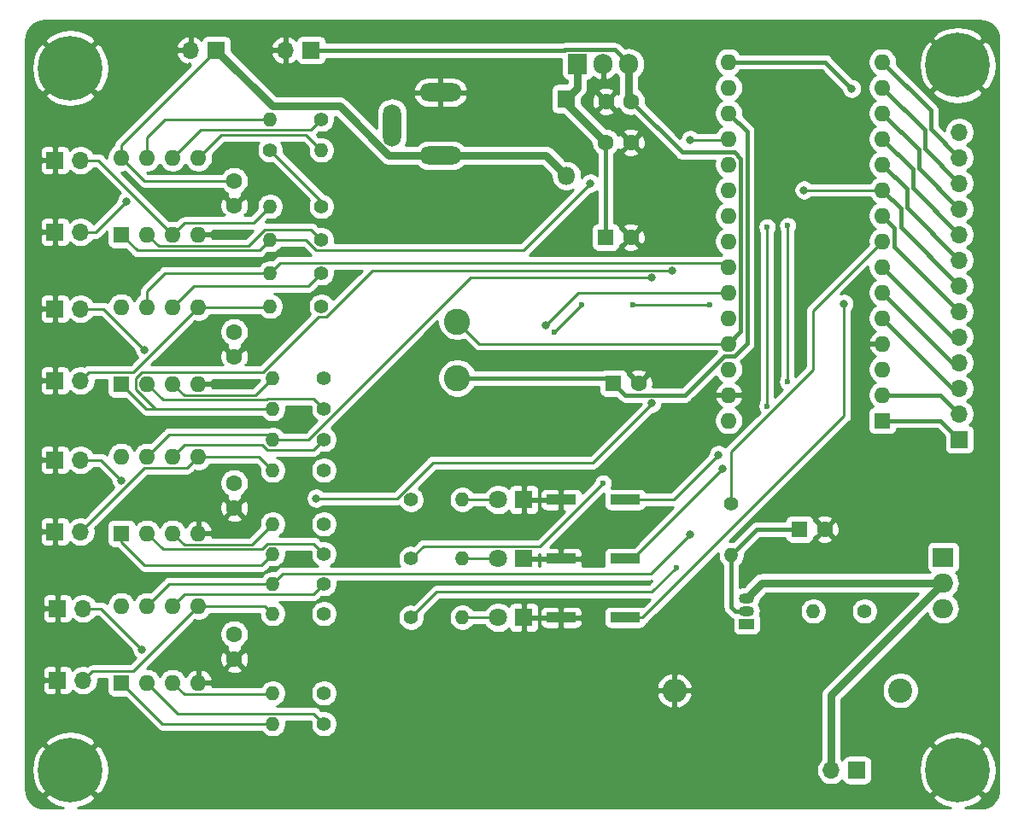
<source format=gbr>
G04 #@! TF.GenerationSoftware,KiCad,Pcbnew,(5.1.9)-1*
G04 #@! TF.CreationDate,2021-03-29T19:03:03-07:00*
G04 #@! TF.ProjectId,thermistor_calibrator,74686572-6d69-4737-946f-725f63616c69,rev?*
G04 #@! TF.SameCoordinates,Original*
G04 #@! TF.FileFunction,Copper,L1,Top*
G04 #@! TF.FilePolarity,Positive*
%FSLAX46Y46*%
G04 Gerber Fmt 4.6, Leading zero omitted, Abs format (unit mm)*
G04 Created by KiCad (PCBNEW (5.1.9)-1) date 2021-03-29 19:03:03*
%MOMM*%
%LPD*%
G01*
G04 APERTURE LIST*
G04 #@! TA.AperFunction,ComponentPad*
%ADD10O,4.200000X1.800000*%
G04 #@! TD*
G04 #@! TA.AperFunction,ComponentPad*
%ADD11O,1.800000X4.200000*%
G04 #@! TD*
G04 #@! TA.AperFunction,ComponentPad*
%ADD12O,1.700000X1.700000*%
G04 #@! TD*
G04 #@! TA.AperFunction,ComponentPad*
%ADD13R,1.700000X1.700000*%
G04 #@! TD*
G04 #@! TA.AperFunction,ComponentPad*
%ADD14C,1.600000*%
G04 #@! TD*
G04 #@! TA.AperFunction,SMDPad,CuDef*
%ADD15R,3.000000X1.000000*%
G04 #@! TD*
G04 #@! TA.AperFunction,ComponentPad*
%ADD16O,1.600000X1.600000*%
G04 #@! TD*
G04 #@! TA.AperFunction,ComponentPad*
%ADD17R,1.600000X1.600000*%
G04 #@! TD*
G04 #@! TA.AperFunction,ComponentPad*
%ADD18O,1.905000X2.000000*%
G04 #@! TD*
G04 #@! TA.AperFunction,ComponentPad*
%ADD19R,1.905000X2.000000*%
G04 #@! TD*
G04 #@! TA.AperFunction,ComponentPad*
%ADD20O,1.400000X1.400000*%
G04 #@! TD*
G04 #@! TA.AperFunction,ComponentPad*
%ADD21C,1.400000*%
G04 #@! TD*
G04 #@! TA.AperFunction,ComponentPad*
%ADD22O,2.400000X2.400000*%
G04 #@! TD*
G04 #@! TA.AperFunction,ComponentPad*
%ADD23C,2.400000*%
G04 #@! TD*
G04 #@! TA.AperFunction,ComponentPad*
%ADD24O,2.000000X1.905000*%
G04 #@! TD*
G04 #@! TA.AperFunction,ComponentPad*
%ADD25R,2.000000X1.905000*%
G04 #@! TD*
G04 #@! TA.AperFunction,ComponentPad*
%ADD26R,1.500000X1.050000*%
G04 #@! TD*
G04 #@! TA.AperFunction,ComponentPad*
%ADD27O,1.500000X1.050000*%
G04 #@! TD*
G04 #@! TA.AperFunction,ComponentPad*
%ADD28C,2.600000*%
G04 #@! TD*
G04 #@! TA.AperFunction,ComponentPad*
%ADD29C,0.800000*%
G04 #@! TD*
G04 #@! TA.AperFunction,ComponentPad*
%ADD30C,6.400000*%
G04 #@! TD*
G04 #@! TA.AperFunction,ComponentPad*
%ADD31C,1.800000*%
G04 #@! TD*
G04 #@! TA.AperFunction,ComponentPad*
%ADD32R,1.800000X1.800000*%
G04 #@! TD*
G04 #@! TA.AperFunction,ComponentPad*
%ADD33O,1.800000X1.800000*%
G04 #@! TD*
G04 #@! TA.AperFunction,ViaPad*
%ADD34C,0.800000*%
G04 #@! TD*
G04 #@! TA.AperFunction,ViaPad*
%ADD35C,0.600000*%
G04 #@! TD*
G04 #@! TA.AperFunction,Conductor*
%ADD36C,0.400000*%
G04 #@! TD*
G04 #@! TA.AperFunction,Conductor*
%ADD37C,0.250000*%
G04 #@! TD*
G04 #@! TA.AperFunction,Conductor*
%ADD38C,0.800000*%
G04 #@! TD*
G04 #@! TA.AperFunction,Conductor*
%ADD39C,0.254000*%
G04 #@! TD*
G04 #@! TA.AperFunction,Conductor*
%ADD40C,0.100000*%
G04 #@! TD*
G04 APERTURE END LIST*
D10*
G04 #@! TO.P,J1,2*
G04 #@! TO.N,GND*
X92583000Y-43307000D03*
G04 #@! TO.P,J1,1*
G04 #@! TO.N,VCC*
X92583000Y-49557000D03*
D11*
G04 #@! TO.P,J1,3*
G04 #@! TO.N,N/C*
X87783000Y-46557000D03*
G04 #@! TD*
D12*
G04 #@! TO.P,J10,2*
G04 #@! TO.N,Net-(J10-Pad2)*
X57150000Y-101600000D03*
D13*
G04 #@! TO.P,J10,1*
G04 #@! TO.N,GND*
X54610000Y-101600000D03*
G04 #@! TD*
D12*
G04 #@! TO.P,J9,2*
G04 #@! TO.N,Net-(J9-Pad2)*
X56896000Y-86868000D03*
D13*
G04 #@! TO.P,J9,1*
G04 #@! TO.N,GND*
X54356000Y-86868000D03*
G04 #@! TD*
D12*
G04 #@! TO.P,J8,2*
G04 #@! TO.N,Net-(J8-Pad2)*
X57150000Y-94488000D03*
D13*
G04 #@! TO.P,J8,1*
G04 #@! TO.N,GND*
X54610000Y-94488000D03*
G04 #@! TD*
D12*
G04 #@! TO.P,J7,2*
G04 #@! TO.N,Net-(J7-Pad2)*
X56896000Y-79756000D03*
D13*
G04 #@! TO.P,J7,1*
G04 #@! TO.N,GND*
X54356000Y-79756000D03*
G04 #@! TD*
D12*
G04 #@! TO.P,J6,2*
G04 #@! TO.N,Net-(J6-Pad2)*
X56896000Y-71882000D03*
D13*
G04 #@! TO.P,J6,1*
G04 #@! TO.N,GND*
X54356000Y-71882000D03*
G04 #@! TD*
D12*
G04 #@! TO.P,J5,2*
G04 #@! TO.N,Net-(J5-Pad2)*
X56896000Y-57150000D03*
D13*
G04 #@! TO.P,J5,1*
G04 #@! TO.N,GND*
X54356000Y-57150000D03*
G04 #@! TD*
D12*
G04 #@! TO.P,J4,2*
G04 #@! TO.N,Net-(J4-Pad2)*
X131318000Y-110515000D03*
D13*
G04 #@! TO.P,J4,1*
G04 #@! TO.N,VCC*
X133858000Y-110515000D03*
G04 #@! TD*
D12*
G04 #@! TO.P,J3,2*
G04 #@! TO.N,Net-(J3-Pad2)*
X56896000Y-64770000D03*
D13*
G04 #@! TO.P,J3,1*
G04 #@! TO.N,GND*
X54356000Y-64770000D03*
G04 #@! TD*
D12*
G04 #@! TO.P,J2,2*
G04 #@! TO.N,Net-(J2-Pad2)*
X56896000Y-50038000D03*
D13*
G04 #@! TO.P,J2,1*
G04 #@! TO.N,GND*
X54356000Y-50038000D03*
G04 #@! TD*
D14*
G04 #@! TO.P,C9,2*
G04 #@! TO.N,GND*
X72136000Y-99528000D03*
G04 #@! TO.P,C9,1*
G04 #@! TO.N,VCC*
X72136000Y-97028000D03*
G04 #@! TD*
G04 #@! TO.P,C8,2*
G04 #@! TO.N,GND*
X72136000Y-84542000D03*
G04 #@! TO.P,C8,1*
G04 #@! TO.N,VCC*
X72136000Y-82042000D03*
G04 #@! TD*
G04 #@! TO.P,C7,2*
G04 #@! TO.N,GND*
X72136000Y-69556000D03*
G04 #@! TO.P,C7,1*
G04 #@! TO.N,VCC*
X72136000Y-67056000D03*
G04 #@! TD*
G04 #@! TO.P,C6,2*
G04 #@! TO.N,GND*
X72136000Y-54570000D03*
G04 #@! TO.P,C6,1*
G04 #@! TO.N,VCC*
X72136000Y-52070000D03*
G04 #@! TD*
D15*
G04 #@! TO.P,SW3,2*
G04 #@! TO.N,GND*
X104521000Y-95377000D03*
G04 #@! TO.P,SW3,1*
G04 #@! TO.N,D9*
X110871000Y-95377000D03*
G04 #@! TD*
G04 #@! TO.P,SW2,2*
G04 #@! TO.N,GND*
X104521000Y-89535000D03*
G04 #@! TO.P,SW2,1*
G04 #@! TO.N,D8*
X110871000Y-89535000D03*
G04 #@! TD*
G04 #@! TO.P,SW1,2*
G04 #@! TO.N,GND*
X104521000Y-83693000D03*
G04 #@! TO.P,SW1,1*
G04 #@! TO.N,D7*
X110871000Y-83693000D03*
G04 #@! TD*
D16*
G04 #@! TO.P,U5,8*
G04 #@! TO.N,VCC*
X60960000Y-94234000D03*
G04 #@! TO.P,U5,4*
G04 #@! TO.N,GND*
X68580000Y-101854000D03*
G04 #@! TO.P,U5,7*
G04 #@! TO.N,A7*
X63500000Y-94234000D03*
G04 #@! TO.P,U5,3*
G04 #@! TO.N,Net-(J8-Pad2)*
X66040000Y-101854000D03*
G04 #@! TO.P,U5,6*
G04 #@! TO.N,Net-(R20-Pad1)*
X66040000Y-94234000D03*
G04 #@! TO.P,U5,2*
G04 #@! TO.N,Net-(R15-Pad1)*
X63500000Y-101854000D03*
G04 #@! TO.P,U5,5*
G04 #@! TO.N,Net-(J10-Pad2)*
X68580000Y-94234000D03*
D17*
G04 #@! TO.P,U5,1*
G04 #@! TO.N,A6*
X60960000Y-101854000D03*
G04 #@! TD*
D16*
G04 #@! TO.P,U4,8*
G04 #@! TO.N,VCC*
X60960000Y-79417332D03*
G04 #@! TO.P,U4,4*
G04 #@! TO.N,GND*
X68580000Y-87037332D03*
G04 #@! TO.P,U4,7*
G04 #@! TO.N,A3*
X63500000Y-79417332D03*
G04 #@! TO.P,U4,3*
G04 #@! TO.N,Net-(J7-Pad2)*
X66040000Y-87037332D03*
G04 #@! TO.P,U4,6*
G04 #@! TO.N,Net-(R19-Pad1)*
X66040000Y-79417332D03*
G04 #@! TO.P,U4,2*
G04 #@! TO.N,Net-(R14-Pad1)*
X63500000Y-87037332D03*
G04 #@! TO.P,U4,5*
G04 #@! TO.N,Net-(J9-Pad2)*
X68580000Y-79417332D03*
D17*
G04 #@! TO.P,U4,1*
G04 #@! TO.N,A2*
X60960000Y-87037332D03*
G04 #@! TD*
D16*
G04 #@! TO.P,U3,8*
G04 #@! TO.N,VCC*
X60960000Y-64600666D03*
G04 #@! TO.P,U3,4*
G04 #@! TO.N,GND*
X68580000Y-72220666D03*
G04 #@! TO.P,U3,7*
G04 #@! TO.N,A5*
X63500000Y-64600666D03*
G04 #@! TO.P,U3,3*
G04 #@! TO.N,Net-(J3-Pad2)*
X66040000Y-72220666D03*
G04 #@! TO.P,U3,6*
G04 #@! TO.N,Net-(R9-Pad1)*
X66040000Y-64600666D03*
G04 #@! TO.P,U3,2*
G04 #@! TO.N,Net-(R4-Pad1)*
X63500000Y-72220666D03*
G04 #@! TO.P,U3,5*
G04 #@! TO.N,Net-(J6-Pad2)*
X68580000Y-64600666D03*
D17*
G04 #@! TO.P,U3,1*
G04 #@! TO.N,A4*
X60960000Y-72220666D03*
G04 #@! TD*
D16*
G04 #@! TO.P,U2,8*
G04 #@! TO.N,VCC*
X60960000Y-49784000D03*
G04 #@! TO.P,U2,4*
G04 #@! TO.N,GND*
X68580000Y-57404000D03*
G04 #@! TO.P,U2,7*
G04 #@! TO.N,A1*
X63500000Y-49784000D03*
G04 #@! TO.P,U2,3*
G04 #@! TO.N,Net-(J2-Pad2)*
X66040000Y-57404000D03*
G04 #@! TO.P,U2,6*
G04 #@! TO.N,Net-(R8-Pad1)*
X66040000Y-49784000D03*
G04 #@! TO.P,U2,2*
G04 #@! TO.N,Net-(R3-Pad1)*
X63500000Y-57404000D03*
G04 #@! TO.P,U2,5*
G04 #@! TO.N,Net-(J5-Pad2)*
X68580000Y-49784000D03*
D17*
G04 #@! TO.P,U2,1*
G04 #@! TO.N,A0*
X60960000Y-57404000D03*
G04 #@! TD*
D18*
G04 #@! TO.P,U1,3*
G04 #@! TO.N,+5V*
X111252000Y-40488000D03*
G04 #@! TO.P,U1,2*
G04 #@! TO.N,GND*
X108712000Y-40488000D03*
D19*
G04 #@! TO.P,U1,1*
G04 #@! TO.N,Net-(C1-Pad1)*
X106172000Y-40488000D03*
G04 #@! TD*
D20*
G04 #@! TO.P,R22,2*
G04 #@! TO.N,Net-(D4-Pad2)*
X94742000Y-95377000D03*
D21*
G04 #@! TO.P,R22,1*
G04 #@! TO.N,D6*
X89662000Y-95377000D03*
G04 #@! TD*
D20*
G04 #@! TO.P,R21,2*
G04 #@! TO.N,Net-(D3-Pad2)*
X94742000Y-89535000D03*
D21*
G04 #@! TO.P,R21,1*
G04 #@! TO.N,D4*
X89662000Y-89535000D03*
G04 #@! TD*
D20*
G04 #@! TO.P,R20,2*
G04 #@! TO.N,A7*
X75946000Y-92032666D03*
D21*
G04 #@! TO.P,R20,1*
G04 #@! TO.N,Net-(R20-Pad1)*
X81026000Y-92032666D03*
G04 #@! TD*
D20*
G04 #@! TO.P,R19,2*
G04 #@! TO.N,A3*
X75946000Y-77724000D03*
D21*
G04 #@! TO.P,R19,1*
G04 #@! TO.N,Net-(R19-Pad1)*
X81026000Y-77724000D03*
G04 #@! TD*
D20*
G04 #@! TO.P,R18,2*
G04 #@! TO.N,Net-(D2-Pad2)*
X94742000Y-83693000D03*
D21*
G04 #@! TO.P,R18,1*
G04 #@! TO.N,D3*
X89662000Y-83693000D03*
G04 #@! TD*
D20*
G04 #@! TO.P,R17,2*
G04 #@! TO.N,Net-(J10-Pad2)*
X75946000Y-94996000D03*
D21*
G04 #@! TO.P,R17,1*
G04 #@! TO.N,+5VA*
X81026000Y-94996000D03*
G04 #@! TD*
D20*
G04 #@! TO.P,R16,2*
G04 #@! TO.N,Net-(J9-Pad2)*
X75946000Y-80772000D03*
D21*
G04 #@! TO.P,R16,1*
G04 #@! TO.N,+5VA*
X81026000Y-80772000D03*
G04 #@! TD*
D20*
G04 #@! TO.P,R15,2*
G04 #@! TO.N,A6*
X75946000Y-105918000D03*
D21*
G04 #@! TO.P,R15,1*
G04 #@! TO.N,Net-(R15-Pad1)*
X81026000Y-105918000D03*
G04 #@! TD*
D20*
G04 #@! TO.P,R14,2*
G04 #@! TO.N,A2*
X75946000Y-89069333D03*
D21*
G04 #@! TO.P,R14,1*
G04 #@! TO.N,Net-(R14-Pad1)*
X81026000Y-89069333D03*
G04 #@! TD*
D20*
G04 #@! TO.P,R13,2*
G04 #@! TO.N,Net-(J8-Pad2)*
X75946000Y-102870000D03*
D21*
G04 #@! TO.P,R13,1*
G04 #@! TO.N,+5VA*
X81026000Y-102870000D03*
G04 #@! TD*
D20*
G04 #@! TO.P,R12,2*
G04 #@! TO.N,Net-(J7-Pad2)*
X75946000Y-86106000D03*
D21*
G04 #@! TO.P,R12,1*
G04 #@! TO.N,+5VA*
X81026000Y-86106000D03*
G04 #@! TD*
D22*
G04 #@! TO.P,R11,2*
G04 #@! TO.N,GND*
X115776000Y-102616000D03*
D23*
G04 #@! TO.P,R11,1*
G04 #@! TO.N,Net-(Q2-Pad3)*
X138176000Y-102616000D03*
G04 #@! TD*
D20*
G04 #@! TO.P,R10,2*
G04 #@! TO.N,Net-(Q1-Pad1)*
X129540000Y-94742000D03*
D21*
G04 #@! TO.P,R10,1*
G04 #@! TO.N,Net-(Q2-Pad3)*
X134620000Y-94742000D03*
G04 #@! TD*
D20*
G04 #@! TO.P,R9,2*
G04 #@! TO.N,A5*
X75692000Y-61214000D03*
D21*
G04 #@! TO.P,R9,1*
G04 #@! TO.N,Net-(R9-Pad1)*
X80772000Y-61214000D03*
G04 #@! TD*
D20*
G04 #@! TO.P,R8,2*
G04 #@! TO.N,A1*
X75692000Y-45974000D03*
D21*
G04 #@! TO.P,R8,1*
G04 #@! TO.N,Net-(R8-Pad1)*
X80772000Y-45974000D03*
G04 #@! TD*
D20*
G04 #@! TO.P,R7,2*
G04 #@! TO.N,Net-(C5-Pad1)*
X121412000Y-89154000D03*
D21*
G04 #@! TO.P,R7,1*
G04 #@! TO.N,PWM*
X121412000Y-84074000D03*
G04 #@! TD*
D20*
G04 #@! TO.P,R6,2*
G04 #@! TO.N,Net-(J6-Pad2)*
X75692000Y-64516000D03*
D21*
G04 #@! TO.P,R6,1*
G04 #@! TO.N,+5VA*
X80772000Y-64516000D03*
G04 #@! TD*
D20*
G04 #@! TO.P,R5,2*
G04 #@! TO.N,Net-(J5-Pad2)*
X80772000Y-49022000D03*
D21*
G04 #@! TO.P,R5,1*
G04 #@! TO.N,+5VA*
X75692000Y-49022000D03*
G04 #@! TD*
D20*
G04 #@! TO.P,R4,2*
G04 #@! TO.N,A4*
X75946000Y-74676000D03*
D21*
G04 #@! TO.P,R4,1*
G04 #@! TO.N,Net-(R4-Pad1)*
X81026000Y-74676000D03*
G04 #@! TD*
D20*
G04 #@! TO.P,R3,2*
G04 #@! TO.N,A0*
X75692000Y-57912000D03*
D21*
G04 #@! TO.P,R3,1*
G04 #@! TO.N,Net-(R3-Pad1)*
X80772000Y-57912000D03*
G04 #@! TD*
D20*
G04 #@! TO.P,R2,2*
G04 #@! TO.N,Net-(J3-Pad2)*
X75946000Y-71628000D03*
D21*
G04 #@! TO.P,R2,1*
G04 #@! TO.N,+5VA*
X81026000Y-71628000D03*
G04 #@! TD*
D20*
G04 #@! TO.P,R1,2*
G04 #@! TO.N,Net-(J2-Pad2)*
X75692000Y-54610000D03*
D21*
G04 #@! TO.P,R1,1*
G04 #@! TO.N,+5VA*
X80772000Y-54610000D03*
G04 #@! TD*
D24*
G04 #@! TO.P,Q2,3*
G04 #@! TO.N,Net-(Q2-Pad3)*
X142418000Y-94488000D03*
G04 #@! TO.P,Q2,2*
G04 #@! TO.N,Net-(J4-Pad2)*
X142418000Y-91948000D03*
D25*
G04 #@! TO.P,Q2,1*
G04 #@! TO.N,Net-(Q1-Pad1)*
X142418000Y-89408000D03*
G04 #@! TD*
D26*
G04 #@! TO.P,Q1,1*
G04 #@! TO.N,Net-(Q1-Pad1)*
X122936000Y-96012000D03*
D27*
G04 #@! TO.P,Q1,3*
G04 #@! TO.N,Net-(J4-Pad2)*
X122936000Y-93472000D03*
G04 #@! TO.P,Q1,2*
G04 #@! TO.N,Net-(C5-Pad1)*
X122936000Y-94742000D03*
G04 #@! TD*
D28*
G04 #@! TO.P,L1,2*
G04 #@! TO.N,+5VA*
X94234000Y-71628000D03*
G04 #@! TO.P,L1,1*
G04 #@! TO.N,+5V*
X94234000Y-66028000D03*
G04 #@! TD*
D12*
G04 #@! TO.P,J13,2*
G04 #@! TO.N,GND*
X77216000Y-39116000D03*
D13*
G04 #@! TO.P,J13,1*
G04 #@! TO.N,+5V*
X79756000Y-39116000D03*
G04 #@! TD*
D12*
G04 #@! TO.P,J12,13*
G04 #@! TO.N,D13*
X144018000Y-47244000D03*
G04 #@! TO.P,J12,12*
G04 #@! TO.N,D12*
X144018000Y-49784000D03*
G04 #@! TO.P,J12,11*
G04 #@! TO.N,D11*
X144018000Y-52324000D03*
G04 #@! TO.P,J12,10*
G04 #@! TO.N,D10*
X144018000Y-54864000D03*
G04 #@! TO.P,J12,9*
G04 #@! TO.N,D9*
X144018000Y-57404000D03*
G04 #@! TO.P,J12,8*
G04 #@! TO.N,D8*
X144018000Y-59944000D03*
G04 #@! TO.P,J12,7*
G04 #@! TO.N,D7*
X144018000Y-62484000D03*
G04 #@! TO.P,J12,6*
G04 #@! TO.N,D6*
X144018000Y-65024000D03*
G04 #@! TO.P,J12,5*
G04 #@! TO.N,D4*
X144018000Y-67564000D03*
G04 #@! TO.P,J12,4*
G04 #@! TO.N,D3*
X144018000Y-70104000D03*
G04 #@! TO.P,J12,3*
G04 #@! TO.N,D2*
X144018000Y-72644000D03*
G04 #@! TO.P,J12,2*
G04 #@! TO.N,RX*
X144018000Y-75184000D03*
D13*
G04 #@! TO.P,J12,1*
G04 #@! TO.N,TX*
X144018000Y-77724000D03*
G04 #@! TD*
D12*
G04 #@! TO.P,J11,2*
G04 #@! TO.N,GND*
X67818000Y-39116000D03*
D13*
G04 #@! TO.P,J11,1*
G04 #@! TO.N,VCC*
X70358000Y-39116000D03*
G04 #@! TD*
D29*
G04 #@! TO.P,H4,1*
G04 #@! TO.N,GND*
X145542000Y-108792944D03*
X143844944Y-108090000D03*
X142147888Y-108792944D03*
X141444944Y-110490000D03*
X142147888Y-112187056D03*
X143844944Y-112890000D03*
X145542000Y-112187056D03*
X146244944Y-110490000D03*
D30*
X143844944Y-110490000D03*
G04 #@! TD*
D29*
G04 #@! TO.P,H3,1*
G04 #@! TO.N,GND*
X57577056Y-108792944D03*
X55880000Y-108090000D03*
X54182944Y-108792944D03*
X53480000Y-110490000D03*
X54182944Y-112187056D03*
X55880000Y-112890000D03*
X57577056Y-112187056D03*
X58280000Y-110490000D03*
D30*
X55880000Y-110490000D03*
G04 #@! TD*
D29*
G04 #@! TO.P,H2,1*
G04 #@! TO.N,GND*
X145542000Y-38921943D03*
X143844944Y-38218999D03*
X142147888Y-38921943D03*
X141444944Y-40618999D03*
X142147888Y-42316055D03*
X143844944Y-43018999D03*
X145542000Y-42316055D03*
X146244944Y-40618999D03*
D30*
X143844944Y-40618999D03*
G04 #@! TD*
D29*
G04 #@! TO.P,H1,1*
G04 #@! TO.N,GND*
X57577056Y-39196944D03*
X55880000Y-38494000D03*
X54182944Y-39196944D03*
X53480000Y-40894000D03*
X54182944Y-42591056D03*
X55880000Y-43294000D03*
X57577056Y-42591056D03*
X58280000Y-40894000D03*
D30*
X55880000Y-40894000D03*
G04 #@! TD*
D31*
G04 #@! TO.P,D4,2*
G04 #@! TO.N,Net-(D4-Pad2)*
X98298000Y-95377000D03*
D32*
G04 #@! TO.P,D4,1*
G04 #@! TO.N,GND*
X100838000Y-95377000D03*
G04 #@! TD*
D31*
G04 #@! TO.P,D3,2*
G04 #@! TO.N,Net-(D3-Pad2)*
X98298000Y-89535000D03*
D32*
G04 #@! TO.P,D3,1*
G04 #@! TO.N,GND*
X100838000Y-89535000D03*
G04 #@! TD*
D31*
G04 #@! TO.P,D2,2*
G04 #@! TO.N,Net-(D2-Pad2)*
X98298000Y-83693000D03*
D32*
G04 #@! TO.P,D2,1*
G04 #@! TO.N,GND*
X100838000Y-83693000D03*
G04 #@! TD*
D33*
G04 #@! TO.P,D1,2*
G04 #@! TO.N,VCC*
X105062000Y-51562000D03*
D32*
G04 #@! TO.P,D1,1*
G04 #@! TO.N,Net-(C1-Pad1)*
X105062000Y-43942000D03*
G04 #@! TD*
D14*
G04 #@! TO.P,C5,2*
G04 #@! TO.N,GND*
X130676698Y-86614000D03*
D17*
G04 #@! TO.P,C5,1*
G04 #@! TO.N,Net-(C5-Pad1)*
X128176698Y-86614000D03*
G04 #@! TD*
D14*
G04 #@! TO.P,C4,2*
G04 #@! TO.N,GND*
X112228000Y-72136000D03*
D17*
G04 #@! TO.P,C4,1*
G04 #@! TO.N,+5VA*
X109728000Y-72136000D03*
G04 #@! TD*
D14*
G04 #@! TO.P,C3,2*
G04 #@! TO.N,GND*
X109006000Y-44196000D03*
G04 #@! TO.P,C3,1*
G04 #@! TO.N,+5V*
X111506000Y-44196000D03*
G04 #@! TD*
G04 #@! TO.P,C2,2*
G04 #@! TO.N,GND*
X111466000Y-48260000D03*
G04 #@! TO.P,C2,1*
G04 #@! TO.N,Net-(C1-Pad1)*
X108966000Y-48260000D03*
G04 #@! TD*
G04 #@! TO.P,C1,2*
G04 #@! TO.N,GND*
X111466000Y-57658000D03*
D17*
G04 #@! TO.P,C1,1*
G04 #@! TO.N,Net-(C1-Pad1)*
X108966000Y-57658000D03*
G04 #@! TD*
D16*
G04 #@! TO.P,A1,16*
G04 #@! TO.N,D13*
X121158000Y-40288000D03*
G04 #@! TO.P,A1,15*
G04 #@! TO.N,D12*
X136398000Y-40288000D03*
G04 #@! TO.P,A1,30*
G04 #@! TO.N,N/C*
X121158000Y-75848000D03*
G04 #@! TO.P,A1,14*
G04 #@! TO.N,D11*
X136398000Y-42828000D03*
G04 #@! TO.P,A1,29*
G04 #@! TO.N,GND*
X121158000Y-73308000D03*
G04 #@! TO.P,A1,13*
G04 #@! TO.N,D10*
X136398000Y-45368000D03*
G04 #@! TO.P,A1,28*
G04 #@! TO.N,N/C*
X121158000Y-70768000D03*
G04 #@! TO.P,A1,12*
G04 #@! TO.N,D9*
X136398000Y-47908000D03*
G04 #@! TO.P,A1,27*
G04 #@! TO.N,+5V*
X121158000Y-68228000D03*
G04 #@! TO.P,A1,11*
G04 #@! TO.N,D8*
X136398000Y-50448000D03*
G04 #@! TO.P,A1,26*
G04 #@! TO.N,A7*
X121158000Y-65688000D03*
G04 #@! TO.P,A1,10*
G04 #@! TO.N,D7*
X136398000Y-52988000D03*
G04 #@! TO.P,A1,25*
G04 #@! TO.N,A6*
X121158000Y-63148000D03*
G04 #@! TO.P,A1,9*
G04 #@! TO.N,D6*
X136398000Y-55528000D03*
G04 #@! TO.P,A1,24*
G04 #@! TO.N,A5*
X121158000Y-60608000D03*
G04 #@! TO.P,A1,8*
G04 #@! TO.N,PWM*
X136398000Y-58068000D03*
G04 #@! TO.P,A1,23*
G04 #@! TO.N,A4*
X121158000Y-58068000D03*
G04 #@! TO.P,A1,7*
G04 #@! TO.N,D4*
X136398000Y-60608000D03*
G04 #@! TO.P,A1,22*
G04 #@! TO.N,A3*
X121158000Y-55528000D03*
G04 #@! TO.P,A1,6*
G04 #@! TO.N,D3*
X136398000Y-63148000D03*
G04 #@! TO.P,A1,21*
G04 #@! TO.N,A2*
X121158000Y-52988000D03*
G04 #@! TO.P,A1,5*
G04 #@! TO.N,D2*
X136398000Y-65688000D03*
G04 #@! TO.P,A1,20*
G04 #@! TO.N,A1*
X121158000Y-50448000D03*
G04 #@! TO.P,A1,4*
G04 #@! TO.N,GND*
X136398000Y-68228000D03*
G04 #@! TO.P,A1,19*
G04 #@! TO.N,A0*
X121158000Y-47908000D03*
G04 #@! TO.P,A1,3*
G04 #@! TO.N,N/C*
X136398000Y-70768000D03*
G04 #@! TO.P,A1,18*
G04 #@! TO.N,+5VA*
X121158000Y-45368000D03*
G04 #@! TO.P,A1,2*
G04 #@! TO.N,RX*
X136398000Y-73308000D03*
G04 #@! TO.P,A1,17*
G04 #@! TO.N,N/C*
X121158000Y-42828000D03*
D17*
G04 #@! TO.P,A1,1*
G04 #@! TO.N,TX*
X136398000Y-75848000D03*
G04 #@! TD*
D34*
G04 #@! TO.N,D13*
X133350000Y-42926000D03*
D35*
G04 #@! TO.N,GND*
X125730000Y-43180000D03*
X127000000Y-43180000D03*
X128270000Y-43180000D03*
X129540000Y-43180000D03*
X129540000Y-44450000D03*
X128270000Y-44450000D03*
X127000000Y-44450000D03*
X125730000Y-44450000D03*
X125730000Y-45720000D03*
X127000000Y-45720000D03*
X128270000Y-45720000D03*
X129540000Y-45720000D03*
D34*
X84455000Y-52070000D03*
X86455000Y-52070000D03*
X88455000Y-52070000D03*
X90455000Y-52070000D03*
X92455000Y-52070000D03*
X84455000Y-54070000D03*
X86455000Y-54070000D03*
X88455000Y-54070000D03*
X90455000Y-54070000D03*
X92455000Y-54070000D03*
X84455000Y-56070000D03*
X86455000Y-56070000D03*
X88455000Y-56070000D03*
X90455000Y-56070000D03*
X92455000Y-56070000D03*
X132715000Y-79375000D03*
X134715000Y-79375000D03*
X136715000Y-79375000D03*
X132715000Y-81375000D03*
X134715000Y-81375000D03*
X136715000Y-81375000D03*
X132715000Y-83375000D03*
X134715000Y-83375000D03*
X136715000Y-83375000D03*
G04 #@! TO.N,D9*
X132588000Y-64262000D03*
G04 #@! TO.N,D8*
X120523000Y-80645000D03*
D35*
X127000000Y-72009000D03*
X127000000Y-56515000D03*
D34*
G04 #@! TO.N,A7*
X117348000Y-87122000D03*
G04 #@! TO.N,D7*
X120142000Y-79248000D03*
X128622000Y-52988000D03*
D35*
X124968000Y-74422000D03*
X124968000Y-56642000D03*
D34*
G04 #@! TO.N,A6*
X102997000Y-66421000D03*
D35*
G04 #@! TO.N,D6*
X115951000Y-90424000D03*
D34*
G04 #@! TO.N,A4*
X115570000Y-60960000D03*
D35*
G04 #@! TO.N,D4*
X108712000Y-82042000D03*
D34*
G04 #@! TO.N,A3*
X113538000Y-61685000D03*
D35*
G04 #@! TO.N,D3*
X103886000Y-67056000D03*
X106553000Y-64389000D03*
X111633000Y-64389000D03*
X119253000Y-64389000D03*
D34*
G04 #@! TO.N,A2*
X80264000Y-83566000D03*
X113538000Y-74136001D03*
G04 #@! TO.N,A0*
X107442000Y-52324000D03*
X117348000Y-48006000D03*
G04 #@! TO.N,Net-(J3-Pad2)*
X63246000Y-68834000D03*
G04 #@! TO.N,Net-(J5-Pad2)*
X61468000Y-54102000D03*
G04 #@! TO.N,Net-(J7-Pad2)*
X60955347Y-81783347D03*
G04 #@! TO.N,Net-(J8-Pad2)*
X62992000Y-98552000D03*
G04 #@! TD*
D36*
G04 #@! TO.N,D13*
X130712000Y-40288000D02*
X133350000Y-42926000D01*
X121158000Y-40288000D02*
X130712000Y-40288000D01*
G04 #@! TO.N,D12*
X141198060Y-46964060D02*
X144018000Y-49784000D01*
X141198060Y-45088060D02*
X141198060Y-46964060D01*
X136398000Y-40288000D02*
X141198060Y-45088060D01*
G04 #@! TO.N,D11*
X140598050Y-48904050D02*
X144018000Y-52324000D01*
X140598050Y-47028050D02*
X140598050Y-48904050D01*
X136398000Y-42828000D02*
X140598050Y-47028050D01*
G04 #@! TO.N,D10*
X139998040Y-50844040D02*
X144018000Y-54864000D01*
X139998040Y-48968040D02*
X139998040Y-50844040D01*
X136398000Y-45368000D02*
X139998040Y-48968040D01*
G04 #@! TO.N,D9*
X139398030Y-52784030D02*
X144018000Y-57404000D01*
X139398030Y-50908030D02*
X139398030Y-52784030D01*
X136398000Y-47908000D02*
X139398030Y-50908030D01*
D37*
X132588000Y-75410000D02*
X132588000Y-64262000D01*
X112621000Y-95377000D02*
X132588000Y-75410000D01*
X110871000Y-95377000D02*
X112621000Y-95377000D01*
D38*
G04 #@! TO.N,+5V*
X111252000Y-43942000D02*
X111506000Y-44196000D01*
X111252000Y-40488000D02*
X111252000Y-43942000D01*
D36*
X122358001Y-67027999D02*
X121158000Y-68228000D01*
X122358001Y-49871999D02*
X122358001Y-67027999D01*
X121734001Y-49247999D02*
X122358001Y-49871999D01*
X116557999Y-49247999D02*
X121734001Y-49247999D01*
X111506000Y-44196000D02*
X116557999Y-49247999D01*
X109851990Y-39087990D02*
X111252000Y-40488000D01*
X104899508Y-39087990D02*
X109851990Y-39087990D01*
X104871498Y-39116000D02*
X104899508Y-39087990D01*
X79756000Y-39116000D02*
X104871498Y-39116000D01*
D37*
X96434000Y-68228000D02*
X94234000Y-66028000D01*
X121158000Y-68228000D02*
X96434000Y-68228000D01*
D36*
G04 #@! TO.N,D8*
X138798021Y-54724021D02*
X144018000Y-59944000D01*
X138798021Y-52848021D02*
X138798021Y-54724021D01*
X136398000Y-50448000D02*
X138798021Y-52848021D01*
D37*
X111633000Y-89535000D02*
X120523000Y-80645000D01*
X110871000Y-89535000D02*
X111633000Y-89535000D01*
X127000000Y-72009000D02*
X127000000Y-56515000D01*
G04 #@! TO.N,A7*
X65701334Y-92032666D02*
X63500000Y-94234000D01*
X75946000Y-92032666D02*
X65701334Y-92032666D01*
X113462335Y-91007665D02*
X117348000Y-87122000D01*
X76971001Y-91007665D02*
X113462335Y-91007665D01*
X75946000Y-92032666D02*
X76971001Y-91007665D01*
D36*
G04 #@! TO.N,D7*
X138198011Y-56664011D02*
X144018000Y-62484000D01*
X138198011Y-54788011D02*
X138198011Y-56664011D01*
X136398000Y-52988000D02*
X138198011Y-54788011D01*
D37*
X115697000Y-83693000D02*
X120142000Y-79248000D01*
X110871000Y-83693000D02*
X115697000Y-83693000D01*
X124968000Y-74422000D02*
X124968000Y-56642000D01*
X128622000Y-52988000D02*
X136398000Y-52988000D01*
G04 #@! TO.N,A6*
X65024000Y-105918000D02*
X75946000Y-105918000D01*
X60960000Y-101854000D02*
X65024000Y-105918000D01*
X106270000Y-63148000D02*
X121158000Y-63148000D01*
X102997000Y-66421000D02*
X106270000Y-63148000D01*
D36*
G04 #@! TO.N,D6*
X137598001Y-58604001D02*
X144018000Y-65024000D01*
X137598001Y-56728001D02*
X137598001Y-58604001D01*
X136398000Y-55528000D02*
X137598001Y-56728001D01*
D37*
X115951000Y-90424000D02*
X113538000Y-92837000D01*
X92202000Y-92837000D02*
X89662000Y-95377000D01*
X113538000Y-92837000D02*
X92202000Y-92837000D01*
G04 #@! TO.N,A5*
X63500000Y-64600666D02*
X63500000Y-62992000D01*
X65278000Y-61214000D02*
X75692000Y-61214000D01*
X63500000Y-62992000D02*
X65278000Y-61214000D01*
X120738999Y-60188999D02*
X121158000Y-60608000D01*
X76717001Y-60188999D02*
X120738999Y-60188999D01*
X75692000Y-61214000D02*
X76717001Y-60188999D01*
G04 #@! TO.N,PWM*
X129540000Y-64926000D02*
X136398000Y-58068000D01*
X129540000Y-70769998D02*
X129540000Y-64926000D01*
X121412000Y-84074000D02*
X121412000Y-78897998D01*
X121412000Y-78897998D02*
X129540000Y-70769998D01*
G04 #@! TO.N,A4*
X63415334Y-74676000D02*
X75946000Y-74676000D01*
X60960000Y-72220666D02*
X63415334Y-74676000D01*
X81264001Y-65541001D02*
X85845002Y-60960000D01*
X62959999Y-71095665D02*
X74961333Y-71095665D01*
X80515997Y-65541001D02*
X81264001Y-65541001D01*
X62374999Y-71680665D02*
X62959999Y-71095665D01*
X74961333Y-71095665D02*
X80515997Y-65541001D01*
X62374999Y-72760667D02*
X62374999Y-71680665D01*
X85845002Y-60960000D02*
X115570000Y-60960000D01*
X64290332Y-74676000D02*
X62374999Y-72760667D01*
X75946000Y-74676000D02*
X64290332Y-74676000D01*
D36*
G04 #@! TO.N,D4*
X143354000Y-67564000D02*
X144018000Y-67564000D01*
X136398000Y-60608000D02*
X143354000Y-67564000D01*
D37*
X102444001Y-88309999D02*
X90887001Y-88309999D01*
X90887001Y-88309999D02*
X89662000Y-89535000D01*
X108712000Y-82042000D02*
X102444001Y-88309999D01*
G04 #@! TO.N,A3*
X63500000Y-79417332D02*
X65701332Y-77216000D01*
X75438000Y-77216000D02*
X75946000Y-77724000D01*
X65701332Y-77216000D02*
X75438000Y-77216000D01*
X95547998Y-61685000D02*
X113538000Y-61685000D01*
X79508998Y-77724000D02*
X95547998Y-61685000D01*
X75946000Y-77724000D02*
X79508998Y-77724000D01*
D36*
G04 #@! TO.N,D3*
X143354000Y-70104000D02*
X144018000Y-70104000D01*
X136398000Y-63148000D02*
X143354000Y-70104000D01*
D37*
X103886000Y-67056000D02*
X106553000Y-64389000D01*
X111633000Y-64389000D02*
X119253000Y-64389000D01*
G04 #@! TO.N,A2*
X60960000Y-87037332D02*
X60960000Y-87884000D01*
X60960000Y-87884000D02*
X63246000Y-90170000D01*
X74845333Y-90170000D02*
X75946000Y-89069333D01*
X63246000Y-90170000D02*
X74845333Y-90170000D01*
X91827998Y-80010000D02*
X88271998Y-83566000D01*
X88271998Y-83566000D02*
X80264000Y-83566000D01*
X106019002Y-80010000D02*
X91827998Y-80010000D01*
X106019002Y-80010000D02*
X107696000Y-80010000D01*
X113538000Y-74168000D02*
X113538000Y-74136001D01*
X107696000Y-80010000D02*
X113538000Y-74168000D01*
D36*
G04 #@! TO.N,D2*
X143354000Y-72644000D02*
X144018000Y-72644000D01*
X136398000Y-65688000D02*
X143354000Y-72644000D01*
D37*
G04 #@! TO.N,A1*
X63500000Y-49784000D02*
X63500000Y-47752000D01*
X65278000Y-45974000D02*
X75692000Y-45974000D01*
X63500000Y-47752000D02*
X65278000Y-45974000D01*
G04 #@! TO.N,A0*
X62535010Y-58979010D02*
X74624990Y-58979010D01*
X74624990Y-58979010D02*
X75692000Y-57912000D01*
X60960000Y-57404000D02*
X62535010Y-58979010D01*
X100828999Y-58937001D02*
X107442000Y-52324000D01*
X80279999Y-58937001D02*
X100828999Y-58937001D01*
X79254998Y-57912000D02*
X80279999Y-58937001D01*
X75692000Y-57912000D02*
X79254998Y-57912000D01*
X121060000Y-48006000D02*
X121158000Y-47908000D01*
X117348000Y-48006000D02*
X121060000Y-48006000D01*
G04 #@! TO.N,+5VA*
X80772000Y-54102000D02*
X80772000Y-54610000D01*
X75692000Y-49022000D02*
X80772000Y-54102000D01*
D36*
X109220000Y-71628000D02*
X109728000Y-72136000D01*
X94234000Y-71628000D02*
X109220000Y-71628000D01*
X122958011Y-47168011D02*
X121158000Y-45368000D01*
X122958011Y-68203991D02*
X122958011Y-47168011D01*
X120721997Y-69428001D02*
X121734001Y-69428001D01*
X116813997Y-73336001D02*
X120721997Y-69428001D01*
X121734001Y-69428001D02*
X122958011Y-68203991D01*
X110928001Y-73336001D02*
X116813997Y-73336001D01*
X109728000Y-72136000D02*
X110928001Y-73336001D01*
D38*
G04 #@! TO.N,Net-(C1-Pad1)*
X106172000Y-42832000D02*
X105062000Y-43942000D01*
X106172000Y-40488000D02*
X106172000Y-42832000D01*
X105062000Y-44356000D02*
X108966000Y-48260000D01*
X105062000Y-43942000D02*
X105062000Y-44356000D01*
D36*
X108966000Y-48260000D02*
X108966000Y-57658000D01*
G04 #@! TO.N,Net-(C5-Pad1)*
X121786000Y-94742000D02*
X122936000Y-94742000D01*
X121412000Y-94368000D02*
X121786000Y-94742000D01*
X121412000Y-89154000D02*
X121412000Y-94368000D01*
X123952000Y-86614000D02*
X121412000Y-89154000D01*
X128176698Y-86614000D02*
X123952000Y-86614000D01*
D37*
G04 #@! TO.N,VCC*
X60960000Y-48514000D02*
X60960000Y-49784000D01*
X70358000Y-39116000D02*
X60960000Y-48514000D01*
X63246000Y-52070000D02*
X72136000Y-52070000D01*
X60960000Y-49784000D02*
X63246000Y-52070000D01*
D38*
X87461666Y-49557000D02*
X92583000Y-49557000D01*
X82578665Y-44673999D02*
X87461666Y-49557000D01*
X75915999Y-44673999D02*
X82578665Y-44673999D01*
X70358000Y-39116000D02*
X75915999Y-44673999D01*
X103057000Y-49557000D02*
X105062000Y-51562000D01*
X92583000Y-49557000D02*
X103057000Y-49557000D01*
D37*
G04 #@! TO.N,Net-(D2-Pad2)*
X94742000Y-83693000D02*
X98298000Y-83693000D01*
G04 #@! TO.N,Net-(D3-Pad2)*
X94742000Y-89535000D02*
X98298000Y-89535000D01*
G04 #@! TO.N,Net-(D4-Pad2)*
X94742000Y-95377000D02*
X98298000Y-95377000D01*
G04 #@! TO.N,Net-(J2-Pad2)*
X58674000Y-50038000D02*
X66040000Y-57404000D01*
X56896000Y-50038000D02*
X58674000Y-50038000D01*
X74023001Y-56278999D02*
X75692000Y-54610000D01*
X67165001Y-56278999D02*
X74023001Y-56278999D01*
X66040000Y-57404000D02*
X67165001Y-56278999D01*
G04 #@! TO.N,Net-(J3-Pad2)*
X74228333Y-73345667D02*
X75946000Y-71628000D01*
X67165001Y-73345667D02*
X74228333Y-73345667D01*
X66040000Y-72220666D02*
X67165001Y-73345667D01*
X59182000Y-64770000D02*
X63246000Y-68834000D01*
X56896000Y-64770000D02*
X59182000Y-64770000D01*
D38*
G04 #@! TO.N,Net-(J4-Pad2)*
X124460000Y-91948000D02*
X122936000Y-93472000D01*
X142418000Y-91948000D02*
X124460000Y-91948000D01*
X131318000Y-103048000D02*
X131318000Y-110515000D01*
X142418000Y-91948000D02*
X131318000Y-103048000D01*
D37*
G04 #@! TO.N,Net-(J5-Pad2)*
X68580000Y-49784000D02*
X70866000Y-47498000D01*
X79248000Y-47498000D02*
X80772000Y-49022000D01*
X70866000Y-47498000D02*
X79248000Y-47498000D01*
X58420000Y-57150000D02*
X61468000Y-54102000D01*
X56896000Y-57150000D02*
X58420000Y-57150000D01*
G04 #@! TO.N,Net-(J6-Pad2)*
X75607334Y-64600666D02*
X75692000Y-64516000D01*
X68580000Y-64600666D02*
X75607334Y-64600666D01*
X62148665Y-71032001D02*
X68580000Y-64600666D01*
X57745999Y-71032001D02*
X62148665Y-71032001D01*
X56896000Y-71882000D02*
X57745999Y-71032001D01*
G04 #@! TO.N,Net-(J7-Pad2)*
X58928000Y-79756000D02*
X60955347Y-81783347D01*
X56896000Y-79756000D02*
X58928000Y-79756000D01*
X73889667Y-88162333D02*
X75946000Y-86106000D01*
X67165001Y-88162333D02*
X73889667Y-88162333D01*
X66040000Y-87037332D02*
X67165001Y-88162333D01*
G04 #@! TO.N,Net-(J8-Pad2)*
X58928000Y-94488000D02*
X62992000Y-98552000D01*
X57150000Y-94488000D02*
X58928000Y-94488000D01*
X75836999Y-102979001D02*
X75946000Y-102870000D01*
X67165001Y-102979001D02*
X75836999Y-102979001D01*
X66040000Y-101854000D02*
X67165001Y-102979001D01*
G04 #@! TO.N,Net-(J9-Pad2)*
X74591332Y-79417332D02*
X75946000Y-80772000D01*
X68580000Y-79417332D02*
X74591332Y-79417332D01*
X67454999Y-80542333D02*
X68580000Y-79417332D01*
X63221667Y-80542333D02*
X67454999Y-80542333D01*
X56896000Y-86868000D02*
X63221667Y-80542333D01*
G04 #@! TO.N,Net-(J10-Pad2)*
X75184000Y-94234000D02*
X75946000Y-94996000D01*
X68580000Y-94234000D02*
X75184000Y-94234000D01*
X62085001Y-100728999D02*
X68580000Y-94234000D01*
X58021001Y-100728999D02*
X62085001Y-100728999D01*
X57150000Y-101600000D02*
X58021001Y-100728999D01*
G04 #@! TO.N,Net-(R3-Pad1)*
X79746999Y-56886999D02*
X80772000Y-57912000D01*
X75199999Y-56886999D02*
X79746999Y-56886999D01*
X73557997Y-58529001D02*
X75199999Y-56886999D01*
X64625001Y-58529001D02*
X73557997Y-58529001D01*
X63500000Y-57404000D02*
X64625001Y-58529001D01*
G04 #@! TO.N,Net-(R4-Pad1)*
X80000999Y-73650999D02*
X81026000Y-74676000D01*
X75453999Y-73650999D02*
X80000999Y-73650999D01*
X75309322Y-73795676D02*
X75453999Y-73650999D01*
X65075010Y-73795676D02*
X75309322Y-73795676D01*
X63500000Y-72220666D02*
X65075010Y-73795676D01*
G04 #@! TO.N,Net-(R8-Pad1)*
X68824999Y-46999001D02*
X66040000Y-49784000D01*
X79746999Y-46999001D02*
X68824999Y-46999001D01*
X80772000Y-45974000D02*
X79746999Y-46999001D01*
G04 #@! TO.N,Net-(R9-Pad1)*
X66040000Y-64600666D02*
X68156666Y-62484000D01*
X79502000Y-62484000D02*
X80772000Y-61214000D01*
X68156666Y-62484000D02*
X79502000Y-62484000D01*
G04 #@! TO.N,Net-(R14-Pad1)*
X80000999Y-88044332D02*
X81026000Y-89069333D01*
X75453999Y-88044332D02*
X80000999Y-88044332D01*
X74885989Y-88612342D02*
X75453999Y-88044332D01*
X65075010Y-88612342D02*
X74885989Y-88612342D01*
X63500000Y-87037332D02*
X65075010Y-88612342D01*
G04 #@! TO.N,Net-(R15-Pad1)*
X80000999Y-104892999D02*
X81026000Y-105918000D01*
X66538999Y-104892999D02*
X80000999Y-104892999D01*
X63500000Y-101854000D02*
X66538999Y-104892999D01*
G04 #@! TO.N,Net-(R19-Pad1)*
X66040000Y-79417332D02*
X67225332Y-78232000D01*
X80000999Y-78749001D02*
X81026000Y-77724000D01*
X75453999Y-78749001D02*
X80000999Y-78749001D01*
X74936998Y-78232000D02*
X75453999Y-78749001D01*
X67225332Y-78232000D02*
X74936998Y-78232000D01*
G04 #@! TO.N,Net-(R20-Pad1)*
X67216333Y-93057667D02*
X66040000Y-94234000D01*
X80000999Y-93057667D02*
X67216333Y-93057667D01*
X81026000Y-92032666D02*
X80000999Y-93057667D01*
D36*
G04 #@! TO.N,RX*
X142142000Y-73308000D02*
X144018000Y-75184000D01*
X136398000Y-73308000D02*
X142142000Y-73308000D01*
G04 #@! TO.N,TX*
X142142000Y-75848000D02*
X144018000Y-77724000D01*
X136398000Y-75848000D02*
X142142000Y-75848000D01*
G04 #@! TD*
D39*
G04 #@! TO.N,GND*
X146414545Y-36258909D02*
X146765208Y-36364780D01*
X147088625Y-36536744D01*
X147372484Y-36768254D01*
X147605965Y-37050486D01*
X147780183Y-37372695D01*
X147888502Y-37722614D01*
X147930000Y-38117443D01*
X147930001Y-112362711D01*
X147891091Y-112759545D01*
X147785220Y-113110206D01*
X147613257Y-113433623D01*
X147381748Y-113717482D01*
X147099514Y-113950965D01*
X146777304Y-114125184D01*
X146427385Y-114233502D01*
X146032557Y-114275000D01*
X144563960Y-114275000D01*
X144572882Y-114274178D01*
X145297152Y-114059452D01*
X145965614Y-113707555D01*
X146006032Y-113680548D01*
X146366220Y-113190881D01*
X143844944Y-110669605D01*
X141323668Y-113190881D01*
X141683856Y-113680548D01*
X142347826Y-114040849D01*
X143069329Y-114264694D01*
X143167608Y-114275000D01*
X56599016Y-114275000D01*
X56607938Y-114274178D01*
X57332208Y-114059452D01*
X58000670Y-113707555D01*
X58041088Y-113680548D01*
X58401276Y-113190881D01*
X55880000Y-110669605D01*
X53358724Y-113190881D01*
X53718912Y-113680548D01*
X54382882Y-114040849D01*
X55104385Y-114264694D01*
X55202664Y-114275000D01*
X53372279Y-114275000D01*
X52975455Y-114236091D01*
X52624794Y-114130220D01*
X52301377Y-113958257D01*
X52017518Y-113726748D01*
X51784035Y-113444514D01*
X51609816Y-113122304D01*
X51501498Y-112772385D01*
X51460000Y-112377557D01*
X51460000Y-110465695D01*
X52026520Y-110465695D01*
X52095822Y-111217938D01*
X52310548Y-111942208D01*
X52662445Y-112610670D01*
X52689452Y-112651088D01*
X53179119Y-113011276D01*
X55700395Y-110490000D01*
X56059605Y-110490000D01*
X58580881Y-113011276D01*
X59070548Y-112651088D01*
X59430849Y-111987118D01*
X59654694Y-111265615D01*
X59733480Y-110514305D01*
X59664178Y-109762062D01*
X59449452Y-109037792D01*
X59097555Y-108369330D01*
X59070548Y-108328912D01*
X58580881Y-107968724D01*
X56059605Y-110490000D01*
X55700395Y-110490000D01*
X53179119Y-107968724D01*
X52689452Y-108328912D01*
X52329151Y-108992882D01*
X52105306Y-109714385D01*
X52026520Y-110465695D01*
X51460000Y-110465695D01*
X51460000Y-107789119D01*
X53358724Y-107789119D01*
X55880000Y-110310395D01*
X58401276Y-107789119D01*
X58041088Y-107299452D01*
X57377118Y-106939151D01*
X56655615Y-106715306D01*
X55904305Y-106636520D01*
X55152062Y-106705822D01*
X54427792Y-106920548D01*
X53759330Y-107272445D01*
X53718912Y-107299452D01*
X53358724Y-107789119D01*
X51460000Y-107789119D01*
X51460000Y-102450000D01*
X53121928Y-102450000D01*
X53134188Y-102574482D01*
X53170498Y-102694180D01*
X53229463Y-102804494D01*
X53308815Y-102901185D01*
X53405506Y-102980537D01*
X53515820Y-103039502D01*
X53635518Y-103075812D01*
X53760000Y-103088072D01*
X54324250Y-103085000D01*
X54483000Y-102926250D01*
X54483000Y-101727000D01*
X53283750Y-101727000D01*
X53125000Y-101885750D01*
X53121928Y-102450000D01*
X51460000Y-102450000D01*
X51460000Y-100750000D01*
X53121928Y-100750000D01*
X53125000Y-101314250D01*
X53283750Y-101473000D01*
X54483000Y-101473000D01*
X54483000Y-100273750D01*
X54324250Y-100115000D01*
X53760000Y-100111928D01*
X53635518Y-100124188D01*
X53515820Y-100160498D01*
X53405506Y-100219463D01*
X53308815Y-100298815D01*
X53229463Y-100395506D01*
X53170498Y-100505820D01*
X53134188Y-100625518D01*
X53121928Y-100750000D01*
X51460000Y-100750000D01*
X51460000Y-95338000D01*
X53121928Y-95338000D01*
X53134188Y-95462482D01*
X53170498Y-95582180D01*
X53229463Y-95692494D01*
X53308815Y-95789185D01*
X53405506Y-95868537D01*
X53515820Y-95927502D01*
X53635518Y-95963812D01*
X53760000Y-95976072D01*
X54324250Y-95973000D01*
X54483000Y-95814250D01*
X54483000Y-94615000D01*
X53283750Y-94615000D01*
X53125000Y-94773750D01*
X53121928Y-95338000D01*
X51460000Y-95338000D01*
X51460000Y-93638000D01*
X53121928Y-93638000D01*
X53125000Y-94202250D01*
X53283750Y-94361000D01*
X54483000Y-94361000D01*
X54483000Y-93161750D01*
X54737000Y-93161750D01*
X54737000Y-94361000D01*
X54757000Y-94361000D01*
X54757000Y-94615000D01*
X54737000Y-94615000D01*
X54737000Y-95814250D01*
X54895750Y-95973000D01*
X55460000Y-95976072D01*
X55584482Y-95963812D01*
X55704180Y-95927502D01*
X55814494Y-95868537D01*
X55911185Y-95789185D01*
X55990537Y-95692494D01*
X56049502Y-95582180D01*
X56071513Y-95509620D01*
X56203368Y-95641475D01*
X56446589Y-95803990D01*
X56716842Y-95915932D01*
X57003740Y-95973000D01*
X57296260Y-95973000D01*
X57583158Y-95915932D01*
X57853411Y-95803990D01*
X58096632Y-95641475D01*
X58303475Y-95434632D01*
X58428178Y-95248000D01*
X58613199Y-95248000D01*
X61957000Y-98591802D01*
X61957000Y-98653939D01*
X61996774Y-98853898D01*
X62074795Y-99042256D01*
X62188063Y-99211774D01*
X62332226Y-99355937D01*
X62362820Y-99376379D01*
X61770200Y-99968999D01*
X58058323Y-99968999D01*
X58021000Y-99965323D01*
X57983677Y-99968999D01*
X57983668Y-99968999D01*
X57872015Y-99979996D01*
X57728754Y-100023453D01*
X57596725Y-100094025D01*
X57596723Y-100094026D01*
X57596724Y-100094026D01*
X57517534Y-100159015D01*
X57296260Y-100115000D01*
X57003740Y-100115000D01*
X56716842Y-100172068D01*
X56446589Y-100284010D01*
X56203368Y-100446525D01*
X56071513Y-100578380D01*
X56049502Y-100505820D01*
X55990537Y-100395506D01*
X55911185Y-100298815D01*
X55814494Y-100219463D01*
X55704180Y-100160498D01*
X55584482Y-100124188D01*
X55460000Y-100111928D01*
X54895750Y-100115000D01*
X54737000Y-100273750D01*
X54737000Y-101473000D01*
X54757000Y-101473000D01*
X54757000Y-101727000D01*
X54737000Y-101727000D01*
X54737000Y-102926250D01*
X54895750Y-103085000D01*
X55460000Y-103088072D01*
X55584482Y-103075812D01*
X55704180Y-103039502D01*
X55814494Y-102980537D01*
X55911185Y-102901185D01*
X55990537Y-102804494D01*
X56049502Y-102694180D01*
X56071513Y-102621620D01*
X56203368Y-102753475D01*
X56446589Y-102915990D01*
X56716842Y-103027932D01*
X57003740Y-103085000D01*
X57296260Y-103085000D01*
X57583158Y-103027932D01*
X57853411Y-102915990D01*
X58096632Y-102753475D01*
X58303475Y-102546632D01*
X58465990Y-102303411D01*
X58577932Y-102033158D01*
X58635000Y-101746260D01*
X58635000Y-101488999D01*
X59521928Y-101488999D01*
X59521928Y-102654000D01*
X59534188Y-102778482D01*
X59570498Y-102898180D01*
X59629463Y-103008494D01*
X59708815Y-103105185D01*
X59805506Y-103184537D01*
X59915820Y-103243502D01*
X60035518Y-103279812D01*
X60160000Y-103292072D01*
X61323271Y-103292072D01*
X64460201Y-106429003D01*
X64483999Y-106458001D01*
X64512997Y-106481799D01*
X64599723Y-106552974D01*
X64731751Y-106623545D01*
X64731753Y-106623546D01*
X64875014Y-106667003D01*
X64986667Y-106678000D01*
X64986677Y-106678000D01*
X65024000Y-106681676D01*
X65061323Y-106678000D01*
X74848225Y-106678000D01*
X74909038Y-106769013D01*
X75094987Y-106954962D01*
X75313641Y-107101061D01*
X75556595Y-107201696D01*
X75814514Y-107253000D01*
X76077486Y-107253000D01*
X76335405Y-107201696D01*
X76578359Y-107101061D01*
X76797013Y-106954962D01*
X76982962Y-106769013D01*
X77129061Y-106550359D01*
X77229696Y-106307405D01*
X77281000Y-106049486D01*
X77281000Y-105786514D01*
X77254442Y-105652999D01*
X79686198Y-105652999D01*
X79712355Y-105679156D01*
X79691000Y-105786514D01*
X79691000Y-106049486D01*
X79742304Y-106307405D01*
X79842939Y-106550359D01*
X79989038Y-106769013D01*
X80174987Y-106954962D01*
X80393641Y-107101061D01*
X80636595Y-107201696D01*
X80894514Y-107253000D01*
X81157486Y-107253000D01*
X81415405Y-107201696D01*
X81658359Y-107101061D01*
X81877013Y-106954962D01*
X82062962Y-106769013D01*
X82209061Y-106550359D01*
X82309696Y-106307405D01*
X82361000Y-106049486D01*
X82361000Y-105786514D01*
X82309696Y-105528595D01*
X82209061Y-105285641D01*
X82062962Y-105066987D01*
X81877013Y-104881038D01*
X81658359Y-104734939D01*
X81415405Y-104634304D01*
X81157486Y-104583000D01*
X80894514Y-104583000D01*
X80787156Y-104604355D01*
X80564803Y-104382001D01*
X80541000Y-104352998D01*
X80425275Y-104258025D01*
X80293246Y-104187453D01*
X80149985Y-104143996D01*
X80038332Y-104132999D01*
X80038321Y-104132999D01*
X80000999Y-104129323D01*
X79963677Y-104132999D01*
X76385372Y-104132999D01*
X76578359Y-104053061D01*
X76797013Y-103906962D01*
X76982962Y-103721013D01*
X77129061Y-103502359D01*
X77229696Y-103259405D01*
X77281000Y-103001486D01*
X77281000Y-102738514D01*
X79691000Y-102738514D01*
X79691000Y-103001486D01*
X79742304Y-103259405D01*
X79842939Y-103502359D01*
X79989038Y-103721013D01*
X80174987Y-103906962D01*
X80393641Y-104053061D01*
X80636595Y-104153696D01*
X80894514Y-104205000D01*
X81157486Y-104205000D01*
X81415405Y-104153696D01*
X81658359Y-104053061D01*
X81877013Y-103906962D01*
X82062962Y-103721013D01*
X82209061Y-103502359D01*
X82309696Y-103259405D01*
X82355764Y-103027805D01*
X113987805Y-103027805D01*
X114060379Y-103267066D01*
X114220361Y-103589257D01*
X114440125Y-103874046D01*
X114711226Y-104110489D01*
X115023246Y-104289500D01*
X115364194Y-104404199D01*
X115649000Y-104287854D01*
X115649000Y-102743000D01*
X115903000Y-102743000D01*
X115903000Y-104287854D01*
X116187806Y-104404199D01*
X116528754Y-104289500D01*
X116840774Y-104110489D01*
X117111875Y-103874046D01*
X117331639Y-103589257D01*
X117491621Y-103267066D01*
X117564195Y-103027805D01*
X117447432Y-102743000D01*
X115903000Y-102743000D01*
X115649000Y-102743000D01*
X114104568Y-102743000D01*
X113987805Y-103027805D01*
X82355764Y-103027805D01*
X82361000Y-103001486D01*
X82361000Y-102738514D01*
X82309696Y-102480595D01*
X82209061Y-102237641D01*
X82186714Y-102204195D01*
X113987805Y-102204195D01*
X114104568Y-102489000D01*
X115649000Y-102489000D01*
X115649000Y-100944146D01*
X115903000Y-100944146D01*
X115903000Y-102489000D01*
X117447432Y-102489000D01*
X117564195Y-102204195D01*
X117491621Y-101964934D01*
X117331639Y-101642743D01*
X117111875Y-101357954D01*
X116840774Y-101121511D01*
X116528754Y-100942500D01*
X116187806Y-100827801D01*
X115903000Y-100944146D01*
X115649000Y-100944146D01*
X115364194Y-100827801D01*
X115023246Y-100942500D01*
X114711226Y-101121511D01*
X114440125Y-101357954D01*
X114220361Y-101642743D01*
X114060379Y-101964934D01*
X113987805Y-102204195D01*
X82186714Y-102204195D01*
X82062962Y-102018987D01*
X81877013Y-101833038D01*
X81658359Y-101686939D01*
X81415405Y-101586304D01*
X81157486Y-101535000D01*
X80894514Y-101535000D01*
X80636595Y-101586304D01*
X80393641Y-101686939D01*
X80174987Y-101833038D01*
X79989038Y-102018987D01*
X79842939Y-102237641D01*
X79742304Y-102480595D01*
X79691000Y-102738514D01*
X77281000Y-102738514D01*
X77229696Y-102480595D01*
X77129061Y-102237641D01*
X76982962Y-102018987D01*
X76797013Y-101833038D01*
X76578359Y-101686939D01*
X76335405Y-101586304D01*
X76077486Y-101535000D01*
X75814514Y-101535000D01*
X75556595Y-101586304D01*
X75313641Y-101686939D01*
X75094987Y-101833038D01*
X74909038Y-102018987D01*
X74775394Y-102219001D01*
X69966193Y-102219001D01*
X69971909Y-102203040D01*
X69850624Y-101981000D01*
X68707000Y-101981000D01*
X68707000Y-102001000D01*
X68453000Y-102001000D01*
X68453000Y-101981000D01*
X68433000Y-101981000D01*
X68433000Y-101727000D01*
X68453000Y-101727000D01*
X68453000Y-100584085D01*
X68707000Y-100584085D01*
X68707000Y-101727000D01*
X69850624Y-101727000D01*
X69971909Y-101504960D01*
X69877070Y-101240119D01*
X69732385Y-100998869D01*
X69543414Y-100790481D01*
X69317420Y-100622963D01*
X69101061Y-100520702D01*
X71322903Y-100520702D01*
X71394486Y-100764671D01*
X71649996Y-100885571D01*
X71924184Y-100954300D01*
X72206512Y-100968217D01*
X72486130Y-100926787D01*
X72752292Y-100831603D01*
X72877514Y-100764671D01*
X72949097Y-100520702D01*
X72136000Y-99707605D01*
X71322903Y-100520702D01*
X69101061Y-100520702D01*
X69063087Y-100502754D01*
X68929039Y-100462096D01*
X68707000Y-100584085D01*
X68453000Y-100584085D01*
X68230961Y-100462096D01*
X68096913Y-100502754D01*
X67842580Y-100622963D01*
X67616586Y-100790481D01*
X67427615Y-100998869D01*
X67316067Y-101184865D01*
X67311680Y-101174273D01*
X67154637Y-100939241D01*
X66954759Y-100739363D01*
X66719727Y-100582320D01*
X66458574Y-100474147D01*
X66181335Y-100419000D01*
X65898665Y-100419000D01*
X65621426Y-100474147D01*
X65360273Y-100582320D01*
X65125241Y-100739363D01*
X64925363Y-100939241D01*
X64770000Y-101171759D01*
X64614637Y-100939241D01*
X64414759Y-100739363D01*
X64179727Y-100582320D01*
X63918574Y-100474147D01*
X63641335Y-100419000D01*
X63469801Y-100419000D01*
X64290289Y-99598512D01*
X70695783Y-99598512D01*
X70737213Y-99878130D01*
X70832397Y-100144292D01*
X70899329Y-100269514D01*
X71143298Y-100341097D01*
X71956395Y-99528000D01*
X72315605Y-99528000D01*
X73128702Y-100341097D01*
X73372671Y-100269514D01*
X73493571Y-100014004D01*
X73562300Y-99739816D01*
X73576217Y-99457488D01*
X73534787Y-99177870D01*
X73439603Y-98911708D01*
X73372671Y-98786486D01*
X73128702Y-98714903D01*
X72315605Y-99528000D01*
X71956395Y-99528000D01*
X71143298Y-98714903D01*
X70899329Y-98786486D01*
X70778429Y-99041996D01*
X70709700Y-99316184D01*
X70695783Y-99598512D01*
X64290289Y-99598512D01*
X67002136Y-96886665D01*
X70701000Y-96886665D01*
X70701000Y-97169335D01*
X70756147Y-97446574D01*
X70864320Y-97707727D01*
X71021363Y-97942759D01*
X71221241Y-98142637D01*
X71421869Y-98276692D01*
X71394486Y-98291329D01*
X71322903Y-98535298D01*
X72136000Y-99348395D01*
X72949097Y-98535298D01*
X72877514Y-98291329D01*
X72848659Y-98277676D01*
X73050759Y-98142637D01*
X73250637Y-97942759D01*
X73407680Y-97707727D01*
X73515853Y-97446574D01*
X73571000Y-97169335D01*
X73571000Y-96886665D01*
X73515853Y-96609426D01*
X73407680Y-96348273D01*
X73250637Y-96113241D01*
X73050759Y-95913363D01*
X72815727Y-95756320D01*
X72554574Y-95648147D01*
X72277335Y-95593000D01*
X71994665Y-95593000D01*
X71717426Y-95648147D01*
X71456273Y-95756320D01*
X71221241Y-95913363D01*
X71021363Y-96113241D01*
X70864320Y-96348273D01*
X70756147Y-96609426D01*
X70701000Y-96886665D01*
X67002136Y-96886665D01*
X68256114Y-95632688D01*
X68438665Y-95669000D01*
X68721335Y-95669000D01*
X68998574Y-95613853D01*
X69259727Y-95505680D01*
X69494759Y-95348637D01*
X69694637Y-95148759D01*
X69798043Y-94994000D01*
X74611000Y-94994000D01*
X74611000Y-95127486D01*
X74662304Y-95385405D01*
X74762939Y-95628359D01*
X74909038Y-95847013D01*
X75094987Y-96032962D01*
X75313641Y-96179061D01*
X75556595Y-96279696D01*
X75814514Y-96331000D01*
X76077486Y-96331000D01*
X76335405Y-96279696D01*
X76578359Y-96179061D01*
X76797013Y-96032962D01*
X76982962Y-95847013D01*
X77129061Y-95628359D01*
X77229696Y-95385405D01*
X77281000Y-95127486D01*
X77281000Y-94864514D01*
X79691000Y-94864514D01*
X79691000Y-95127486D01*
X79742304Y-95385405D01*
X79842939Y-95628359D01*
X79989038Y-95847013D01*
X80174987Y-96032962D01*
X80393641Y-96179061D01*
X80636595Y-96279696D01*
X80894514Y-96331000D01*
X81157486Y-96331000D01*
X81415405Y-96279696D01*
X81658359Y-96179061D01*
X81877013Y-96032962D01*
X82062962Y-95847013D01*
X82209061Y-95628359D01*
X82309696Y-95385405D01*
X82361000Y-95127486D01*
X82361000Y-94864514D01*
X82309696Y-94606595D01*
X82209061Y-94363641D01*
X82062962Y-94144987D01*
X81877013Y-93959038D01*
X81658359Y-93812939D01*
X81415405Y-93712304D01*
X81157486Y-93661000D01*
X80894514Y-93661000D01*
X80636595Y-93712304D01*
X80393641Y-93812939D01*
X80174987Y-93959038D01*
X79989038Y-94144987D01*
X79842939Y-94363641D01*
X79742304Y-94606595D01*
X79691000Y-94864514D01*
X77281000Y-94864514D01*
X77229696Y-94606595D01*
X77129061Y-94363641D01*
X76982962Y-94144987D01*
X76797013Y-93959038D01*
X76585435Y-93817667D01*
X79963677Y-93817667D01*
X80000999Y-93821343D01*
X80038321Y-93817667D01*
X80038332Y-93817667D01*
X80149985Y-93806670D01*
X80293246Y-93763213D01*
X80425275Y-93692641D01*
X80541000Y-93597668D01*
X80564803Y-93568665D01*
X80787156Y-93346311D01*
X80894514Y-93367666D01*
X81157486Y-93367666D01*
X81415405Y-93316362D01*
X81658359Y-93215727D01*
X81877013Y-93069628D01*
X82062962Y-92883679D01*
X82209061Y-92665025D01*
X82309696Y-92422071D01*
X82361000Y-92164152D01*
X82361000Y-91901180D01*
X82334442Y-91767665D01*
X113425013Y-91767665D01*
X113462335Y-91771341D01*
X113499657Y-91767665D01*
X113499668Y-91767665D01*
X113536124Y-91764074D01*
X113223199Y-92077000D01*
X92239322Y-92077000D01*
X92201999Y-92073324D01*
X92164676Y-92077000D01*
X92164667Y-92077000D01*
X92053014Y-92087997D01*
X91909753Y-92131454D01*
X91777724Y-92202026D01*
X91777722Y-92202027D01*
X91777723Y-92202027D01*
X91690996Y-92273201D01*
X91690992Y-92273205D01*
X91661999Y-92296999D01*
X91638205Y-92325992D01*
X89900843Y-94063355D01*
X89793486Y-94042000D01*
X89530514Y-94042000D01*
X89272595Y-94093304D01*
X89029641Y-94193939D01*
X88810987Y-94340038D01*
X88625038Y-94525987D01*
X88478939Y-94744641D01*
X88378304Y-94987595D01*
X88327000Y-95245514D01*
X88327000Y-95508486D01*
X88378304Y-95766405D01*
X88478939Y-96009359D01*
X88625038Y-96228013D01*
X88810987Y-96413962D01*
X89029641Y-96560061D01*
X89272595Y-96660696D01*
X89530514Y-96712000D01*
X89793486Y-96712000D01*
X90051405Y-96660696D01*
X90294359Y-96560061D01*
X90513013Y-96413962D01*
X90698962Y-96228013D01*
X90845061Y-96009359D01*
X90945696Y-95766405D01*
X90997000Y-95508486D01*
X90997000Y-95245514D01*
X93407000Y-95245514D01*
X93407000Y-95508486D01*
X93458304Y-95766405D01*
X93558939Y-96009359D01*
X93705038Y-96228013D01*
X93890987Y-96413962D01*
X94109641Y-96560061D01*
X94352595Y-96660696D01*
X94610514Y-96712000D01*
X94873486Y-96712000D01*
X95131405Y-96660696D01*
X95374359Y-96560061D01*
X95593013Y-96413962D01*
X95778962Y-96228013D01*
X95839775Y-96137000D01*
X96959687Y-96137000D01*
X97105688Y-96355505D01*
X97319495Y-96569312D01*
X97570905Y-96737299D01*
X97850257Y-96853011D01*
X98146816Y-96912000D01*
X98449184Y-96912000D01*
X98745743Y-96853011D01*
X99025095Y-96737299D01*
X99276505Y-96569312D01*
X99342944Y-96502873D01*
X99348498Y-96521180D01*
X99407463Y-96631494D01*
X99486815Y-96728185D01*
X99583506Y-96807537D01*
X99693820Y-96866502D01*
X99813518Y-96902812D01*
X99938000Y-96915072D01*
X100552250Y-96912000D01*
X100711000Y-96753250D01*
X100711000Y-95504000D01*
X100965000Y-95504000D01*
X100965000Y-96753250D01*
X101123750Y-96912000D01*
X101738000Y-96915072D01*
X101862482Y-96902812D01*
X101982180Y-96866502D01*
X102092494Y-96807537D01*
X102189185Y-96728185D01*
X102268537Y-96631494D01*
X102327502Y-96521180D01*
X102363812Y-96401482D01*
X102376072Y-96277000D01*
X102374072Y-95877000D01*
X102382928Y-95877000D01*
X102395188Y-96001482D01*
X102431498Y-96121180D01*
X102490463Y-96231494D01*
X102569815Y-96328185D01*
X102666506Y-96407537D01*
X102776820Y-96466502D01*
X102896518Y-96502812D01*
X103021000Y-96515072D01*
X104235250Y-96512000D01*
X104394000Y-96353250D01*
X104394000Y-95504000D01*
X104648000Y-95504000D01*
X104648000Y-96353250D01*
X104806750Y-96512000D01*
X106021000Y-96515072D01*
X106145482Y-96502812D01*
X106265180Y-96466502D01*
X106375494Y-96407537D01*
X106472185Y-96328185D01*
X106551537Y-96231494D01*
X106610502Y-96121180D01*
X106646812Y-96001482D01*
X106659072Y-95877000D01*
X106656000Y-95662750D01*
X106497250Y-95504000D01*
X104648000Y-95504000D01*
X104394000Y-95504000D01*
X102544750Y-95504000D01*
X102386000Y-95662750D01*
X102382928Y-95877000D01*
X102374072Y-95877000D01*
X102373000Y-95662750D01*
X102214250Y-95504000D01*
X100965000Y-95504000D01*
X100711000Y-95504000D01*
X100691000Y-95504000D01*
X100691000Y-95250000D01*
X100711000Y-95250000D01*
X100711000Y-94000750D01*
X100965000Y-94000750D01*
X100965000Y-95250000D01*
X102214250Y-95250000D01*
X102373000Y-95091250D01*
X102374071Y-94877000D01*
X102382928Y-94877000D01*
X102386000Y-95091250D01*
X102544750Y-95250000D01*
X104394000Y-95250000D01*
X104394000Y-94400750D01*
X104648000Y-94400750D01*
X104648000Y-95250000D01*
X106497250Y-95250000D01*
X106656000Y-95091250D01*
X106659072Y-94877000D01*
X106646812Y-94752518D01*
X106610502Y-94632820D01*
X106551537Y-94522506D01*
X106472185Y-94425815D01*
X106375494Y-94346463D01*
X106265180Y-94287498D01*
X106145482Y-94251188D01*
X106021000Y-94238928D01*
X104806750Y-94242000D01*
X104648000Y-94400750D01*
X104394000Y-94400750D01*
X104235250Y-94242000D01*
X103021000Y-94238928D01*
X102896518Y-94251188D01*
X102776820Y-94287498D01*
X102666506Y-94346463D01*
X102569815Y-94425815D01*
X102490463Y-94522506D01*
X102431498Y-94632820D01*
X102395188Y-94752518D01*
X102382928Y-94877000D01*
X102374071Y-94877000D01*
X102376072Y-94477000D01*
X102363812Y-94352518D01*
X102327502Y-94232820D01*
X102268537Y-94122506D01*
X102189185Y-94025815D01*
X102092494Y-93946463D01*
X101982180Y-93887498D01*
X101862482Y-93851188D01*
X101738000Y-93838928D01*
X101123750Y-93842000D01*
X100965000Y-94000750D01*
X100711000Y-94000750D01*
X100552250Y-93842000D01*
X99938000Y-93838928D01*
X99813518Y-93851188D01*
X99693820Y-93887498D01*
X99583506Y-93946463D01*
X99486815Y-94025815D01*
X99407463Y-94122506D01*
X99348498Y-94232820D01*
X99342944Y-94251127D01*
X99276505Y-94184688D01*
X99025095Y-94016701D01*
X98745743Y-93900989D01*
X98449184Y-93842000D01*
X98146816Y-93842000D01*
X97850257Y-93900989D01*
X97570905Y-94016701D01*
X97319495Y-94184688D01*
X97105688Y-94398495D01*
X96959687Y-94617000D01*
X95839775Y-94617000D01*
X95778962Y-94525987D01*
X95593013Y-94340038D01*
X95374359Y-94193939D01*
X95131405Y-94093304D01*
X94873486Y-94042000D01*
X94610514Y-94042000D01*
X94352595Y-94093304D01*
X94109641Y-94193939D01*
X93890987Y-94340038D01*
X93705038Y-94525987D01*
X93558939Y-94744641D01*
X93458304Y-94987595D01*
X93407000Y-95245514D01*
X90997000Y-95245514D01*
X90975645Y-95138157D01*
X92516803Y-93597000D01*
X113326199Y-93597000D01*
X112628553Y-94294646D01*
X112615180Y-94287498D01*
X112495482Y-94251188D01*
X112371000Y-94238928D01*
X109371000Y-94238928D01*
X109246518Y-94251188D01*
X109126820Y-94287498D01*
X109016506Y-94346463D01*
X108919815Y-94425815D01*
X108840463Y-94522506D01*
X108781498Y-94632820D01*
X108745188Y-94752518D01*
X108732928Y-94877000D01*
X108732928Y-95877000D01*
X108745188Y-96001482D01*
X108781498Y-96121180D01*
X108840463Y-96231494D01*
X108919815Y-96328185D01*
X109016506Y-96407537D01*
X109126820Y-96466502D01*
X109246518Y-96502812D01*
X109371000Y-96515072D01*
X112371000Y-96515072D01*
X112495482Y-96502812D01*
X112615180Y-96466502D01*
X112725494Y-96407537D01*
X112822185Y-96328185D01*
X112901537Y-96231494D01*
X112960502Y-96121180D01*
X112983634Y-96044923D01*
X113045276Y-96011974D01*
X113161001Y-95917001D01*
X113184804Y-95887997D01*
X120083633Y-88989168D01*
X120077000Y-89022514D01*
X120077000Y-89285486D01*
X120128304Y-89543405D01*
X120228939Y-89786359D01*
X120375038Y-90005013D01*
X120560987Y-90190962D01*
X120577000Y-90201662D01*
X120577001Y-94326972D01*
X120572960Y-94368000D01*
X120589082Y-94531688D01*
X120636828Y-94689086D01*
X120685555Y-94780247D01*
X120714365Y-94834146D01*
X120818710Y-94961291D01*
X120850574Y-94987441D01*
X121166558Y-95303426D01*
X121192709Y-95335291D01*
X121319854Y-95439636D01*
X121440270Y-95504000D01*
X121464913Y-95517172D01*
X121547928Y-95542354D01*
X121547928Y-96537000D01*
X121560188Y-96661482D01*
X121596498Y-96781180D01*
X121655463Y-96891494D01*
X121734815Y-96988185D01*
X121831506Y-97067537D01*
X121941820Y-97126502D01*
X122061518Y-97162812D01*
X122186000Y-97175072D01*
X123686000Y-97175072D01*
X123810482Y-97162812D01*
X123930180Y-97126502D01*
X124040494Y-97067537D01*
X124137185Y-96988185D01*
X124216537Y-96891494D01*
X124275502Y-96781180D01*
X124311812Y-96661482D01*
X124324072Y-96537000D01*
X124324072Y-95487000D01*
X124311812Y-95362518D01*
X124275502Y-95242820D01*
X124240907Y-95178098D01*
X124304215Y-94969400D01*
X124326612Y-94742000D01*
X124313662Y-94610514D01*
X128205000Y-94610514D01*
X128205000Y-94873486D01*
X128256304Y-95131405D01*
X128356939Y-95374359D01*
X128503038Y-95593013D01*
X128688987Y-95778962D01*
X128907641Y-95925061D01*
X129150595Y-96025696D01*
X129408514Y-96077000D01*
X129671486Y-96077000D01*
X129929405Y-96025696D01*
X130172359Y-95925061D01*
X130391013Y-95778962D01*
X130576962Y-95593013D01*
X130723061Y-95374359D01*
X130823696Y-95131405D01*
X130875000Y-94873486D01*
X130875000Y-94610514D01*
X133285000Y-94610514D01*
X133285000Y-94873486D01*
X133336304Y-95131405D01*
X133436939Y-95374359D01*
X133583038Y-95593013D01*
X133768987Y-95778962D01*
X133987641Y-95925061D01*
X134230595Y-96025696D01*
X134488514Y-96077000D01*
X134751486Y-96077000D01*
X135009405Y-96025696D01*
X135252359Y-95925061D01*
X135471013Y-95778962D01*
X135656962Y-95593013D01*
X135803061Y-95374359D01*
X135903696Y-95131405D01*
X135955000Y-94873486D01*
X135955000Y-94610514D01*
X135903696Y-94352595D01*
X135803061Y-94109641D01*
X135656962Y-93890987D01*
X135471013Y-93705038D01*
X135252359Y-93558939D01*
X135009405Y-93458304D01*
X134751486Y-93407000D01*
X134488514Y-93407000D01*
X134230595Y-93458304D01*
X133987641Y-93558939D01*
X133768987Y-93705038D01*
X133583038Y-93890987D01*
X133436939Y-94109641D01*
X133336304Y-94352595D01*
X133285000Y-94610514D01*
X130875000Y-94610514D01*
X130823696Y-94352595D01*
X130723061Y-94109641D01*
X130576962Y-93890987D01*
X130391013Y-93705038D01*
X130172359Y-93558939D01*
X129929405Y-93458304D01*
X129671486Y-93407000D01*
X129408514Y-93407000D01*
X129150595Y-93458304D01*
X128907641Y-93558939D01*
X128688987Y-93705038D01*
X128503038Y-93890987D01*
X128356939Y-94109641D01*
X128256304Y-94352595D01*
X128205000Y-94610514D01*
X124313662Y-94610514D01*
X124304215Y-94514600D01*
X124237885Y-94295940D01*
X124136895Y-94107000D01*
X124237885Y-93918060D01*
X124304215Y-93699400D01*
X124318626Y-93553085D01*
X124888711Y-92983000D01*
X139919289Y-92983000D01*
X130622097Y-102280193D01*
X130582604Y-102312604D01*
X130453266Y-102470203D01*
X130357159Y-102650008D01*
X130297976Y-102845106D01*
X130283000Y-102997163D01*
X130283000Y-102997172D01*
X130277994Y-103048000D01*
X130283000Y-103098828D01*
X130283001Y-109449892D01*
X130164525Y-109568368D01*
X130002010Y-109811589D01*
X129890068Y-110081842D01*
X129833000Y-110368740D01*
X129833000Y-110661260D01*
X129890068Y-110948158D01*
X130002010Y-111218411D01*
X130164525Y-111461632D01*
X130371368Y-111668475D01*
X130614589Y-111830990D01*
X130884842Y-111942932D01*
X131171740Y-112000000D01*
X131464260Y-112000000D01*
X131751158Y-111942932D01*
X132021411Y-111830990D01*
X132264632Y-111668475D01*
X132396487Y-111536620D01*
X132418498Y-111609180D01*
X132477463Y-111719494D01*
X132556815Y-111816185D01*
X132653506Y-111895537D01*
X132763820Y-111954502D01*
X132883518Y-111990812D01*
X133008000Y-112003072D01*
X134708000Y-112003072D01*
X134832482Y-111990812D01*
X134952180Y-111954502D01*
X135062494Y-111895537D01*
X135159185Y-111816185D01*
X135238537Y-111719494D01*
X135297502Y-111609180D01*
X135333812Y-111489482D01*
X135346072Y-111365000D01*
X135346072Y-110465695D01*
X139991464Y-110465695D01*
X140060766Y-111217938D01*
X140275492Y-111942208D01*
X140627389Y-112610670D01*
X140654396Y-112651088D01*
X141144063Y-113011276D01*
X143665339Y-110490000D01*
X144024549Y-110490000D01*
X146545825Y-113011276D01*
X147035492Y-112651088D01*
X147395793Y-111987118D01*
X147619638Y-111265615D01*
X147698424Y-110514305D01*
X147629122Y-109762062D01*
X147414396Y-109037792D01*
X147062499Y-108369330D01*
X147035492Y-108328912D01*
X146545825Y-107968724D01*
X144024549Y-110490000D01*
X143665339Y-110490000D01*
X141144063Y-107968724D01*
X140654396Y-108328912D01*
X140294095Y-108992882D01*
X140070250Y-109714385D01*
X139991464Y-110465695D01*
X135346072Y-110465695D01*
X135346072Y-109665000D01*
X135333812Y-109540518D01*
X135297502Y-109420820D01*
X135238537Y-109310506D01*
X135159185Y-109213815D01*
X135062494Y-109134463D01*
X134952180Y-109075498D01*
X134832482Y-109039188D01*
X134708000Y-109026928D01*
X133008000Y-109026928D01*
X132883518Y-109039188D01*
X132763820Y-109075498D01*
X132653506Y-109134463D01*
X132556815Y-109213815D01*
X132477463Y-109310506D01*
X132418498Y-109420820D01*
X132396487Y-109493380D01*
X132353000Y-109449893D01*
X132353000Y-107789119D01*
X141323668Y-107789119D01*
X143844944Y-110310395D01*
X146366220Y-107789119D01*
X146006032Y-107299452D01*
X145342062Y-106939151D01*
X144620559Y-106715306D01*
X143869249Y-106636520D01*
X143117006Y-106705822D01*
X142392736Y-106920548D01*
X141724274Y-107272445D01*
X141683856Y-107299452D01*
X141323668Y-107789119D01*
X132353000Y-107789119D01*
X132353000Y-103476710D01*
X133394442Y-102435268D01*
X136341000Y-102435268D01*
X136341000Y-102796732D01*
X136411518Y-103151250D01*
X136549844Y-103485199D01*
X136750662Y-103785744D01*
X137006256Y-104041338D01*
X137306801Y-104242156D01*
X137640750Y-104380482D01*
X137995268Y-104451000D01*
X138356732Y-104451000D01*
X138711250Y-104380482D01*
X139045199Y-104242156D01*
X139345744Y-104041338D01*
X139601338Y-103785744D01*
X139802156Y-103485199D01*
X139940482Y-103151250D01*
X140011000Y-102796732D01*
X140011000Y-102435268D01*
X139940482Y-102080750D01*
X139802156Y-101746801D01*
X139601338Y-101446256D01*
X139345744Y-101190662D01*
X139045199Y-100989844D01*
X138711250Y-100851518D01*
X138356732Y-100781000D01*
X137995268Y-100781000D01*
X137640750Y-100851518D01*
X137306801Y-100989844D01*
X137006256Y-101190662D01*
X136750662Y-101446256D01*
X136549844Y-101746801D01*
X136411518Y-102080750D01*
X136341000Y-102435268D01*
X133394442Y-102435268D01*
X140858230Y-94971481D01*
X140896745Y-95098449D01*
X141044155Y-95374235D01*
X141242537Y-95615963D01*
X141484265Y-95814345D01*
X141760051Y-95961755D01*
X142059296Y-96052530D01*
X142292514Y-96075500D01*
X142543486Y-96075500D01*
X142776704Y-96052530D01*
X143075949Y-95961755D01*
X143351735Y-95814345D01*
X143593463Y-95615963D01*
X143791845Y-95374235D01*
X143939255Y-95098449D01*
X144030030Y-94799204D01*
X144060681Y-94488000D01*
X144030030Y-94176796D01*
X143939255Y-93877551D01*
X143791845Y-93601765D01*
X143593463Y-93360037D01*
X143420391Y-93218000D01*
X143593463Y-93075963D01*
X143791845Y-92834235D01*
X143939255Y-92558449D01*
X144030030Y-92259204D01*
X144060681Y-91948000D01*
X144030030Y-91636796D01*
X143939255Y-91337551D01*
X143791845Y-91061765D01*
X143688554Y-90935905D01*
X143772494Y-90891037D01*
X143869185Y-90811685D01*
X143948537Y-90714994D01*
X144007502Y-90604680D01*
X144043812Y-90484982D01*
X144056072Y-90360500D01*
X144056072Y-88455500D01*
X144043812Y-88331018D01*
X144007502Y-88211320D01*
X143948537Y-88101006D01*
X143869185Y-88004315D01*
X143772494Y-87924963D01*
X143662180Y-87865998D01*
X143542482Y-87829688D01*
X143418000Y-87817428D01*
X141418000Y-87817428D01*
X141293518Y-87829688D01*
X141173820Y-87865998D01*
X141063506Y-87924963D01*
X140966815Y-88004315D01*
X140887463Y-88101006D01*
X140828498Y-88211320D01*
X140792188Y-88331018D01*
X140779928Y-88455500D01*
X140779928Y-90360500D01*
X140792188Y-90484982D01*
X140828498Y-90604680D01*
X140887463Y-90714994D01*
X140966815Y-90811685D01*
X141063506Y-90891037D01*
X141104595Y-90913000D01*
X124510827Y-90913000D01*
X124459999Y-90907994D01*
X124409171Y-90913000D01*
X124409162Y-90913000D01*
X124257105Y-90927976D01*
X124062007Y-90987159D01*
X123882203Y-91083266D01*
X123724604Y-91212604D01*
X123692197Y-91252092D01*
X122629916Y-92314374D01*
X122483600Y-92328785D01*
X122264940Y-92395115D01*
X122247000Y-92404704D01*
X122247000Y-90201661D01*
X122263013Y-90190962D01*
X122448962Y-90005013D01*
X122595061Y-89786359D01*
X122695696Y-89543405D01*
X122747000Y-89285486D01*
X122747000Y-89022514D01*
X122743243Y-89003625D01*
X124297868Y-87449000D01*
X126742073Y-87449000D01*
X126750886Y-87538482D01*
X126787196Y-87658180D01*
X126846161Y-87768494D01*
X126925513Y-87865185D01*
X127022204Y-87944537D01*
X127132518Y-88003502D01*
X127252216Y-88039812D01*
X127376698Y-88052072D01*
X128976698Y-88052072D01*
X129101180Y-88039812D01*
X129220878Y-88003502D01*
X129331192Y-87944537D01*
X129427883Y-87865185D01*
X129507235Y-87768494D01*
X129566200Y-87658180D01*
X129581815Y-87606702D01*
X129863601Y-87606702D01*
X129935184Y-87850671D01*
X130190694Y-87971571D01*
X130464882Y-88040300D01*
X130747210Y-88054217D01*
X131026828Y-88012787D01*
X131292990Y-87917603D01*
X131418212Y-87850671D01*
X131489795Y-87606702D01*
X130676698Y-86793605D01*
X129863601Y-87606702D01*
X129581815Y-87606702D01*
X129602510Y-87538482D01*
X129614770Y-87414000D01*
X129614770Y-87406785D01*
X129683996Y-87427097D01*
X130497093Y-86614000D01*
X130856303Y-86614000D01*
X131669400Y-87427097D01*
X131913369Y-87355514D01*
X132034269Y-87100004D01*
X132102998Y-86825816D01*
X132116915Y-86543488D01*
X132075485Y-86263870D01*
X131980301Y-85997708D01*
X131913369Y-85872486D01*
X131669400Y-85800903D01*
X130856303Y-86614000D01*
X130497093Y-86614000D01*
X129683996Y-85800903D01*
X129614770Y-85821215D01*
X129614770Y-85814000D01*
X129602510Y-85689518D01*
X129581816Y-85621298D01*
X129863601Y-85621298D01*
X130676698Y-86434395D01*
X131489795Y-85621298D01*
X131418212Y-85377329D01*
X131162702Y-85256429D01*
X130888514Y-85187700D01*
X130606186Y-85173783D01*
X130326568Y-85215213D01*
X130060406Y-85310397D01*
X129935184Y-85377329D01*
X129863601Y-85621298D01*
X129581816Y-85621298D01*
X129566200Y-85569820D01*
X129507235Y-85459506D01*
X129427883Y-85362815D01*
X129331192Y-85283463D01*
X129220878Y-85224498D01*
X129101180Y-85188188D01*
X128976698Y-85175928D01*
X127376698Y-85175928D01*
X127252216Y-85188188D01*
X127132518Y-85224498D01*
X127022204Y-85283463D01*
X126925513Y-85362815D01*
X126846161Y-85459506D01*
X126787196Y-85569820D01*
X126750886Y-85689518D01*
X126742073Y-85779000D01*
X123993007Y-85779000D01*
X123951999Y-85774961D01*
X123910991Y-85779000D01*
X123910981Y-85779000D01*
X123788311Y-85791082D01*
X123630913Y-85838828D01*
X123485854Y-85916364D01*
X123358709Y-86020709D01*
X123332559Y-86052573D01*
X121562375Y-87822757D01*
X121543486Y-87819000D01*
X121280514Y-87819000D01*
X121247168Y-87825633D01*
X133099004Y-75973798D01*
X133128001Y-75950001D01*
X133222974Y-75834276D01*
X133293546Y-75702247D01*
X133337003Y-75558986D01*
X133348000Y-75447333D01*
X133348000Y-75447324D01*
X133351676Y-75410001D01*
X133348000Y-75372678D01*
X133348000Y-64965711D01*
X133391937Y-64921774D01*
X133505205Y-64752256D01*
X133583226Y-64563898D01*
X133623000Y-64363939D01*
X133623000Y-64160061D01*
X133583226Y-63960102D01*
X133505205Y-63771744D01*
X133391937Y-63602226D01*
X133247774Y-63458063D01*
X133078256Y-63344795D01*
X132889898Y-63266774D01*
X132689939Y-63227000D01*
X132486061Y-63227000D01*
X132286102Y-63266774D01*
X132265489Y-63275312D01*
X134963000Y-60577802D01*
X134963000Y-60749335D01*
X135018147Y-61026574D01*
X135126320Y-61287727D01*
X135283363Y-61522759D01*
X135483241Y-61722637D01*
X135715759Y-61878000D01*
X135483241Y-62033363D01*
X135283363Y-62233241D01*
X135126320Y-62468273D01*
X135018147Y-62729426D01*
X134963000Y-63006665D01*
X134963000Y-63289335D01*
X135018147Y-63566574D01*
X135126320Y-63827727D01*
X135283363Y-64062759D01*
X135483241Y-64262637D01*
X135715759Y-64418000D01*
X135483241Y-64573363D01*
X135283363Y-64773241D01*
X135126320Y-65008273D01*
X135018147Y-65269426D01*
X134963000Y-65546665D01*
X134963000Y-65829335D01*
X135018147Y-66106574D01*
X135126320Y-66367727D01*
X135283363Y-66602759D01*
X135483241Y-66802637D01*
X135718273Y-66959680D01*
X135728865Y-66964067D01*
X135542869Y-67075615D01*
X135334481Y-67264586D01*
X135166963Y-67490580D01*
X135046754Y-67744913D01*
X135006096Y-67878961D01*
X135128085Y-68101000D01*
X136271000Y-68101000D01*
X136271000Y-68081000D01*
X136525000Y-68081000D01*
X136525000Y-68101000D01*
X136545000Y-68101000D01*
X136545000Y-68355000D01*
X136525000Y-68355000D01*
X136525000Y-68375000D01*
X136271000Y-68375000D01*
X136271000Y-68355000D01*
X135128085Y-68355000D01*
X135006096Y-68577039D01*
X135046754Y-68711087D01*
X135166963Y-68965420D01*
X135334481Y-69191414D01*
X135542869Y-69380385D01*
X135728865Y-69491933D01*
X135718273Y-69496320D01*
X135483241Y-69653363D01*
X135283363Y-69853241D01*
X135126320Y-70088273D01*
X135018147Y-70349426D01*
X134963000Y-70626665D01*
X134963000Y-70909335D01*
X135018147Y-71186574D01*
X135126320Y-71447727D01*
X135283363Y-71682759D01*
X135483241Y-71882637D01*
X135715759Y-72038000D01*
X135483241Y-72193363D01*
X135283363Y-72393241D01*
X135126320Y-72628273D01*
X135018147Y-72889426D01*
X134963000Y-73166665D01*
X134963000Y-73449335D01*
X135018147Y-73726574D01*
X135126320Y-73987727D01*
X135283363Y-74222759D01*
X135481961Y-74421357D01*
X135473518Y-74422188D01*
X135353820Y-74458498D01*
X135243506Y-74517463D01*
X135146815Y-74596815D01*
X135067463Y-74693506D01*
X135008498Y-74803820D01*
X134972188Y-74923518D01*
X134959928Y-75048000D01*
X134959928Y-76648000D01*
X134972188Y-76772482D01*
X135008498Y-76892180D01*
X135067463Y-77002494D01*
X135146815Y-77099185D01*
X135243506Y-77178537D01*
X135353820Y-77237502D01*
X135473518Y-77273812D01*
X135598000Y-77286072D01*
X137198000Y-77286072D01*
X137322482Y-77273812D01*
X137442180Y-77237502D01*
X137552494Y-77178537D01*
X137649185Y-77099185D01*
X137728537Y-77002494D01*
X137787502Y-76892180D01*
X137823812Y-76772482D01*
X137832625Y-76683000D01*
X141796133Y-76683000D01*
X142529928Y-77416796D01*
X142529928Y-78574000D01*
X142542188Y-78698482D01*
X142578498Y-78818180D01*
X142637463Y-78928494D01*
X142716815Y-79025185D01*
X142813506Y-79104537D01*
X142923820Y-79163502D01*
X143043518Y-79199812D01*
X143168000Y-79212072D01*
X144868000Y-79212072D01*
X144992482Y-79199812D01*
X145112180Y-79163502D01*
X145222494Y-79104537D01*
X145319185Y-79025185D01*
X145398537Y-78928494D01*
X145457502Y-78818180D01*
X145493812Y-78698482D01*
X145506072Y-78574000D01*
X145506072Y-76874000D01*
X145493812Y-76749518D01*
X145457502Y-76629820D01*
X145398537Y-76519506D01*
X145319185Y-76422815D01*
X145222494Y-76343463D01*
X145112180Y-76284498D01*
X145039620Y-76262487D01*
X145171475Y-76130632D01*
X145333990Y-75887411D01*
X145445932Y-75617158D01*
X145503000Y-75330260D01*
X145503000Y-75037740D01*
X145445932Y-74750842D01*
X145333990Y-74480589D01*
X145171475Y-74237368D01*
X144964632Y-74030525D01*
X144790240Y-73914000D01*
X144964632Y-73797475D01*
X145171475Y-73590632D01*
X145333990Y-73347411D01*
X145445932Y-73077158D01*
X145503000Y-72790260D01*
X145503000Y-72497740D01*
X145445932Y-72210842D01*
X145333990Y-71940589D01*
X145171475Y-71697368D01*
X144964632Y-71490525D01*
X144790240Y-71374000D01*
X144964632Y-71257475D01*
X145171475Y-71050632D01*
X145333990Y-70807411D01*
X145445932Y-70537158D01*
X145503000Y-70250260D01*
X145503000Y-69957740D01*
X145445932Y-69670842D01*
X145333990Y-69400589D01*
X145171475Y-69157368D01*
X144964632Y-68950525D01*
X144790240Y-68834000D01*
X144964632Y-68717475D01*
X145171475Y-68510632D01*
X145333990Y-68267411D01*
X145445932Y-67997158D01*
X145503000Y-67710260D01*
X145503000Y-67417740D01*
X145445932Y-67130842D01*
X145333990Y-66860589D01*
X145171475Y-66617368D01*
X144964632Y-66410525D01*
X144790240Y-66294000D01*
X144964632Y-66177475D01*
X145171475Y-65970632D01*
X145333990Y-65727411D01*
X145445932Y-65457158D01*
X145503000Y-65170260D01*
X145503000Y-64877740D01*
X145445932Y-64590842D01*
X145333990Y-64320589D01*
X145171475Y-64077368D01*
X144964632Y-63870525D01*
X144790240Y-63754000D01*
X144964632Y-63637475D01*
X145171475Y-63430632D01*
X145333990Y-63187411D01*
X145445932Y-62917158D01*
X145503000Y-62630260D01*
X145503000Y-62337740D01*
X145445932Y-62050842D01*
X145333990Y-61780589D01*
X145171475Y-61537368D01*
X144964632Y-61330525D01*
X144790240Y-61214000D01*
X144964632Y-61097475D01*
X145171475Y-60890632D01*
X145333990Y-60647411D01*
X145445932Y-60377158D01*
X145503000Y-60090260D01*
X145503000Y-59797740D01*
X145445932Y-59510842D01*
X145333990Y-59240589D01*
X145171475Y-58997368D01*
X144964632Y-58790525D01*
X144790240Y-58674000D01*
X144964632Y-58557475D01*
X145171475Y-58350632D01*
X145333990Y-58107411D01*
X145445932Y-57837158D01*
X145503000Y-57550260D01*
X145503000Y-57257740D01*
X145445932Y-56970842D01*
X145333990Y-56700589D01*
X145171475Y-56457368D01*
X144964632Y-56250525D01*
X144790240Y-56134000D01*
X144964632Y-56017475D01*
X145171475Y-55810632D01*
X145333990Y-55567411D01*
X145445932Y-55297158D01*
X145503000Y-55010260D01*
X145503000Y-54717740D01*
X145445932Y-54430842D01*
X145333990Y-54160589D01*
X145171475Y-53917368D01*
X144964632Y-53710525D01*
X144790240Y-53594000D01*
X144964632Y-53477475D01*
X145171475Y-53270632D01*
X145333990Y-53027411D01*
X145445932Y-52757158D01*
X145503000Y-52470260D01*
X145503000Y-52177740D01*
X145445932Y-51890842D01*
X145333990Y-51620589D01*
X145171475Y-51377368D01*
X144964632Y-51170525D01*
X144790240Y-51054000D01*
X144964632Y-50937475D01*
X145171475Y-50730632D01*
X145333990Y-50487411D01*
X145445932Y-50217158D01*
X145503000Y-49930260D01*
X145503000Y-49637740D01*
X145445932Y-49350842D01*
X145333990Y-49080589D01*
X145171475Y-48837368D01*
X144964632Y-48630525D01*
X144790240Y-48514000D01*
X144964632Y-48397475D01*
X145171475Y-48190632D01*
X145333990Y-47947411D01*
X145445932Y-47677158D01*
X145503000Y-47390260D01*
X145503000Y-47097740D01*
X145445932Y-46810842D01*
X145333990Y-46540589D01*
X145171475Y-46297368D01*
X144964632Y-46090525D01*
X144721411Y-45928010D01*
X144451158Y-45816068D01*
X144164260Y-45759000D01*
X143871740Y-45759000D01*
X143584842Y-45816068D01*
X143314589Y-45928010D01*
X143071368Y-46090525D01*
X142864525Y-46297368D01*
X142702010Y-46540589D01*
X142590068Y-46810842D01*
X142533000Y-47097740D01*
X142533000Y-47118133D01*
X142033060Y-46618193D01*
X142033060Y-45129078D01*
X142037100Y-45088060D01*
X142020978Y-44924371D01*
X141973232Y-44766973D01*
X141895696Y-44621914D01*
X141817499Y-44526630D01*
X141817497Y-44526628D01*
X141791351Y-44494769D01*
X141759493Y-44468624D01*
X140610749Y-43319880D01*
X141323668Y-43319880D01*
X141683856Y-43809547D01*
X142347826Y-44169848D01*
X143069329Y-44393693D01*
X143820639Y-44472479D01*
X144572882Y-44403177D01*
X145297152Y-44188451D01*
X145965614Y-43836554D01*
X146006032Y-43809547D01*
X146366220Y-43319880D01*
X143844944Y-40798604D01*
X141323668Y-43319880D01*
X140610749Y-43319880D01*
X137885562Y-40594694D01*
X139991464Y-40594694D01*
X140060766Y-41346937D01*
X140275492Y-42071207D01*
X140627389Y-42739669D01*
X140654396Y-42780087D01*
X141144063Y-43140275D01*
X143665339Y-40618999D01*
X144024549Y-40618999D01*
X146545825Y-43140275D01*
X147035492Y-42780087D01*
X147395793Y-42116117D01*
X147619638Y-41394614D01*
X147698424Y-40643304D01*
X147629122Y-39891061D01*
X147414396Y-39166791D01*
X147062499Y-38498329D01*
X147035492Y-38457911D01*
X146545825Y-38097723D01*
X144024549Y-40618999D01*
X143665339Y-40618999D01*
X141144063Y-38097723D01*
X140654396Y-38457911D01*
X140294095Y-39121881D01*
X140070250Y-39843384D01*
X139991464Y-40594694D01*
X137885562Y-40594694D01*
X137814285Y-40523418D01*
X137833000Y-40429335D01*
X137833000Y-40146665D01*
X137777853Y-39869426D01*
X137669680Y-39608273D01*
X137512637Y-39373241D01*
X137312759Y-39173363D01*
X137077727Y-39016320D01*
X136816574Y-38908147D01*
X136539335Y-38853000D01*
X136256665Y-38853000D01*
X135979426Y-38908147D01*
X135718273Y-39016320D01*
X135483241Y-39173363D01*
X135283363Y-39373241D01*
X135126320Y-39608273D01*
X135018147Y-39869426D01*
X134963000Y-40146665D01*
X134963000Y-40429335D01*
X135018147Y-40706574D01*
X135126320Y-40967727D01*
X135283363Y-41202759D01*
X135483241Y-41402637D01*
X135715759Y-41558000D01*
X135483241Y-41713363D01*
X135283363Y-41913241D01*
X135126320Y-42148273D01*
X135018147Y-42409426D01*
X134963000Y-42686665D01*
X134963000Y-42969335D01*
X135018147Y-43246574D01*
X135126320Y-43507727D01*
X135283363Y-43742759D01*
X135483241Y-43942637D01*
X135715759Y-44098000D01*
X135483241Y-44253363D01*
X135283363Y-44453241D01*
X135126320Y-44688273D01*
X135018147Y-44949426D01*
X134963000Y-45226665D01*
X134963000Y-45509335D01*
X135018147Y-45786574D01*
X135126320Y-46047727D01*
X135283363Y-46282759D01*
X135483241Y-46482637D01*
X135715759Y-46638000D01*
X135483241Y-46793363D01*
X135283363Y-46993241D01*
X135126320Y-47228273D01*
X135018147Y-47489426D01*
X134963000Y-47766665D01*
X134963000Y-48049335D01*
X135018147Y-48326574D01*
X135126320Y-48587727D01*
X135283363Y-48822759D01*
X135483241Y-49022637D01*
X135715759Y-49178000D01*
X135483241Y-49333363D01*
X135283363Y-49533241D01*
X135126320Y-49768273D01*
X135018147Y-50029426D01*
X134963000Y-50306665D01*
X134963000Y-50589335D01*
X135018147Y-50866574D01*
X135126320Y-51127727D01*
X135283363Y-51362759D01*
X135483241Y-51562637D01*
X135715759Y-51718000D01*
X135483241Y-51873363D01*
X135283363Y-52073241D01*
X135179957Y-52228000D01*
X129325711Y-52228000D01*
X129281774Y-52184063D01*
X129112256Y-52070795D01*
X128923898Y-51992774D01*
X128723939Y-51953000D01*
X128520061Y-51953000D01*
X128320102Y-51992774D01*
X128131744Y-52070795D01*
X127962226Y-52184063D01*
X127818063Y-52328226D01*
X127704795Y-52497744D01*
X127626774Y-52686102D01*
X127587000Y-52886061D01*
X127587000Y-53089939D01*
X127626774Y-53289898D01*
X127704795Y-53478256D01*
X127818063Y-53647774D01*
X127962226Y-53791937D01*
X128131744Y-53905205D01*
X128320102Y-53983226D01*
X128520061Y-54023000D01*
X128723939Y-54023000D01*
X128923898Y-53983226D01*
X129112256Y-53905205D01*
X129281774Y-53791937D01*
X129325711Y-53748000D01*
X135179957Y-53748000D01*
X135283363Y-53902759D01*
X135483241Y-54102637D01*
X135715759Y-54258000D01*
X135483241Y-54413363D01*
X135283363Y-54613241D01*
X135126320Y-54848273D01*
X135018147Y-55109426D01*
X134963000Y-55386665D01*
X134963000Y-55669335D01*
X135018147Y-55946574D01*
X135126320Y-56207727D01*
X135283363Y-56442759D01*
X135483241Y-56642637D01*
X135715759Y-56798000D01*
X135483241Y-56953363D01*
X135283363Y-57153241D01*
X135126320Y-57388273D01*
X135018147Y-57649426D01*
X134963000Y-57926665D01*
X134963000Y-58209335D01*
X134999312Y-58391886D01*
X129028998Y-64362201D01*
X129000000Y-64385999D01*
X128976202Y-64414997D01*
X128976201Y-64414998D01*
X128905026Y-64501724D01*
X128834454Y-64633754D01*
X128824981Y-64664985D01*
X128790998Y-64777014D01*
X128785593Y-64831889D01*
X128776324Y-64926000D01*
X128780001Y-64963332D01*
X128780000Y-70455196D01*
X127764699Y-71470497D01*
X127760000Y-71463465D01*
X127760000Y-57060535D01*
X127828586Y-56957889D01*
X127899068Y-56787729D01*
X127935000Y-56607089D01*
X127935000Y-56422911D01*
X127899068Y-56242271D01*
X127828586Y-56072111D01*
X127726262Y-55918972D01*
X127596028Y-55788738D01*
X127442889Y-55686414D01*
X127272729Y-55615932D01*
X127092089Y-55580000D01*
X126907911Y-55580000D01*
X126727271Y-55615932D01*
X126557111Y-55686414D01*
X126403972Y-55788738D01*
X126273738Y-55918972D01*
X126171414Y-56072111D01*
X126100932Y-56242271D01*
X126065000Y-56422911D01*
X126065000Y-56607089D01*
X126100932Y-56787729D01*
X126171414Y-56957889D01*
X126240001Y-57060537D01*
X126240000Y-71463465D01*
X126171414Y-71566111D01*
X126100932Y-71736271D01*
X126065000Y-71916911D01*
X126065000Y-72101089D01*
X126100932Y-72281729D01*
X126171414Y-72451889D01*
X126273738Y-72605028D01*
X126403972Y-72735262D01*
X126461497Y-72773699D01*
X125728000Y-73507196D01*
X125728000Y-57187535D01*
X125796586Y-57084889D01*
X125867068Y-56914729D01*
X125903000Y-56734089D01*
X125903000Y-56549911D01*
X125867068Y-56369271D01*
X125796586Y-56199111D01*
X125694262Y-56045972D01*
X125564028Y-55915738D01*
X125410889Y-55813414D01*
X125240729Y-55742932D01*
X125060089Y-55707000D01*
X124875911Y-55707000D01*
X124695271Y-55742932D01*
X124525111Y-55813414D01*
X124371972Y-55915738D01*
X124241738Y-56045972D01*
X124139414Y-56199111D01*
X124068932Y-56369271D01*
X124033000Y-56549911D01*
X124033000Y-56734089D01*
X124068932Y-56914729D01*
X124139414Y-57084889D01*
X124208001Y-57187537D01*
X124208000Y-73876465D01*
X124139414Y-73979111D01*
X124068932Y-74149271D01*
X124033000Y-74329911D01*
X124033000Y-74514089D01*
X124068932Y-74694729D01*
X124139414Y-74864889D01*
X124231897Y-75003300D01*
X120900998Y-78334199D01*
X120872000Y-78357997D01*
X120848202Y-78386995D01*
X120848201Y-78386996D01*
X120801511Y-78443887D01*
X120632256Y-78330795D01*
X120443898Y-78252774D01*
X120243939Y-78213000D01*
X120040061Y-78213000D01*
X119840102Y-78252774D01*
X119651744Y-78330795D01*
X119482226Y-78444063D01*
X119338063Y-78588226D01*
X119224795Y-78757744D01*
X119146774Y-78946102D01*
X119107000Y-79146061D01*
X119107000Y-79208198D01*
X115382199Y-82933000D01*
X112952046Y-82933000D01*
X112901537Y-82838506D01*
X112822185Y-82741815D01*
X112725494Y-82662463D01*
X112615180Y-82603498D01*
X112495482Y-82567188D01*
X112371000Y-82554928D01*
X109493788Y-82554928D01*
X109540586Y-82484889D01*
X109611068Y-82314729D01*
X109647000Y-82134089D01*
X109647000Y-81949911D01*
X109611068Y-81769271D01*
X109540586Y-81599111D01*
X109438262Y-81445972D01*
X109308028Y-81315738D01*
X109154889Y-81213414D01*
X108984729Y-81142932D01*
X108804089Y-81107000D01*
X108619911Y-81107000D01*
X108439271Y-81142932D01*
X108269111Y-81213414D01*
X108115972Y-81315738D01*
X107985738Y-81445972D01*
X107883414Y-81599111D01*
X107812932Y-81769271D01*
X107788847Y-81890351D01*
X106638403Y-83040796D01*
X106610502Y-82948820D01*
X106551537Y-82838506D01*
X106472185Y-82741815D01*
X106375494Y-82662463D01*
X106265180Y-82603498D01*
X106145482Y-82567188D01*
X106021000Y-82554928D01*
X104806750Y-82558000D01*
X104648000Y-82716750D01*
X104648000Y-83566000D01*
X104668000Y-83566000D01*
X104668000Y-83820000D01*
X104648000Y-83820000D01*
X104648000Y-84669250D01*
X104806750Y-84828000D01*
X104851086Y-84828112D01*
X102129200Y-87549999D01*
X90924323Y-87549999D01*
X90887000Y-87546323D01*
X90849677Y-87549999D01*
X90849668Y-87549999D01*
X90738015Y-87560996D01*
X90636618Y-87591754D01*
X90594754Y-87604453D01*
X90462724Y-87675025D01*
X90390458Y-87734333D01*
X90347000Y-87769998D01*
X90323202Y-87798996D01*
X89900843Y-88221355D01*
X89793486Y-88200000D01*
X89530514Y-88200000D01*
X89272595Y-88251304D01*
X89029641Y-88351939D01*
X88810987Y-88498038D01*
X88625038Y-88683987D01*
X88478939Y-88902641D01*
X88378304Y-89145595D01*
X88327000Y-89403514D01*
X88327000Y-89666486D01*
X88378304Y-89924405D01*
X88478939Y-90167359D01*
X88532597Y-90247665D01*
X81665436Y-90247665D01*
X81877013Y-90106295D01*
X82062962Y-89920346D01*
X82209061Y-89701692D01*
X82309696Y-89458738D01*
X82361000Y-89200819D01*
X82361000Y-88937847D01*
X82309696Y-88679928D01*
X82209061Y-88436974D01*
X82062962Y-88218320D01*
X81877013Y-88032371D01*
X81658359Y-87886272D01*
X81415405Y-87785637D01*
X81157486Y-87734333D01*
X80894514Y-87734333D01*
X80787156Y-87755688D01*
X80564803Y-87533334D01*
X80541000Y-87504331D01*
X80425275Y-87409358D01*
X80293246Y-87338786D01*
X80149985Y-87295329D01*
X80038332Y-87284332D01*
X80038321Y-87284332D01*
X80000999Y-87280656D01*
X79963677Y-87284332D01*
X76585436Y-87284332D01*
X76797013Y-87142962D01*
X76982962Y-86957013D01*
X77129061Y-86738359D01*
X77229696Y-86495405D01*
X77281000Y-86237486D01*
X77281000Y-85974514D01*
X79691000Y-85974514D01*
X79691000Y-86237486D01*
X79742304Y-86495405D01*
X79842939Y-86738359D01*
X79989038Y-86957013D01*
X80174987Y-87142962D01*
X80393641Y-87289061D01*
X80636595Y-87389696D01*
X80894514Y-87441000D01*
X81157486Y-87441000D01*
X81415405Y-87389696D01*
X81658359Y-87289061D01*
X81877013Y-87142962D01*
X82062962Y-86957013D01*
X82209061Y-86738359D01*
X82309696Y-86495405D01*
X82361000Y-86237486D01*
X82361000Y-85974514D01*
X82309696Y-85716595D01*
X82209061Y-85473641D01*
X82062962Y-85254987D01*
X81877013Y-85069038D01*
X81658359Y-84922939D01*
X81415405Y-84822304D01*
X81157486Y-84771000D01*
X80894514Y-84771000D01*
X80636595Y-84822304D01*
X80393641Y-84922939D01*
X80174987Y-85069038D01*
X79989038Y-85254987D01*
X79842939Y-85473641D01*
X79742304Y-85716595D01*
X79691000Y-85974514D01*
X77281000Y-85974514D01*
X77229696Y-85716595D01*
X77129061Y-85473641D01*
X76982962Y-85254987D01*
X76797013Y-85069038D01*
X76578359Y-84922939D01*
X76335405Y-84822304D01*
X76077486Y-84771000D01*
X75814514Y-84771000D01*
X75556595Y-84822304D01*
X75313641Y-84922939D01*
X75094987Y-85069038D01*
X74909038Y-85254987D01*
X74762939Y-85473641D01*
X74662304Y-85716595D01*
X74611000Y-85974514D01*
X74611000Y-86237486D01*
X74632355Y-86344843D01*
X73574866Y-87402333D01*
X69966193Y-87402333D01*
X69971909Y-87386372D01*
X69850624Y-87164332D01*
X68707000Y-87164332D01*
X68707000Y-87184332D01*
X68453000Y-87184332D01*
X68453000Y-87164332D01*
X68433000Y-87164332D01*
X68433000Y-86910332D01*
X68453000Y-86910332D01*
X68453000Y-85767417D01*
X68707000Y-85767417D01*
X68707000Y-86910332D01*
X69850624Y-86910332D01*
X69971909Y-86688292D01*
X69877070Y-86423451D01*
X69732385Y-86182201D01*
X69543414Y-85973813D01*
X69317420Y-85806295D01*
X69063087Y-85686086D01*
X68929039Y-85645428D01*
X68707000Y-85767417D01*
X68453000Y-85767417D01*
X68230961Y-85645428D01*
X68096913Y-85686086D01*
X67842580Y-85806295D01*
X67616586Y-85973813D01*
X67427615Y-86182201D01*
X67316067Y-86368197D01*
X67311680Y-86357605D01*
X67154637Y-86122573D01*
X66954759Y-85922695D01*
X66719727Y-85765652D01*
X66458574Y-85657479D01*
X66181335Y-85602332D01*
X65898665Y-85602332D01*
X65621426Y-85657479D01*
X65360273Y-85765652D01*
X65125241Y-85922695D01*
X64925363Y-86122573D01*
X64770000Y-86355091D01*
X64614637Y-86122573D01*
X64414759Y-85922695D01*
X64179727Y-85765652D01*
X63918574Y-85657479D01*
X63641335Y-85602332D01*
X63358665Y-85602332D01*
X63081426Y-85657479D01*
X62820273Y-85765652D01*
X62585241Y-85922695D01*
X62386643Y-86121293D01*
X62385812Y-86112850D01*
X62349502Y-85993152D01*
X62290537Y-85882838D01*
X62211185Y-85786147D01*
X62114494Y-85706795D01*
X62004180Y-85647830D01*
X61884482Y-85611520D01*
X61760000Y-85599260D01*
X60160000Y-85599260D01*
X60035518Y-85611520D01*
X59915820Y-85647830D01*
X59805506Y-85706795D01*
X59708815Y-85786147D01*
X59629463Y-85882838D01*
X59570498Y-85993152D01*
X59534188Y-86112850D01*
X59521928Y-86237332D01*
X59521928Y-87837332D01*
X59534188Y-87961814D01*
X59570498Y-88081512D01*
X59629463Y-88191826D01*
X59708815Y-88288517D01*
X59805506Y-88367869D01*
X59915820Y-88426834D01*
X60035518Y-88463144D01*
X60160000Y-88475404D01*
X60476603Y-88475404D01*
X62682201Y-90681003D01*
X62705999Y-90710001D01*
X62821724Y-90804974D01*
X62953753Y-90875546D01*
X63097014Y-90919003D01*
X63208667Y-90930000D01*
X63208676Y-90930000D01*
X63245999Y-90933676D01*
X63283322Y-90930000D01*
X74808011Y-90930000D01*
X74845333Y-90933676D01*
X74882655Y-90930000D01*
X74882666Y-90930000D01*
X74994319Y-90919003D01*
X75137580Y-90875546D01*
X75269609Y-90804974D01*
X75385334Y-90710001D01*
X75409137Y-90680998D01*
X75707156Y-90382978D01*
X75814514Y-90404333D01*
X76077486Y-90404333D01*
X76335405Y-90353029D01*
X76578359Y-90252394D01*
X76797013Y-90106295D01*
X76982962Y-89920346D01*
X77129061Y-89701692D01*
X77229696Y-89458738D01*
X77281000Y-89200819D01*
X77281000Y-88937847D01*
X77254442Y-88804332D01*
X79686198Y-88804332D01*
X79712355Y-88830489D01*
X79691000Y-88937847D01*
X79691000Y-89200819D01*
X79742304Y-89458738D01*
X79842939Y-89701692D01*
X79989038Y-89920346D01*
X80174987Y-90106295D01*
X80386564Y-90247665D01*
X77008323Y-90247665D01*
X76971000Y-90243989D01*
X76933677Y-90247665D01*
X76933668Y-90247665D01*
X76822015Y-90258662D01*
X76678754Y-90302119D01*
X76546725Y-90372691D01*
X76431000Y-90467664D01*
X76407202Y-90496662D01*
X76184843Y-90719021D01*
X76077486Y-90697666D01*
X75814514Y-90697666D01*
X75556595Y-90748970D01*
X75313641Y-90849605D01*
X75094987Y-90995704D01*
X74909038Y-91181653D01*
X74848225Y-91272666D01*
X65738656Y-91272666D01*
X65701333Y-91268990D01*
X65664010Y-91272666D01*
X65664001Y-91272666D01*
X65552348Y-91283663D01*
X65409087Y-91327120D01*
X65277058Y-91397692D01*
X65277056Y-91397693D01*
X65277057Y-91397693D01*
X65190330Y-91468867D01*
X65190326Y-91468871D01*
X65161333Y-91492665D01*
X65137539Y-91521658D01*
X63823886Y-92835312D01*
X63641335Y-92799000D01*
X63358665Y-92799000D01*
X63081426Y-92854147D01*
X62820273Y-92962320D01*
X62585241Y-93119363D01*
X62385363Y-93319241D01*
X62230000Y-93551759D01*
X62074637Y-93319241D01*
X61874759Y-93119363D01*
X61639727Y-92962320D01*
X61378574Y-92854147D01*
X61101335Y-92799000D01*
X60818665Y-92799000D01*
X60541426Y-92854147D01*
X60280273Y-92962320D01*
X60045241Y-93119363D01*
X59845363Y-93319241D01*
X59688320Y-93554273D01*
X59580147Y-93815426D01*
X59538682Y-94023881D01*
X59491804Y-93977003D01*
X59468001Y-93947999D01*
X59352276Y-93853026D01*
X59220247Y-93782454D01*
X59076986Y-93738997D01*
X58965333Y-93728000D01*
X58965322Y-93728000D01*
X58928000Y-93724324D01*
X58890678Y-93728000D01*
X58428178Y-93728000D01*
X58303475Y-93541368D01*
X58096632Y-93334525D01*
X57853411Y-93172010D01*
X57583158Y-93060068D01*
X57296260Y-93003000D01*
X57003740Y-93003000D01*
X56716842Y-93060068D01*
X56446589Y-93172010D01*
X56203368Y-93334525D01*
X56071513Y-93466380D01*
X56049502Y-93393820D01*
X55990537Y-93283506D01*
X55911185Y-93186815D01*
X55814494Y-93107463D01*
X55704180Y-93048498D01*
X55584482Y-93012188D01*
X55460000Y-92999928D01*
X54895750Y-93003000D01*
X54737000Y-93161750D01*
X54483000Y-93161750D01*
X54324250Y-93003000D01*
X53760000Y-92999928D01*
X53635518Y-93012188D01*
X53515820Y-93048498D01*
X53405506Y-93107463D01*
X53308815Y-93186815D01*
X53229463Y-93283506D01*
X53170498Y-93393820D01*
X53134188Y-93513518D01*
X53121928Y-93638000D01*
X51460000Y-93638000D01*
X51460000Y-87718000D01*
X52867928Y-87718000D01*
X52880188Y-87842482D01*
X52916498Y-87962180D01*
X52975463Y-88072494D01*
X53054815Y-88169185D01*
X53151506Y-88248537D01*
X53261820Y-88307502D01*
X53381518Y-88343812D01*
X53506000Y-88356072D01*
X54070250Y-88353000D01*
X54229000Y-88194250D01*
X54229000Y-86995000D01*
X53029750Y-86995000D01*
X52871000Y-87153750D01*
X52867928Y-87718000D01*
X51460000Y-87718000D01*
X51460000Y-86018000D01*
X52867928Y-86018000D01*
X52871000Y-86582250D01*
X53029750Y-86741000D01*
X54229000Y-86741000D01*
X54229000Y-85541750D01*
X54070250Y-85383000D01*
X53506000Y-85379928D01*
X53381518Y-85392188D01*
X53261820Y-85428498D01*
X53151506Y-85487463D01*
X53054815Y-85566815D01*
X52975463Y-85663506D01*
X52916498Y-85773820D01*
X52880188Y-85893518D01*
X52867928Y-86018000D01*
X51460000Y-86018000D01*
X51460000Y-80606000D01*
X52867928Y-80606000D01*
X52880188Y-80730482D01*
X52916498Y-80850180D01*
X52975463Y-80960494D01*
X53054815Y-81057185D01*
X53151506Y-81136537D01*
X53261820Y-81195502D01*
X53381518Y-81231812D01*
X53506000Y-81244072D01*
X54070250Y-81241000D01*
X54229000Y-81082250D01*
X54229000Y-79883000D01*
X53029750Y-79883000D01*
X52871000Y-80041750D01*
X52867928Y-80606000D01*
X51460000Y-80606000D01*
X51460000Y-78906000D01*
X52867928Y-78906000D01*
X52871000Y-79470250D01*
X53029750Y-79629000D01*
X54229000Y-79629000D01*
X54229000Y-78429750D01*
X54070250Y-78271000D01*
X53506000Y-78267928D01*
X53381518Y-78280188D01*
X53261820Y-78316498D01*
X53151506Y-78375463D01*
X53054815Y-78454815D01*
X52975463Y-78551506D01*
X52916498Y-78661820D01*
X52880188Y-78781518D01*
X52867928Y-78906000D01*
X51460000Y-78906000D01*
X51460000Y-72732000D01*
X52867928Y-72732000D01*
X52880188Y-72856482D01*
X52916498Y-72976180D01*
X52975463Y-73086494D01*
X53054815Y-73183185D01*
X53151506Y-73262537D01*
X53261820Y-73321502D01*
X53381518Y-73357812D01*
X53506000Y-73370072D01*
X54070250Y-73367000D01*
X54229000Y-73208250D01*
X54229000Y-72009000D01*
X53029750Y-72009000D01*
X52871000Y-72167750D01*
X52867928Y-72732000D01*
X51460000Y-72732000D01*
X51460000Y-71032000D01*
X52867928Y-71032000D01*
X52871000Y-71596250D01*
X53029750Y-71755000D01*
X54229000Y-71755000D01*
X54229000Y-70555750D01*
X54070250Y-70397000D01*
X53506000Y-70393928D01*
X53381518Y-70406188D01*
X53261820Y-70442498D01*
X53151506Y-70501463D01*
X53054815Y-70580815D01*
X52975463Y-70677506D01*
X52916498Y-70787820D01*
X52880188Y-70907518D01*
X52867928Y-71032000D01*
X51460000Y-71032000D01*
X51460000Y-65620000D01*
X52867928Y-65620000D01*
X52880188Y-65744482D01*
X52916498Y-65864180D01*
X52975463Y-65974494D01*
X53054815Y-66071185D01*
X53151506Y-66150537D01*
X53261820Y-66209502D01*
X53381518Y-66245812D01*
X53506000Y-66258072D01*
X54070250Y-66255000D01*
X54229000Y-66096250D01*
X54229000Y-64897000D01*
X53029750Y-64897000D01*
X52871000Y-65055750D01*
X52867928Y-65620000D01*
X51460000Y-65620000D01*
X51460000Y-63920000D01*
X52867928Y-63920000D01*
X52871000Y-64484250D01*
X53029750Y-64643000D01*
X54229000Y-64643000D01*
X54229000Y-63443750D01*
X54070250Y-63285000D01*
X53506000Y-63281928D01*
X53381518Y-63294188D01*
X53261820Y-63330498D01*
X53151506Y-63389463D01*
X53054815Y-63468815D01*
X52975463Y-63565506D01*
X52916498Y-63675820D01*
X52880188Y-63795518D01*
X52867928Y-63920000D01*
X51460000Y-63920000D01*
X51460000Y-58000000D01*
X52867928Y-58000000D01*
X52880188Y-58124482D01*
X52916498Y-58244180D01*
X52975463Y-58354494D01*
X53054815Y-58451185D01*
X53151506Y-58530537D01*
X53261820Y-58589502D01*
X53381518Y-58625812D01*
X53506000Y-58638072D01*
X54070250Y-58635000D01*
X54229000Y-58476250D01*
X54229000Y-57277000D01*
X53029750Y-57277000D01*
X52871000Y-57435750D01*
X52867928Y-58000000D01*
X51460000Y-58000000D01*
X51460000Y-56300000D01*
X52867928Y-56300000D01*
X52871000Y-56864250D01*
X53029750Y-57023000D01*
X54229000Y-57023000D01*
X54229000Y-55823750D01*
X54070250Y-55665000D01*
X53506000Y-55661928D01*
X53381518Y-55674188D01*
X53261820Y-55710498D01*
X53151506Y-55769463D01*
X53054815Y-55848815D01*
X52975463Y-55945506D01*
X52916498Y-56055820D01*
X52880188Y-56175518D01*
X52867928Y-56300000D01*
X51460000Y-56300000D01*
X51460000Y-50888000D01*
X52867928Y-50888000D01*
X52880188Y-51012482D01*
X52916498Y-51132180D01*
X52975463Y-51242494D01*
X53054815Y-51339185D01*
X53151506Y-51418537D01*
X53261820Y-51477502D01*
X53381518Y-51513812D01*
X53506000Y-51526072D01*
X54070250Y-51523000D01*
X54229000Y-51364250D01*
X54229000Y-50165000D01*
X53029750Y-50165000D01*
X52871000Y-50323750D01*
X52867928Y-50888000D01*
X51460000Y-50888000D01*
X51460000Y-49188000D01*
X52867928Y-49188000D01*
X52871000Y-49752250D01*
X53029750Y-49911000D01*
X54229000Y-49911000D01*
X54229000Y-48711750D01*
X54483000Y-48711750D01*
X54483000Y-49911000D01*
X54503000Y-49911000D01*
X54503000Y-50165000D01*
X54483000Y-50165000D01*
X54483000Y-51364250D01*
X54641750Y-51523000D01*
X55206000Y-51526072D01*
X55330482Y-51513812D01*
X55450180Y-51477502D01*
X55560494Y-51418537D01*
X55657185Y-51339185D01*
X55736537Y-51242494D01*
X55795502Y-51132180D01*
X55817513Y-51059620D01*
X55949368Y-51191475D01*
X56192589Y-51353990D01*
X56462842Y-51465932D01*
X56749740Y-51523000D01*
X57042260Y-51523000D01*
X57329158Y-51465932D01*
X57599411Y-51353990D01*
X57842632Y-51191475D01*
X58049475Y-50984632D01*
X58174178Y-50798000D01*
X58359199Y-50798000D01*
X60838820Y-53277621D01*
X60808226Y-53298063D01*
X60664063Y-53442226D01*
X60550795Y-53611744D01*
X60472774Y-53800102D01*
X60433000Y-54000061D01*
X60433000Y-54062198D01*
X58146549Y-56348650D01*
X58049475Y-56203368D01*
X57842632Y-55996525D01*
X57599411Y-55834010D01*
X57329158Y-55722068D01*
X57042260Y-55665000D01*
X56749740Y-55665000D01*
X56462842Y-55722068D01*
X56192589Y-55834010D01*
X55949368Y-55996525D01*
X55817513Y-56128380D01*
X55795502Y-56055820D01*
X55736537Y-55945506D01*
X55657185Y-55848815D01*
X55560494Y-55769463D01*
X55450180Y-55710498D01*
X55330482Y-55674188D01*
X55206000Y-55661928D01*
X54641750Y-55665000D01*
X54483000Y-55823750D01*
X54483000Y-57023000D01*
X54503000Y-57023000D01*
X54503000Y-57277000D01*
X54483000Y-57277000D01*
X54483000Y-58476250D01*
X54641750Y-58635000D01*
X55206000Y-58638072D01*
X55330482Y-58625812D01*
X55450180Y-58589502D01*
X55560494Y-58530537D01*
X55657185Y-58451185D01*
X55736537Y-58354494D01*
X55795502Y-58244180D01*
X55817513Y-58171620D01*
X55949368Y-58303475D01*
X56192589Y-58465990D01*
X56462842Y-58577932D01*
X56749740Y-58635000D01*
X57042260Y-58635000D01*
X57329158Y-58577932D01*
X57599411Y-58465990D01*
X57842632Y-58303475D01*
X58049475Y-58096632D01*
X58174178Y-57910000D01*
X58382678Y-57910000D01*
X58420000Y-57913676D01*
X58457322Y-57910000D01*
X58457333Y-57910000D01*
X58568986Y-57899003D01*
X58712247Y-57855546D01*
X58844276Y-57784974D01*
X58960001Y-57690001D01*
X58983804Y-57660997D01*
X59521928Y-57122873D01*
X59521928Y-58204000D01*
X59534188Y-58328482D01*
X59570498Y-58448180D01*
X59629463Y-58558494D01*
X59708815Y-58655185D01*
X59805506Y-58734537D01*
X59915820Y-58793502D01*
X60035518Y-58829812D01*
X60160000Y-58842072D01*
X61323270Y-58842072D01*
X61971211Y-59490013D01*
X61995009Y-59519011D01*
X62024007Y-59542809D01*
X62110734Y-59613984D01*
X62242763Y-59684556D01*
X62386024Y-59728013D01*
X62535010Y-59742687D01*
X62572343Y-59739010D01*
X74587668Y-59739010D01*
X74624990Y-59742686D01*
X74662312Y-59739010D01*
X74662323Y-59739010D01*
X74773976Y-59728013D01*
X74917237Y-59684556D01*
X75049266Y-59613984D01*
X75164991Y-59519011D01*
X75188794Y-59490008D01*
X75453156Y-59225645D01*
X75560514Y-59247000D01*
X75823486Y-59247000D01*
X76081405Y-59195696D01*
X76324359Y-59095061D01*
X76543013Y-58948962D01*
X76728962Y-58763013D01*
X76789775Y-58672000D01*
X78940197Y-58672000D01*
X79697195Y-59428999D01*
X76754323Y-59428999D01*
X76717000Y-59425323D01*
X76679677Y-59428999D01*
X76679668Y-59428999D01*
X76568015Y-59439996D01*
X76424754Y-59483453D01*
X76292725Y-59554025D01*
X76177000Y-59648998D01*
X76153202Y-59677996D01*
X75930843Y-59900355D01*
X75823486Y-59879000D01*
X75560514Y-59879000D01*
X75302595Y-59930304D01*
X75059641Y-60030939D01*
X74840987Y-60177038D01*
X74655038Y-60362987D01*
X74594225Y-60454000D01*
X65315325Y-60454000D01*
X65278000Y-60450324D01*
X65240675Y-60454000D01*
X65240667Y-60454000D01*
X65129014Y-60464997D01*
X64985753Y-60508454D01*
X64853724Y-60579026D01*
X64737999Y-60673999D01*
X64714201Y-60702997D01*
X62988998Y-62428201D01*
X62960000Y-62451999D01*
X62936202Y-62480997D01*
X62936201Y-62480998D01*
X62865026Y-62567724D01*
X62794454Y-62699754D01*
X62750998Y-62843015D01*
X62736324Y-62992000D01*
X62740001Y-63029332D01*
X62740001Y-63382622D01*
X62585241Y-63486029D01*
X62385363Y-63685907D01*
X62230000Y-63918425D01*
X62074637Y-63685907D01*
X61874759Y-63486029D01*
X61639727Y-63328986D01*
X61378574Y-63220813D01*
X61101335Y-63165666D01*
X60818665Y-63165666D01*
X60541426Y-63220813D01*
X60280273Y-63328986D01*
X60045241Y-63486029D01*
X59845363Y-63685907D01*
X59688320Y-63920939D01*
X59600845Y-64132123D01*
X59474247Y-64064454D01*
X59330986Y-64020997D01*
X59219333Y-64010000D01*
X59219322Y-64010000D01*
X59182000Y-64006324D01*
X59144678Y-64010000D01*
X58174178Y-64010000D01*
X58049475Y-63823368D01*
X57842632Y-63616525D01*
X57599411Y-63454010D01*
X57329158Y-63342068D01*
X57042260Y-63285000D01*
X56749740Y-63285000D01*
X56462842Y-63342068D01*
X56192589Y-63454010D01*
X55949368Y-63616525D01*
X55817513Y-63748380D01*
X55795502Y-63675820D01*
X55736537Y-63565506D01*
X55657185Y-63468815D01*
X55560494Y-63389463D01*
X55450180Y-63330498D01*
X55330482Y-63294188D01*
X55206000Y-63281928D01*
X54641750Y-63285000D01*
X54483000Y-63443750D01*
X54483000Y-64643000D01*
X54503000Y-64643000D01*
X54503000Y-64897000D01*
X54483000Y-64897000D01*
X54483000Y-66096250D01*
X54641750Y-66255000D01*
X55206000Y-66258072D01*
X55330482Y-66245812D01*
X55450180Y-66209502D01*
X55560494Y-66150537D01*
X55657185Y-66071185D01*
X55736537Y-65974494D01*
X55795502Y-65864180D01*
X55817513Y-65791620D01*
X55949368Y-65923475D01*
X56192589Y-66085990D01*
X56462842Y-66197932D01*
X56749740Y-66255000D01*
X57042260Y-66255000D01*
X57329158Y-66197932D01*
X57599411Y-66085990D01*
X57842632Y-65923475D01*
X58049475Y-65716632D01*
X58174178Y-65530000D01*
X58867199Y-65530000D01*
X62211000Y-68873802D01*
X62211000Y-68935939D01*
X62250774Y-69135898D01*
X62328795Y-69324256D01*
X62442063Y-69493774D01*
X62527077Y-69578788D01*
X61833864Y-70272001D01*
X57783321Y-70272001D01*
X57745998Y-70268325D01*
X57708675Y-70272001D01*
X57708666Y-70272001D01*
X57597013Y-70282998D01*
X57453752Y-70326455D01*
X57321722Y-70397027D01*
X57267228Y-70441749D01*
X57042260Y-70397000D01*
X56749740Y-70397000D01*
X56462842Y-70454068D01*
X56192589Y-70566010D01*
X55949368Y-70728525D01*
X55817513Y-70860380D01*
X55795502Y-70787820D01*
X55736537Y-70677506D01*
X55657185Y-70580815D01*
X55560494Y-70501463D01*
X55450180Y-70442498D01*
X55330482Y-70406188D01*
X55206000Y-70393928D01*
X54641750Y-70397000D01*
X54483000Y-70555750D01*
X54483000Y-71755000D01*
X54503000Y-71755000D01*
X54503000Y-72009000D01*
X54483000Y-72009000D01*
X54483000Y-73208250D01*
X54641750Y-73367000D01*
X55206000Y-73370072D01*
X55330482Y-73357812D01*
X55450180Y-73321502D01*
X55560494Y-73262537D01*
X55657185Y-73183185D01*
X55736537Y-73086494D01*
X55795502Y-72976180D01*
X55817513Y-72903620D01*
X55949368Y-73035475D01*
X56192589Y-73197990D01*
X56462842Y-73309932D01*
X56749740Y-73367000D01*
X57042260Y-73367000D01*
X57329158Y-73309932D01*
X57599411Y-73197990D01*
X57842632Y-73035475D01*
X58049475Y-72828632D01*
X58211990Y-72585411D01*
X58323932Y-72315158D01*
X58381000Y-72028260D01*
X58381000Y-71792001D01*
X59521928Y-71792001D01*
X59521928Y-73020666D01*
X59534188Y-73145148D01*
X59570498Y-73264846D01*
X59629463Y-73375160D01*
X59708815Y-73471851D01*
X59805506Y-73551203D01*
X59915820Y-73610168D01*
X60035518Y-73646478D01*
X60160000Y-73658738D01*
X61323271Y-73658738D01*
X62851535Y-75187003D01*
X62875333Y-75216001D01*
X62991058Y-75310974D01*
X63123087Y-75381546D01*
X63266348Y-75425003D01*
X63378001Y-75436000D01*
X63378009Y-75436000D01*
X63415334Y-75439676D01*
X63452659Y-75436000D01*
X64253009Y-75436000D01*
X64290332Y-75439676D01*
X64327655Y-75436000D01*
X74848225Y-75436000D01*
X74909038Y-75527013D01*
X75094987Y-75712962D01*
X75313641Y-75859061D01*
X75556595Y-75959696D01*
X75814514Y-76011000D01*
X76077486Y-76011000D01*
X76335405Y-75959696D01*
X76578359Y-75859061D01*
X76797013Y-75712962D01*
X76982962Y-75527013D01*
X77129061Y-75308359D01*
X77229696Y-75065405D01*
X77281000Y-74807486D01*
X77281000Y-74544514D01*
X77254442Y-74410999D01*
X79686198Y-74410999D01*
X79712355Y-74437156D01*
X79691000Y-74544514D01*
X79691000Y-74807486D01*
X79742304Y-75065405D01*
X79842939Y-75308359D01*
X79989038Y-75527013D01*
X80174987Y-75712962D01*
X80336989Y-75821208D01*
X79194197Y-76964000D01*
X77043775Y-76964000D01*
X76982962Y-76872987D01*
X76797013Y-76687038D01*
X76578359Y-76540939D01*
X76335405Y-76440304D01*
X76077486Y-76389000D01*
X75814514Y-76389000D01*
X75556595Y-76440304D01*
X75510370Y-76459451D01*
X75475333Y-76456000D01*
X75475322Y-76456000D01*
X75438000Y-76452324D01*
X75400678Y-76456000D01*
X65738665Y-76456000D01*
X65701332Y-76452323D01*
X65663999Y-76456000D01*
X65552346Y-76466997D01*
X65409085Y-76510454D01*
X65277056Y-76581026D01*
X65161331Y-76675999D01*
X65137533Y-76704997D01*
X63823886Y-78018644D01*
X63641335Y-77982332D01*
X63358665Y-77982332D01*
X63081426Y-78037479D01*
X62820273Y-78145652D01*
X62585241Y-78302695D01*
X62385363Y-78502573D01*
X62230000Y-78735091D01*
X62074637Y-78502573D01*
X61874759Y-78302695D01*
X61639727Y-78145652D01*
X61378574Y-78037479D01*
X61101335Y-77982332D01*
X60818665Y-77982332D01*
X60541426Y-78037479D01*
X60280273Y-78145652D01*
X60045241Y-78302695D01*
X59845363Y-78502573D01*
X59688320Y-78737605D01*
X59580147Y-78998758D01*
X59525000Y-79275997D01*
X59525000Y-79278199D01*
X59491804Y-79245003D01*
X59468001Y-79215999D01*
X59352276Y-79121026D01*
X59220247Y-79050454D01*
X59076986Y-79006997D01*
X58965333Y-78996000D01*
X58965322Y-78996000D01*
X58928000Y-78992324D01*
X58890678Y-78996000D01*
X58174178Y-78996000D01*
X58049475Y-78809368D01*
X57842632Y-78602525D01*
X57599411Y-78440010D01*
X57329158Y-78328068D01*
X57042260Y-78271000D01*
X56749740Y-78271000D01*
X56462842Y-78328068D01*
X56192589Y-78440010D01*
X55949368Y-78602525D01*
X55817513Y-78734380D01*
X55795502Y-78661820D01*
X55736537Y-78551506D01*
X55657185Y-78454815D01*
X55560494Y-78375463D01*
X55450180Y-78316498D01*
X55330482Y-78280188D01*
X55206000Y-78267928D01*
X54641750Y-78271000D01*
X54483000Y-78429750D01*
X54483000Y-79629000D01*
X54503000Y-79629000D01*
X54503000Y-79883000D01*
X54483000Y-79883000D01*
X54483000Y-81082250D01*
X54641750Y-81241000D01*
X55206000Y-81244072D01*
X55330482Y-81231812D01*
X55450180Y-81195502D01*
X55560494Y-81136537D01*
X55657185Y-81057185D01*
X55736537Y-80960494D01*
X55795502Y-80850180D01*
X55817513Y-80777620D01*
X55949368Y-80909475D01*
X56192589Y-81071990D01*
X56462842Y-81183932D01*
X56749740Y-81241000D01*
X57042260Y-81241000D01*
X57329158Y-81183932D01*
X57599411Y-81071990D01*
X57842632Y-80909475D01*
X58049475Y-80702632D01*
X58174178Y-80516000D01*
X58613199Y-80516000D01*
X59920347Y-81823149D01*
X59920347Y-81885286D01*
X59960121Y-82085245D01*
X60038142Y-82273603D01*
X60151410Y-82443121D01*
X60198744Y-82490455D01*
X57262408Y-85426791D01*
X57042260Y-85383000D01*
X56749740Y-85383000D01*
X56462842Y-85440068D01*
X56192589Y-85552010D01*
X55949368Y-85714525D01*
X55817513Y-85846380D01*
X55795502Y-85773820D01*
X55736537Y-85663506D01*
X55657185Y-85566815D01*
X55560494Y-85487463D01*
X55450180Y-85428498D01*
X55330482Y-85392188D01*
X55206000Y-85379928D01*
X54641750Y-85383000D01*
X54483000Y-85541750D01*
X54483000Y-86741000D01*
X54503000Y-86741000D01*
X54503000Y-86995000D01*
X54483000Y-86995000D01*
X54483000Y-88194250D01*
X54641750Y-88353000D01*
X55206000Y-88356072D01*
X55330482Y-88343812D01*
X55450180Y-88307502D01*
X55560494Y-88248537D01*
X55657185Y-88169185D01*
X55736537Y-88072494D01*
X55795502Y-87962180D01*
X55817513Y-87889620D01*
X55949368Y-88021475D01*
X56192589Y-88183990D01*
X56462842Y-88295932D01*
X56749740Y-88353000D01*
X57042260Y-88353000D01*
X57329158Y-88295932D01*
X57599411Y-88183990D01*
X57842632Y-88021475D01*
X58049475Y-87814632D01*
X58211990Y-87571411D01*
X58323932Y-87301158D01*
X58381000Y-87014260D01*
X58381000Y-86721740D01*
X58337209Y-86501592D01*
X59304099Y-85534702D01*
X71322903Y-85534702D01*
X71394486Y-85778671D01*
X71649996Y-85899571D01*
X71924184Y-85968300D01*
X72206512Y-85982217D01*
X72486130Y-85940787D01*
X72752292Y-85845603D01*
X72877514Y-85778671D01*
X72949097Y-85534702D01*
X72136000Y-84721605D01*
X71322903Y-85534702D01*
X59304099Y-85534702D01*
X60226289Y-84612512D01*
X70695783Y-84612512D01*
X70737213Y-84892130D01*
X70832397Y-85158292D01*
X70899329Y-85283514D01*
X71143298Y-85355097D01*
X71956395Y-84542000D01*
X72315605Y-84542000D01*
X73128702Y-85355097D01*
X73372671Y-85283514D01*
X73493571Y-85028004D01*
X73562300Y-84753816D01*
X73576217Y-84471488D01*
X73534787Y-84191870D01*
X73439603Y-83925708D01*
X73372671Y-83800486D01*
X73128702Y-83728903D01*
X72315605Y-84542000D01*
X71956395Y-84542000D01*
X71143298Y-83728903D01*
X70899329Y-83800486D01*
X70778429Y-84055996D01*
X70709700Y-84330184D01*
X70695783Y-84612512D01*
X60226289Y-84612512D01*
X62938136Y-81900665D01*
X70701000Y-81900665D01*
X70701000Y-82183335D01*
X70756147Y-82460574D01*
X70864320Y-82721727D01*
X71021363Y-82956759D01*
X71221241Y-83156637D01*
X71421869Y-83290692D01*
X71394486Y-83305329D01*
X71322903Y-83549298D01*
X72136000Y-84362395D01*
X72949097Y-83549298D01*
X72877514Y-83305329D01*
X72848659Y-83291676D01*
X73050759Y-83156637D01*
X73250637Y-82956759D01*
X73407680Y-82721727D01*
X73515853Y-82460574D01*
X73571000Y-82183335D01*
X73571000Y-81900665D01*
X73515853Y-81623426D01*
X73407680Y-81362273D01*
X73250637Y-81127241D01*
X73050759Y-80927363D01*
X72815727Y-80770320D01*
X72554574Y-80662147D01*
X72277335Y-80607000D01*
X71994665Y-80607000D01*
X71717426Y-80662147D01*
X71456273Y-80770320D01*
X71221241Y-80927363D01*
X71021363Y-81127241D01*
X70864320Y-81362273D01*
X70756147Y-81623426D01*
X70701000Y-81900665D01*
X62938136Y-81900665D01*
X63536469Y-81302333D01*
X67417677Y-81302333D01*
X67454999Y-81306009D01*
X67492321Y-81302333D01*
X67492332Y-81302333D01*
X67603985Y-81291336D01*
X67747246Y-81247879D01*
X67879275Y-81177307D01*
X67995000Y-81082334D01*
X68018803Y-81053331D01*
X68256113Y-80816020D01*
X68438665Y-80852332D01*
X68721335Y-80852332D01*
X68998574Y-80797185D01*
X69259727Y-80689012D01*
X69494759Y-80531969D01*
X69694637Y-80332091D01*
X69798043Y-80177332D01*
X74276531Y-80177332D01*
X74632355Y-80533156D01*
X74611000Y-80640514D01*
X74611000Y-80903486D01*
X74662304Y-81161405D01*
X74762939Y-81404359D01*
X74909038Y-81623013D01*
X75094987Y-81808962D01*
X75313641Y-81955061D01*
X75556595Y-82055696D01*
X75814514Y-82107000D01*
X76077486Y-82107000D01*
X76335405Y-82055696D01*
X76578359Y-81955061D01*
X76797013Y-81808962D01*
X76982962Y-81623013D01*
X77129061Y-81404359D01*
X77229696Y-81161405D01*
X77281000Y-80903486D01*
X77281000Y-80640514D01*
X79691000Y-80640514D01*
X79691000Y-80903486D01*
X79742304Y-81161405D01*
X79842939Y-81404359D01*
X79989038Y-81623013D01*
X80174987Y-81808962D01*
X80393641Y-81955061D01*
X80636595Y-82055696D01*
X80894514Y-82107000D01*
X81157486Y-82107000D01*
X81415405Y-82055696D01*
X81658359Y-81955061D01*
X81877013Y-81808962D01*
X82062962Y-81623013D01*
X82209061Y-81404359D01*
X82309696Y-81161405D01*
X82361000Y-80903486D01*
X82361000Y-80640514D01*
X82309696Y-80382595D01*
X82209061Y-80139641D01*
X82062962Y-79920987D01*
X81877013Y-79735038D01*
X81658359Y-79588939D01*
X81415405Y-79488304D01*
X81157486Y-79437000D01*
X80894514Y-79437000D01*
X80636595Y-79488304D01*
X80393641Y-79588939D01*
X80174987Y-79735038D01*
X79989038Y-79920987D01*
X79842939Y-80139641D01*
X79742304Y-80382595D01*
X79691000Y-80640514D01*
X77281000Y-80640514D01*
X77229696Y-80382595D01*
X77129061Y-80139641D01*
X76982962Y-79920987D01*
X76797013Y-79735038D01*
X76578359Y-79588939D01*
X76385372Y-79509001D01*
X79963677Y-79509001D01*
X80000999Y-79512677D01*
X80038321Y-79509001D01*
X80038332Y-79509001D01*
X80149985Y-79498004D01*
X80293246Y-79454547D01*
X80425275Y-79383975D01*
X80541000Y-79289002D01*
X80564803Y-79259999D01*
X80787156Y-79037645D01*
X80894514Y-79059000D01*
X81157486Y-79059000D01*
X81415405Y-79007696D01*
X81658359Y-78907061D01*
X81877013Y-78760962D01*
X82062962Y-78575013D01*
X82209061Y-78356359D01*
X82309696Y-78113405D01*
X82361000Y-77855486D01*
X82361000Y-77592514D01*
X82309696Y-77334595D01*
X82209061Y-77091641D01*
X82062962Y-76872987D01*
X81877013Y-76687038D01*
X81723401Y-76584398D01*
X92299000Y-66008800D01*
X92299000Y-66218581D01*
X92373361Y-66592419D01*
X92519225Y-66944566D01*
X92730987Y-67261491D01*
X93000509Y-67531013D01*
X93317434Y-67742775D01*
X93669581Y-67888639D01*
X94043419Y-67963000D01*
X94424581Y-67963000D01*
X94798419Y-67888639D01*
X94954985Y-67823787D01*
X95870201Y-68739003D01*
X95893999Y-68768001D01*
X96009724Y-68862974D01*
X96141753Y-68933546D01*
X96285014Y-68977003D01*
X96396667Y-68988000D01*
X96396677Y-68988000D01*
X96434000Y-68991676D01*
X96471323Y-68988000D01*
X119939957Y-68988000D01*
X119956448Y-69012681D01*
X116468130Y-72501001D01*
X113615902Y-72501001D01*
X113654300Y-72347816D01*
X113668217Y-72065488D01*
X113626787Y-71785870D01*
X113531603Y-71519708D01*
X113464671Y-71394486D01*
X113220702Y-71322903D01*
X112407605Y-72136000D01*
X112421748Y-72150143D01*
X112242143Y-72329748D01*
X112228000Y-72315605D01*
X112213858Y-72329748D01*
X112034253Y-72150143D01*
X112048395Y-72136000D01*
X111235298Y-71322903D01*
X111166072Y-71343215D01*
X111166072Y-71336000D01*
X111153812Y-71211518D01*
X111133118Y-71143298D01*
X111414903Y-71143298D01*
X112228000Y-71956395D01*
X113041097Y-71143298D01*
X112969514Y-70899329D01*
X112714004Y-70778429D01*
X112439816Y-70709700D01*
X112157488Y-70695783D01*
X111877870Y-70737213D01*
X111611708Y-70832397D01*
X111486486Y-70899329D01*
X111414903Y-71143298D01*
X111133118Y-71143298D01*
X111117502Y-71091820D01*
X111058537Y-70981506D01*
X110979185Y-70884815D01*
X110882494Y-70805463D01*
X110772180Y-70746498D01*
X110652482Y-70710188D01*
X110528000Y-70697928D01*
X108928000Y-70697928D01*
X108803518Y-70710188D01*
X108683820Y-70746498D01*
X108596822Y-70793000D01*
X95982561Y-70793000D01*
X95948775Y-70711434D01*
X95737013Y-70394509D01*
X95467491Y-70124987D01*
X95150566Y-69913225D01*
X94798419Y-69767361D01*
X94424581Y-69693000D01*
X94043419Y-69693000D01*
X93669581Y-69767361D01*
X93317434Y-69913225D01*
X93000509Y-70124987D01*
X92730987Y-70394509D01*
X92519225Y-70711434D01*
X92373361Y-71063581D01*
X92299000Y-71437419D01*
X92299000Y-71818581D01*
X92373361Y-72192419D01*
X92519225Y-72544566D01*
X92730987Y-72861491D01*
X93000509Y-73131013D01*
X93317434Y-73342775D01*
X93669581Y-73488639D01*
X94043419Y-73563000D01*
X94424581Y-73563000D01*
X94798419Y-73488639D01*
X95150566Y-73342775D01*
X95467491Y-73131013D01*
X95737013Y-72861491D01*
X95948775Y-72544566D01*
X95982561Y-72463000D01*
X108289928Y-72463000D01*
X108289928Y-72936000D01*
X108302188Y-73060482D01*
X108338498Y-73180180D01*
X108397463Y-73290494D01*
X108476815Y-73387185D01*
X108573506Y-73466537D01*
X108683820Y-73525502D01*
X108803518Y-73561812D01*
X108928000Y-73574072D01*
X109985204Y-73574072D01*
X110308564Y-73897433D01*
X110334710Y-73929292D01*
X110366569Y-73955438D01*
X110366571Y-73955440D01*
X110444037Y-74019014D01*
X110461855Y-74033637D01*
X110606914Y-74111173D01*
X110764312Y-74158919D01*
X110886982Y-74171001D01*
X110886983Y-74171001D01*
X110928001Y-74175041D01*
X110969019Y-74171001D01*
X112460197Y-74171001D01*
X107381199Y-79250000D01*
X91865320Y-79250000D01*
X91827997Y-79246324D01*
X91790674Y-79250000D01*
X91790665Y-79250000D01*
X91679012Y-79260997D01*
X91535751Y-79304454D01*
X91403722Y-79375026D01*
X91403720Y-79375027D01*
X91403721Y-79375027D01*
X91316994Y-79446201D01*
X91316990Y-79446205D01*
X91287997Y-79469999D01*
X91264203Y-79498992D01*
X87957197Y-82806000D01*
X80967711Y-82806000D01*
X80923774Y-82762063D01*
X80754256Y-82648795D01*
X80565898Y-82570774D01*
X80365939Y-82531000D01*
X80162061Y-82531000D01*
X79962102Y-82570774D01*
X79773744Y-82648795D01*
X79604226Y-82762063D01*
X79460063Y-82906226D01*
X79346795Y-83075744D01*
X79268774Y-83264102D01*
X79229000Y-83464061D01*
X79229000Y-83667939D01*
X79268774Y-83867898D01*
X79346795Y-84056256D01*
X79460063Y-84225774D01*
X79604226Y-84369937D01*
X79773744Y-84483205D01*
X79962102Y-84561226D01*
X80162061Y-84601000D01*
X80365939Y-84601000D01*
X80565898Y-84561226D01*
X80754256Y-84483205D01*
X80923774Y-84369937D01*
X80967711Y-84326000D01*
X88234676Y-84326000D01*
X88271998Y-84329676D01*
X88309320Y-84326000D01*
X88309331Y-84326000D01*
X88420984Y-84315003D01*
X88468659Y-84300541D01*
X88478939Y-84325359D01*
X88625038Y-84544013D01*
X88810987Y-84729962D01*
X89029641Y-84876061D01*
X89272595Y-84976696D01*
X89530514Y-85028000D01*
X89793486Y-85028000D01*
X90051405Y-84976696D01*
X90294359Y-84876061D01*
X90513013Y-84729962D01*
X90698962Y-84544013D01*
X90845061Y-84325359D01*
X90945696Y-84082405D01*
X90997000Y-83824486D01*
X90997000Y-83561514D01*
X93407000Y-83561514D01*
X93407000Y-83824486D01*
X93458304Y-84082405D01*
X93558939Y-84325359D01*
X93705038Y-84544013D01*
X93890987Y-84729962D01*
X94109641Y-84876061D01*
X94352595Y-84976696D01*
X94610514Y-85028000D01*
X94873486Y-85028000D01*
X95131405Y-84976696D01*
X95374359Y-84876061D01*
X95593013Y-84729962D01*
X95778962Y-84544013D01*
X95839775Y-84453000D01*
X96959687Y-84453000D01*
X97105688Y-84671505D01*
X97319495Y-84885312D01*
X97570905Y-85053299D01*
X97850257Y-85169011D01*
X98146816Y-85228000D01*
X98449184Y-85228000D01*
X98745743Y-85169011D01*
X99025095Y-85053299D01*
X99276505Y-84885312D01*
X99342944Y-84818873D01*
X99348498Y-84837180D01*
X99407463Y-84947494D01*
X99486815Y-85044185D01*
X99583506Y-85123537D01*
X99693820Y-85182502D01*
X99813518Y-85218812D01*
X99938000Y-85231072D01*
X100552250Y-85228000D01*
X100711000Y-85069250D01*
X100711000Y-83820000D01*
X100965000Y-83820000D01*
X100965000Y-85069250D01*
X101123750Y-85228000D01*
X101738000Y-85231072D01*
X101862482Y-85218812D01*
X101982180Y-85182502D01*
X102092494Y-85123537D01*
X102189185Y-85044185D01*
X102268537Y-84947494D01*
X102327502Y-84837180D01*
X102363812Y-84717482D01*
X102376072Y-84593000D01*
X102374072Y-84193000D01*
X102382928Y-84193000D01*
X102395188Y-84317482D01*
X102431498Y-84437180D01*
X102490463Y-84547494D01*
X102569815Y-84644185D01*
X102666506Y-84723537D01*
X102776820Y-84782502D01*
X102896518Y-84818812D01*
X103021000Y-84831072D01*
X104235250Y-84828000D01*
X104394000Y-84669250D01*
X104394000Y-83820000D01*
X102544750Y-83820000D01*
X102386000Y-83978750D01*
X102382928Y-84193000D01*
X102374072Y-84193000D01*
X102373000Y-83978750D01*
X102214250Y-83820000D01*
X100965000Y-83820000D01*
X100711000Y-83820000D01*
X100691000Y-83820000D01*
X100691000Y-83566000D01*
X100711000Y-83566000D01*
X100711000Y-82316750D01*
X100965000Y-82316750D01*
X100965000Y-83566000D01*
X102214250Y-83566000D01*
X102373000Y-83407250D01*
X102374071Y-83193000D01*
X102382928Y-83193000D01*
X102386000Y-83407250D01*
X102544750Y-83566000D01*
X104394000Y-83566000D01*
X104394000Y-82716750D01*
X104235250Y-82558000D01*
X103021000Y-82554928D01*
X102896518Y-82567188D01*
X102776820Y-82603498D01*
X102666506Y-82662463D01*
X102569815Y-82741815D01*
X102490463Y-82838506D01*
X102431498Y-82948820D01*
X102395188Y-83068518D01*
X102382928Y-83193000D01*
X102374071Y-83193000D01*
X102376072Y-82793000D01*
X102363812Y-82668518D01*
X102327502Y-82548820D01*
X102268537Y-82438506D01*
X102189185Y-82341815D01*
X102092494Y-82262463D01*
X101982180Y-82203498D01*
X101862482Y-82167188D01*
X101738000Y-82154928D01*
X101123750Y-82158000D01*
X100965000Y-82316750D01*
X100711000Y-82316750D01*
X100552250Y-82158000D01*
X99938000Y-82154928D01*
X99813518Y-82167188D01*
X99693820Y-82203498D01*
X99583506Y-82262463D01*
X99486815Y-82341815D01*
X99407463Y-82438506D01*
X99348498Y-82548820D01*
X99342944Y-82567127D01*
X99276505Y-82500688D01*
X99025095Y-82332701D01*
X98745743Y-82216989D01*
X98449184Y-82158000D01*
X98146816Y-82158000D01*
X97850257Y-82216989D01*
X97570905Y-82332701D01*
X97319495Y-82500688D01*
X97105688Y-82714495D01*
X96959687Y-82933000D01*
X95839775Y-82933000D01*
X95778962Y-82841987D01*
X95593013Y-82656038D01*
X95374359Y-82509939D01*
X95131405Y-82409304D01*
X94873486Y-82358000D01*
X94610514Y-82358000D01*
X94352595Y-82409304D01*
X94109641Y-82509939D01*
X93890987Y-82656038D01*
X93705038Y-82841987D01*
X93558939Y-83060641D01*
X93458304Y-83303595D01*
X93407000Y-83561514D01*
X90997000Y-83561514D01*
X90945696Y-83303595D01*
X90845061Y-83060641D01*
X90698962Y-82841987D01*
X90513013Y-82656038D01*
X90359401Y-82553399D01*
X92142801Y-80770000D01*
X107658678Y-80770000D01*
X107696000Y-80773676D01*
X107733322Y-80770000D01*
X107733333Y-80770000D01*
X107844986Y-80759003D01*
X107988247Y-80715546D01*
X108120276Y-80644974D01*
X108236001Y-80550001D01*
X108259804Y-80520997D01*
X113074136Y-75706665D01*
X119723000Y-75706665D01*
X119723000Y-75989335D01*
X119778147Y-76266574D01*
X119886320Y-76527727D01*
X120043363Y-76762759D01*
X120243241Y-76962637D01*
X120478273Y-77119680D01*
X120739426Y-77227853D01*
X121016665Y-77283000D01*
X121299335Y-77283000D01*
X121576574Y-77227853D01*
X121837727Y-77119680D01*
X122072759Y-76962637D01*
X122272637Y-76762759D01*
X122429680Y-76527727D01*
X122537853Y-76266574D01*
X122593000Y-75989335D01*
X122593000Y-75706665D01*
X122537853Y-75429426D01*
X122429680Y-75168273D01*
X122272637Y-74933241D01*
X122072759Y-74733363D01*
X121837727Y-74576320D01*
X121827135Y-74571933D01*
X122013131Y-74460385D01*
X122221519Y-74271414D01*
X122389037Y-74045420D01*
X122509246Y-73791087D01*
X122549904Y-73657039D01*
X122427915Y-73435000D01*
X121285000Y-73435000D01*
X121285000Y-73455000D01*
X121031000Y-73455000D01*
X121031000Y-73435000D01*
X119888085Y-73435000D01*
X119766096Y-73657039D01*
X119806754Y-73791087D01*
X119926963Y-74045420D01*
X120094481Y-74271414D01*
X120302869Y-74460385D01*
X120488865Y-74571933D01*
X120478273Y-74576320D01*
X120243241Y-74733363D01*
X120043363Y-74933241D01*
X119886320Y-75168273D01*
X119778147Y-75429426D01*
X119723000Y-75706665D01*
X113074136Y-75706665D01*
X113609801Y-75171001D01*
X113639939Y-75171001D01*
X113839898Y-75131227D01*
X114028256Y-75053206D01*
X114197774Y-74939938D01*
X114341937Y-74795775D01*
X114455205Y-74626257D01*
X114533226Y-74437899D01*
X114573000Y-74237940D01*
X114573000Y-74171001D01*
X116772979Y-74171001D01*
X116813997Y-74175041D01*
X116855015Y-74171001D01*
X116855016Y-74171001D01*
X116977686Y-74158919D01*
X117135084Y-74111173D01*
X117280143Y-74033637D01*
X117407288Y-73929292D01*
X117433443Y-73897422D01*
X119885388Y-71445478D01*
X119886320Y-71447727D01*
X120043363Y-71682759D01*
X120243241Y-71882637D01*
X120478273Y-72039680D01*
X120488865Y-72044067D01*
X120302869Y-72155615D01*
X120094481Y-72344586D01*
X119926963Y-72570580D01*
X119806754Y-72824913D01*
X119766096Y-72958961D01*
X119888085Y-73181000D01*
X121031000Y-73181000D01*
X121031000Y-73161000D01*
X121285000Y-73161000D01*
X121285000Y-73181000D01*
X122427915Y-73181000D01*
X122549904Y-72958961D01*
X122509246Y-72824913D01*
X122389037Y-72570580D01*
X122221519Y-72344586D01*
X122013131Y-72155615D01*
X121827135Y-72044067D01*
X121837727Y-72039680D01*
X122072759Y-71882637D01*
X122272637Y-71682759D01*
X122429680Y-71447727D01*
X122537853Y-71186574D01*
X122593000Y-70909335D01*
X122593000Y-70626665D01*
X122537853Y-70349426D01*
X122429680Y-70088273D01*
X122359551Y-69983318D01*
X123519444Y-68823427D01*
X123551302Y-68797282D01*
X123655647Y-68670137D01*
X123733183Y-68525078D01*
X123780929Y-68367680D01*
X123793011Y-68245010D01*
X123793011Y-68245009D01*
X123797051Y-68203991D01*
X123793011Y-68162973D01*
X123793011Y-47209029D01*
X123797051Y-47168011D01*
X123780929Y-47004322D01*
X123733183Y-46846924D01*
X123655647Y-46701865D01*
X123637330Y-46679546D01*
X123551302Y-46574720D01*
X123519438Y-46548570D01*
X122574285Y-45603418D01*
X122593000Y-45509335D01*
X122593000Y-45226665D01*
X122537853Y-44949426D01*
X122429680Y-44688273D01*
X122272637Y-44453241D01*
X122072759Y-44253363D01*
X121840241Y-44098000D01*
X122072759Y-43942637D01*
X122272637Y-43742759D01*
X122429680Y-43507727D01*
X122537853Y-43246574D01*
X122593000Y-42969335D01*
X122593000Y-42686665D01*
X122537853Y-42409426D01*
X122429680Y-42148273D01*
X122272637Y-41913241D01*
X122072759Y-41713363D01*
X121840241Y-41558000D01*
X122072759Y-41402637D01*
X122272637Y-41202759D01*
X122325930Y-41123000D01*
X130366133Y-41123000D01*
X132325908Y-43082775D01*
X132354774Y-43227898D01*
X132432795Y-43416256D01*
X132546063Y-43585774D01*
X132690226Y-43729937D01*
X132859744Y-43843205D01*
X133048102Y-43921226D01*
X133248061Y-43961000D01*
X133451939Y-43961000D01*
X133651898Y-43921226D01*
X133840256Y-43843205D01*
X134009774Y-43729937D01*
X134153937Y-43585774D01*
X134267205Y-43416256D01*
X134345226Y-43227898D01*
X134385000Y-43027939D01*
X134385000Y-42824061D01*
X134345226Y-42624102D01*
X134267205Y-42435744D01*
X134153937Y-42266226D01*
X134009774Y-42122063D01*
X133840256Y-42008795D01*
X133651898Y-41930774D01*
X133506775Y-41901908D01*
X131331446Y-39726579D01*
X131305291Y-39694709D01*
X131178146Y-39590364D01*
X131033087Y-39512828D01*
X130875689Y-39465082D01*
X130753019Y-39453000D01*
X130753018Y-39453000D01*
X130712000Y-39448960D01*
X130670982Y-39453000D01*
X122325930Y-39453000D01*
X122272637Y-39373241D01*
X122072759Y-39173363D01*
X121837727Y-39016320D01*
X121576574Y-38908147D01*
X121299335Y-38853000D01*
X121016665Y-38853000D01*
X120739426Y-38908147D01*
X120478273Y-39016320D01*
X120243241Y-39173363D01*
X120043363Y-39373241D01*
X119886320Y-39608273D01*
X119778147Y-39869426D01*
X119723000Y-40146665D01*
X119723000Y-40429335D01*
X119778147Y-40706574D01*
X119886320Y-40967727D01*
X120043363Y-41202759D01*
X120243241Y-41402637D01*
X120475759Y-41558000D01*
X120243241Y-41713363D01*
X120043363Y-41913241D01*
X119886320Y-42148273D01*
X119778147Y-42409426D01*
X119723000Y-42686665D01*
X119723000Y-42969335D01*
X119778147Y-43246574D01*
X119886320Y-43507727D01*
X120043363Y-43742759D01*
X120243241Y-43942637D01*
X120475759Y-44098000D01*
X120243241Y-44253363D01*
X120043363Y-44453241D01*
X119886320Y-44688273D01*
X119778147Y-44949426D01*
X119723000Y-45226665D01*
X119723000Y-45509335D01*
X119778147Y-45786574D01*
X119886320Y-46047727D01*
X120043363Y-46282759D01*
X120243241Y-46482637D01*
X120475759Y-46638000D01*
X120243241Y-46793363D01*
X120043363Y-46993241D01*
X119886320Y-47228273D01*
X119878977Y-47246000D01*
X118051711Y-47246000D01*
X118007774Y-47202063D01*
X117838256Y-47088795D01*
X117649898Y-47010774D01*
X117449939Y-46971000D01*
X117246061Y-46971000D01*
X117046102Y-47010774D01*
X116857744Y-47088795D01*
X116688226Y-47202063D01*
X116544063Y-47346226D01*
X116430795Y-47515744D01*
X116352774Y-47704102D01*
X116326593Y-47835725D01*
X112922285Y-44431418D01*
X112941000Y-44337335D01*
X112941000Y-44054665D01*
X112885853Y-43777426D01*
X112777680Y-43516273D01*
X112620637Y-43281241D01*
X112420759Y-43081363D01*
X112287000Y-42991988D01*
X112287000Y-41739756D01*
X112379963Y-41663463D01*
X112578345Y-41421734D01*
X112725755Y-41145948D01*
X112816530Y-40846703D01*
X112839500Y-40613485D01*
X112839500Y-40362514D01*
X112816530Y-40129296D01*
X112725755Y-39830051D01*
X112578345Y-39554265D01*
X112379963Y-39312537D01*
X112138234Y-39114155D01*
X111862448Y-38966745D01*
X111563203Y-38875970D01*
X111252000Y-38845319D01*
X110940796Y-38875970D01*
X110848757Y-38903890D01*
X110471436Y-38526569D01*
X110445281Y-38494699D01*
X110318136Y-38390354D01*
X110173077Y-38312818D01*
X110015679Y-38265072D01*
X109893009Y-38252990D01*
X109893008Y-38252990D01*
X109851990Y-38248950D01*
X109810972Y-38252990D01*
X104940526Y-38252990D01*
X104899507Y-38248950D01*
X104858489Y-38252990D01*
X104735819Y-38265072D01*
X104683311Y-38281000D01*
X81244072Y-38281000D01*
X81244072Y-38266000D01*
X81231812Y-38141518D01*
X81195502Y-38021820D01*
X81140072Y-37918118D01*
X141323668Y-37918118D01*
X143844944Y-40439394D01*
X146366220Y-37918118D01*
X146006032Y-37428451D01*
X145342062Y-37068150D01*
X144620559Y-36844305D01*
X143869249Y-36765519D01*
X143117006Y-36834821D01*
X142392736Y-37049547D01*
X141724274Y-37401444D01*
X141683856Y-37428451D01*
X141323668Y-37918118D01*
X81140072Y-37918118D01*
X81136537Y-37911506D01*
X81057185Y-37814815D01*
X80960494Y-37735463D01*
X80850180Y-37676498D01*
X80730482Y-37640188D01*
X80606000Y-37627928D01*
X78906000Y-37627928D01*
X78781518Y-37640188D01*
X78661820Y-37676498D01*
X78551506Y-37735463D01*
X78454815Y-37814815D01*
X78375463Y-37911506D01*
X78316498Y-38021820D01*
X78292034Y-38102466D01*
X78216269Y-38018412D01*
X77982920Y-37844359D01*
X77720099Y-37719175D01*
X77572890Y-37674524D01*
X77343000Y-37795845D01*
X77343000Y-38989000D01*
X77363000Y-38989000D01*
X77363000Y-39243000D01*
X77343000Y-39243000D01*
X77343000Y-40436155D01*
X77572890Y-40557476D01*
X77720099Y-40512825D01*
X77982920Y-40387641D01*
X78216269Y-40213588D01*
X78292034Y-40129534D01*
X78316498Y-40210180D01*
X78375463Y-40320494D01*
X78454815Y-40417185D01*
X78551506Y-40496537D01*
X78661820Y-40555502D01*
X78781518Y-40591812D01*
X78906000Y-40604072D01*
X80606000Y-40604072D01*
X80730482Y-40591812D01*
X80850180Y-40555502D01*
X80960494Y-40496537D01*
X81057185Y-40417185D01*
X81136537Y-40320494D01*
X81195502Y-40210180D01*
X81231812Y-40090482D01*
X81244072Y-39966000D01*
X81244072Y-39951000D01*
X104581428Y-39951000D01*
X104581428Y-41488000D01*
X104593688Y-41612482D01*
X104629998Y-41732180D01*
X104688963Y-41842494D01*
X104768315Y-41939185D01*
X104865006Y-42018537D01*
X104975320Y-42077502D01*
X105095018Y-42113812D01*
X105137001Y-42117947D01*
X105137001Y-42403288D01*
X105136361Y-42403928D01*
X104162000Y-42403928D01*
X104037518Y-42416188D01*
X103917820Y-42452498D01*
X103807506Y-42511463D01*
X103710815Y-42590815D01*
X103631463Y-42687506D01*
X103572498Y-42797820D01*
X103536188Y-42917518D01*
X103523928Y-43042000D01*
X103523928Y-44842000D01*
X103536188Y-44966482D01*
X103572498Y-45086180D01*
X103631463Y-45196494D01*
X103710815Y-45293185D01*
X103807506Y-45372537D01*
X103917820Y-45431502D01*
X104037518Y-45467812D01*
X104162000Y-45480072D01*
X104722362Y-45480072D01*
X107531000Y-48288711D01*
X107531000Y-48401335D01*
X107586147Y-48678574D01*
X107694320Y-48939727D01*
X107851363Y-49174759D01*
X108051241Y-49374637D01*
X108131000Y-49427930D01*
X108131000Y-51549289D01*
X108101774Y-51520063D01*
X107932256Y-51406795D01*
X107743898Y-51328774D01*
X107543939Y-51289000D01*
X107340061Y-51289000D01*
X107140102Y-51328774D01*
X106951744Y-51406795D01*
X106782226Y-51520063D01*
X106638063Y-51664226D01*
X106593460Y-51730979D01*
X106597000Y-51713184D01*
X106597000Y-51410816D01*
X106538011Y-51114257D01*
X106422299Y-50834905D01*
X106254312Y-50583495D01*
X106040505Y-50369688D01*
X105789095Y-50201701D01*
X105509743Y-50085989D01*
X105213184Y-50027000D01*
X104990711Y-50027000D01*
X103824807Y-48861097D01*
X103792396Y-48821604D01*
X103634797Y-48692266D01*
X103454993Y-48596159D01*
X103259895Y-48536976D01*
X103107838Y-48522000D01*
X103107828Y-48522000D01*
X103057000Y-48516994D01*
X103006172Y-48522000D01*
X94919341Y-48522000D01*
X94873661Y-48466339D01*
X94639927Y-48274519D01*
X94373261Y-48131983D01*
X94083913Y-48044210D01*
X93858408Y-48022000D01*
X91307592Y-48022000D01*
X91082087Y-48044210D01*
X90792739Y-48131983D01*
X90526073Y-48274519D01*
X90292339Y-48466339D01*
X90246659Y-48522000D01*
X89114617Y-48522000D01*
X89208017Y-48347261D01*
X89295790Y-48057913D01*
X89318000Y-47832408D01*
X89318000Y-45281592D01*
X89295790Y-45056087D01*
X89208017Y-44766739D01*
X89065481Y-44500073D01*
X88873661Y-44266339D01*
X88639927Y-44074519D01*
X88373261Y-43931983D01*
X88083913Y-43844210D01*
X87783000Y-43814573D01*
X87482088Y-43844210D01*
X87192740Y-43931983D01*
X86926074Y-44074519D01*
X86692340Y-44266339D01*
X86500520Y-44500073D01*
X86357984Y-44766739D01*
X86270211Y-45056087D01*
X86248001Y-45281592D01*
X86248000Y-46879624D01*
X83346472Y-43978096D01*
X83314061Y-43938603D01*
X83156462Y-43809265D01*
X82976658Y-43713158D01*
X82840123Y-43671740D01*
X89891964Y-43671740D01*
X89916245Y-43777087D01*
X90036138Y-44054204D01*
X90207790Y-44302606D01*
X90424604Y-44512748D01*
X90678249Y-44676554D01*
X90958977Y-44787729D01*
X91256000Y-44842000D01*
X92456000Y-44842000D01*
X92456000Y-43434000D01*
X92710000Y-43434000D01*
X92710000Y-44842000D01*
X93910000Y-44842000D01*
X94207023Y-44787729D01*
X94487751Y-44676554D01*
X94741396Y-44512748D01*
X94958210Y-44302606D01*
X95129862Y-44054204D01*
X95249755Y-43777087D01*
X95274036Y-43671740D01*
X95153378Y-43434000D01*
X92710000Y-43434000D01*
X92456000Y-43434000D01*
X90012622Y-43434000D01*
X89891964Y-43671740D01*
X82840123Y-43671740D01*
X82781560Y-43653975D01*
X82629503Y-43638999D01*
X82629493Y-43638999D01*
X82578665Y-43633993D01*
X82527837Y-43638999D01*
X76344710Y-43638999D01*
X75647971Y-42942260D01*
X89891964Y-42942260D01*
X90012622Y-43180000D01*
X92456000Y-43180000D01*
X92456000Y-41772000D01*
X92710000Y-41772000D01*
X92710000Y-43180000D01*
X95153378Y-43180000D01*
X95274036Y-42942260D01*
X95249755Y-42836913D01*
X95129862Y-42559796D01*
X94958210Y-42311394D01*
X94741396Y-42101252D01*
X94487751Y-41937446D01*
X94207023Y-41826271D01*
X93910000Y-41772000D01*
X92710000Y-41772000D01*
X92456000Y-41772000D01*
X91256000Y-41772000D01*
X90958977Y-41826271D01*
X90678249Y-41937446D01*
X90424604Y-42101252D01*
X90207790Y-42311394D01*
X90036138Y-42559796D01*
X89916245Y-42836913D01*
X89891964Y-42942260D01*
X75647971Y-42942260D01*
X72178602Y-39472891D01*
X75774519Y-39472891D01*
X75871843Y-39747252D01*
X76020822Y-39997355D01*
X76215731Y-40213588D01*
X76449080Y-40387641D01*
X76711901Y-40512825D01*
X76859110Y-40557476D01*
X77089000Y-40436155D01*
X77089000Y-39243000D01*
X75895186Y-39243000D01*
X75774519Y-39472891D01*
X72178602Y-39472891D01*
X71846072Y-39140362D01*
X71846072Y-38759109D01*
X75774519Y-38759109D01*
X75895186Y-38989000D01*
X77089000Y-38989000D01*
X77089000Y-37795845D01*
X76859110Y-37674524D01*
X76711901Y-37719175D01*
X76449080Y-37844359D01*
X76215731Y-38018412D01*
X76020822Y-38234645D01*
X75871843Y-38484748D01*
X75774519Y-38759109D01*
X71846072Y-38759109D01*
X71846072Y-38266000D01*
X71833812Y-38141518D01*
X71797502Y-38021820D01*
X71738537Y-37911506D01*
X71659185Y-37814815D01*
X71562494Y-37735463D01*
X71452180Y-37676498D01*
X71332482Y-37640188D01*
X71208000Y-37627928D01*
X69508000Y-37627928D01*
X69383518Y-37640188D01*
X69263820Y-37676498D01*
X69153506Y-37735463D01*
X69056815Y-37814815D01*
X68977463Y-37911506D01*
X68918498Y-38021820D01*
X68894034Y-38102466D01*
X68818269Y-38018412D01*
X68584920Y-37844359D01*
X68322099Y-37719175D01*
X68174890Y-37674524D01*
X67945000Y-37795845D01*
X67945000Y-38989000D01*
X67965000Y-38989000D01*
X67965000Y-39243000D01*
X67945000Y-39243000D01*
X67945000Y-39263000D01*
X67691000Y-39263000D01*
X67691000Y-39243000D01*
X66497186Y-39243000D01*
X66376519Y-39472891D01*
X66473843Y-39747252D01*
X66622822Y-39997355D01*
X66817731Y-40213588D01*
X67051080Y-40387641D01*
X67313901Y-40512825D01*
X67461110Y-40557476D01*
X67690998Y-40436156D01*
X67690998Y-40601000D01*
X67798198Y-40601000D01*
X60449003Y-47950196D01*
X60419999Y-47973999D01*
X60380606Y-48022000D01*
X60325026Y-48089724D01*
X60255936Y-48218981D01*
X60254454Y-48221754D01*
X60210997Y-48365015D01*
X60200000Y-48476668D01*
X60200000Y-48476678D01*
X60196324Y-48514000D01*
X60200000Y-48551323D01*
X60200000Y-48565957D01*
X60045241Y-48669363D01*
X59845363Y-48869241D01*
X59688320Y-49104273D01*
X59580147Y-49365426D01*
X59525000Y-49642665D01*
X59525000Y-49814199D01*
X59237804Y-49527003D01*
X59214001Y-49497999D01*
X59098276Y-49403026D01*
X58966247Y-49332454D01*
X58822986Y-49288997D01*
X58711333Y-49278000D01*
X58711322Y-49278000D01*
X58674000Y-49274324D01*
X58636678Y-49278000D01*
X58174178Y-49278000D01*
X58049475Y-49091368D01*
X57842632Y-48884525D01*
X57599411Y-48722010D01*
X57329158Y-48610068D01*
X57042260Y-48553000D01*
X56749740Y-48553000D01*
X56462842Y-48610068D01*
X56192589Y-48722010D01*
X55949368Y-48884525D01*
X55817513Y-49016380D01*
X55795502Y-48943820D01*
X55736537Y-48833506D01*
X55657185Y-48736815D01*
X55560494Y-48657463D01*
X55450180Y-48598498D01*
X55330482Y-48562188D01*
X55206000Y-48549928D01*
X54641750Y-48553000D01*
X54483000Y-48711750D01*
X54229000Y-48711750D01*
X54070250Y-48553000D01*
X53506000Y-48549928D01*
X53381518Y-48562188D01*
X53261820Y-48598498D01*
X53151506Y-48657463D01*
X53054815Y-48736815D01*
X52975463Y-48833506D01*
X52916498Y-48943820D01*
X52880188Y-49063518D01*
X52867928Y-49188000D01*
X51460000Y-49188000D01*
X51460000Y-43594881D01*
X53358724Y-43594881D01*
X53718912Y-44084548D01*
X54382882Y-44444849D01*
X55104385Y-44668694D01*
X55855695Y-44747480D01*
X56607938Y-44678178D01*
X57332208Y-44463452D01*
X58000670Y-44111555D01*
X58041088Y-44084548D01*
X58401276Y-43594881D01*
X55880000Y-41073605D01*
X53358724Y-43594881D01*
X51460000Y-43594881D01*
X51460000Y-40869695D01*
X52026520Y-40869695D01*
X52095822Y-41621938D01*
X52310548Y-42346208D01*
X52662445Y-43014670D01*
X52689452Y-43055088D01*
X53179119Y-43415276D01*
X55700395Y-40894000D01*
X56059605Y-40894000D01*
X58580881Y-43415276D01*
X59070548Y-43055088D01*
X59430849Y-42391118D01*
X59654694Y-41669615D01*
X59733480Y-40918305D01*
X59664178Y-40166062D01*
X59449452Y-39441792D01*
X59097555Y-38773330D01*
X59088053Y-38759109D01*
X66376519Y-38759109D01*
X66497186Y-38989000D01*
X67691000Y-38989000D01*
X67691000Y-37795845D01*
X67461110Y-37674524D01*
X67313901Y-37719175D01*
X67051080Y-37844359D01*
X66817731Y-38018412D01*
X66622822Y-38234645D01*
X66473843Y-38484748D01*
X66376519Y-38759109D01*
X59088053Y-38759109D01*
X59070548Y-38732912D01*
X58580881Y-38372724D01*
X56059605Y-40894000D01*
X55700395Y-40894000D01*
X53179119Y-38372724D01*
X52689452Y-38732912D01*
X52329151Y-39396882D01*
X52105306Y-40118385D01*
X52026520Y-40869695D01*
X51460000Y-40869695D01*
X51460000Y-38193119D01*
X53358724Y-38193119D01*
X55880000Y-40714395D01*
X58401276Y-38193119D01*
X58041088Y-37703452D01*
X57377118Y-37343151D01*
X56655615Y-37119306D01*
X55904305Y-37040520D01*
X55152062Y-37109822D01*
X54427792Y-37324548D01*
X53759330Y-37676445D01*
X53718912Y-37703452D01*
X53358724Y-38193119D01*
X51460000Y-38193119D01*
X51460000Y-38132279D01*
X51498909Y-37735455D01*
X51604780Y-37384792D01*
X51776744Y-37061375D01*
X52008254Y-36777516D01*
X52290486Y-36544035D01*
X52612695Y-36369817D01*
X52962614Y-36261498D01*
X53357443Y-36220000D01*
X146017721Y-36220000D01*
X146414545Y-36258909D01*
G04 #@! TA.AperFunction,Conductor*
D40*
G36*
X146414545Y-36258909D02*
G01*
X146765208Y-36364780D01*
X147088625Y-36536744D01*
X147372484Y-36768254D01*
X147605965Y-37050486D01*
X147780183Y-37372695D01*
X147888502Y-37722614D01*
X147930000Y-38117443D01*
X147930001Y-112362711D01*
X147891091Y-112759545D01*
X147785220Y-113110206D01*
X147613257Y-113433623D01*
X147381748Y-113717482D01*
X147099514Y-113950965D01*
X146777304Y-114125184D01*
X146427385Y-114233502D01*
X146032557Y-114275000D01*
X144563960Y-114275000D01*
X144572882Y-114274178D01*
X145297152Y-114059452D01*
X145965614Y-113707555D01*
X146006032Y-113680548D01*
X146366220Y-113190881D01*
X143844944Y-110669605D01*
X141323668Y-113190881D01*
X141683856Y-113680548D01*
X142347826Y-114040849D01*
X143069329Y-114264694D01*
X143167608Y-114275000D01*
X56599016Y-114275000D01*
X56607938Y-114274178D01*
X57332208Y-114059452D01*
X58000670Y-113707555D01*
X58041088Y-113680548D01*
X58401276Y-113190881D01*
X55880000Y-110669605D01*
X53358724Y-113190881D01*
X53718912Y-113680548D01*
X54382882Y-114040849D01*
X55104385Y-114264694D01*
X55202664Y-114275000D01*
X53372279Y-114275000D01*
X52975455Y-114236091D01*
X52624794Y-114130220D01*
X52301377Y-113958257D01*
X52017518Y-113726748D01*
X51784035Y-113444514D01*
X51609816Y-113122304D01*
X51501498Y-112772385D01*
X51460000Y-112377557D01*
X51460000Y-110465695D01*
X52026520Y-110465695D01*
X52095822Y-111217938D01*
X52310548Y-111942208D01*
X52662445Y-112610670D01*
X52689452Y-112651088D01*
X53179119Y-113011276D01*
X55700395Y-110490000D01*
X56059605Y-110490000D01*
X58580881Y-113011276D01*
X59070548Y-112651088D01*
X59430849Y-111987118D01*
X59654694Y-111265615D01*
X59733480Y-110514305D01*
X59664178Y-109762062D01*
X59449452Y-109037792D01*
X59097555Y-108369330D01*
X59070548Y-108328912D01*
X58580881Y-107968724D01*
X56059605Y-110490000D01*
X55700395Y-110490000D01*
X53179119Y-107968724D01*
X52689452Y-108328912D01*
X52329151Y-108992882D01*
X52105306Y-109714385D01*
X52026520Y-110465695D01*
X51460000Y-110465695D01*
X51460000Y-107789119D01*
X53358724Y-107789119D01*
X55880000Y-110310395D01*
X58401276Y-107789119D01*
X58041088Y-107299452D01*
X57377118Y-106939151D01*
X56655615Y-106715306D01*
X55904305Y-106636520D01*
X55152062Y-106705822D01*
X54427792Y-106920548D01*
X53759330Y-107272445D01*
X53718912Y-107299452D01*
X53358724Y-107789119D01*
X51460000Y-107789119D01*
X51460000Y-102450000D01*
X53121928Y-102450000D01*
X53134188Y-102574482D01*
X53170498Y-102694180D01*
X53229463Y-102804494D01*
X53308815Y-102901185D01*
X53405506Y-102980537D01*
X53515820Y-103039502D01*
X53635518Y-103075812D01*
X53760000Y-103088072D01*
X54324250Y-103085000D01*
X54483000Y-102926250D01*
X54483000Y-101727000D01*
X53283750Y-101727000D01*
X53125000Y-101885750D01*
X53121928Y-102450000D01*
X51460000Y-102450000D01*
X51460000Y-100750000D01*
X53121928Y-100750000D01*
X53125000Y-101314250D01*
X53283750Y-101473000D01*
X54483000Y-101473000D01*
X54483000Y-100273750D01*
X54324250Y-100115000D01*
X53760000Y-100111928D01*
X53635518Y-100124188D01*
X53515820Y-100160498D01*
X53405506Y-100219463D01*
X53308815Y-100298815D01*
X53229463Y-100395506D01*
X53170498Y-100505820D01*
X53134188Y-100625518D01*
X53121928Y-100750000D01*
X51460000Y-100750000D01*
X51460000Y-95338000D01*
X53121928Y-95338000D01*
X53134188Y-95462482D01*
X53170498Y-95582180D01*
X53229463Y-95692494D01*
X53308815Y-95789185D01*
X53405506Y-95868537D01*
X53515820Y-95927502D01*
X53635518Y-95963812D01*
X53760000Y-95976072D01*
X54324250Y-95973000D01*
X54483000Y-95814250D01*
X54483000Y-94615000D01*
X53283750Y-94615000D01*
X53125000Y-94773750D01*
X53121928Y-95338000D01*
X51460000Y-95338000D01*
X51460000Y-93638000D01*
X53121928Y-93638000D01*
X53125000Y-94202250D01*
X53283750Y-94361000D01*
X54483000Y-94361000D01*
X54483000Y-93161750D01*
X54737000Y-93161750D01*
X54737000Y-94361000D01*
X54757000Y-94361000D01*
X54757000Y-94615000D01*
X54737000Y-94615000D01*
X54737000Y-95814250D01*
X54895750Y-95973000D01*
X55460000Y-95976072D01*
X55584482Y-95963812D01*
X55704180Y-95927502D01*
X55814494Y-95868537D01*
X55911185Y-95789185D01*
X55990537Y-95692494D01*
X56049502Y-95582180D01*
X56071513Y-95509620D01*
X56203368Y-95641475D01*
X56446589Y-95803990D01*
X56716842Y-95915932D01*
X57003740Y-95973000D01*
X57296260Y-95973000D01*
X57583158Y-95915932D01*
X57853411Y-95803990D01*
X58096632Y-95641475D01*
X58303475Y-95434632D01*
X58428178Y-95248000D01*
X58613199Y-95248000D01*
X61957000Y-98591802D01*
X61957000Y-98653939D01*
X61996774Y-98853898D01*
X62074795Y-99042256D01*
X62188063Y-99211774D01*
X62332226Y-99355937D01*
X62362820Y-99376379D01*
X61770200Y-99968999D01*
X58058323Y-99968999D01*
X58021000Y-99965323D01*
X57983677Y-99968999D01*
X57983668Y-99968999D01*
X57872015Y-99979996D01*
X57728754Y-100023453D01*
X57596725Y-100094025D01*
X57596723Y-100094026D01*
X57596724Y-100094026D01*
X57517534Y-100159015D01*
X57296260Y-100115000D01*
X57003740Y-100115000D01*
X56716842Y-100172068D01*
X56446589Y-100284010D01*
X56203368Y-100446525D01*
X56071513Y-100578380D01*
X56049502Y-100505820D01*
X55990537Y-100395506D01*
X55911185Y-100298815D01*
X55814494Y-100219463D01*
X55704180Y-100160498D01*
X55584482Y-100124188D01*
X55460000Y-100111928D01*
X54895750Y-100115000D01*
X54737000Y-100273750D01*
X54737000Y-101473000D01*
X54757000Y-101473000D01*
X54757000Y-101727000D01*
X54737000Y-101727000D01*
X54737000Y-102926250D01*
X54895750Y-103085000D01*
X55460000Y-103088072D01*
X55584482Y-103075812D01*
X55704180Y-103039502D01*
X55814494Y-102980537D01*
X55911185Y-102901185D01*
X55990537Y-102804494D01*
X56049502Y-102694180D01*
X56071513Y-102621620D01*
X56203368Y-102753475D01*
X56446589Y-102915990D01*
X56716842Y-103027932D01*
X57003740Y-103085000D01*
X57296260Y-103085000D01*
X57583158Y-103027932D01*
X57853411Y-102915990D01*
X58096632Y-102753475D01*
X58303475Y-102546632D01*
X58465990Y-102303411D01*
X58577932Y-102033158D01*
X58635000Y-101746260D01*
X58635000Y-101488999D01*
X59521928Y-101488999D01*
X59521928Y-102654000D01*
X59534188Y-102778482D01*
X59570498Y-102898180D01*
X59629463Y-103008494D01*
X59708815Y-103105185D01*
X59805506Y-103184537D01*
X59915820Y-103243502D01*
X60035518Y-103279812D01*
X60160000Y-103292072D01*
X61323271Y-103292072D01*
X64460201Y-106429003D01*
X64483999Y-106458001D01*
X64512997Y-106481799D01*
X64599723Y-106552974D01*
X64731751Y-106623545D01*
X64731753Y-106623546D01*
X64875014Y-106667003D01*
X64986667Y-106678000D01*
X64986677Y-106678000D01*
X65024000Y-106681676D01*
X65061323Y-106678000D01*
X74848225Y-106678000D01*
X74909038Y-106769013D01*
X75094987Y-106954962D01*
X75313641Y-107101061D01*
X75556595Y-107201696D01*
X75814514Y-107253000D01*
X76077486Y-107253000D01*
X76335405Y-107201696D01*
X76578359Y-107101061D01*
X76797013Y-106954962D01*
X76982962Y-106769013D01*
X77129061Y-106550359D01*
X77229696Y-106307405D01*
X77281000Y-106049486D01*
X77281000Y-105786514D01*
X77254442Y-105652999D01*
X79686198Y-105652999D01*
X79712355Y-105679156D01*
X79691000Y-105786514D01*
X79691000Y-106049486D01*
X79742304Y-106307405D01*
X79842939Y-106550359D01*
X79989038Y-106769013D01*
X80174987Y-106954962D01*
X80393641Y-107101061D01*
X80636595Y-107201696D01*
X80894514Y-107253000D01*
X81157486Y-107253000D01*
X81415405Y-107201696D01*
X81658359Y-107101061D01*
X81877013Y-106954962D01*
X82062962Y-106769013D01*
X82209061Y-106550359D01*
X82309696Y-106307405D01*
X82361000Y-106049486D01*
X82361000Y-105786514D01*
X82309696Y-105528595D01*
X82209061Y-105285641D01*
X82062962Y-105066987D01*
X81877013Y-104881038D01*
X81658359Y-104734939D01*
X81415405Y-104634304D01*
X81157486Y-104583000D01*
X80894514Y-104583000D01*
X80787156Y-104604355D01*
X80564803Y-104382001D01*
X80541000Y-104352998D01*
X80425275Y-104258025D01*
X80293246Y-104187453D01*
X80149985Y-104143996D01*
X80038332Y-104132999D01*
X80038321Y-104132999D01*
X80000999Y-104129323D01*
X79963677Y-104132999D01*
X76385372Y-104132999D01*
X76578359Y-104053061D01*
X76797013Y-103906962D01*
X76982962Y-103721013D01*
X77129061Y-103502359D01*
X77229696Y-103259405D01*
X77281000Y-103001486D01*
X77281000Y-102738514D01*
X79691000Y-102738514D01*
X79691000Y-103001486D01*
X79742304Y-103259405D01*
X79842939Y-103502359D01*
X79989038Y-103721013D01*
X80174987Y-103906962D01*
X80393641Y-104053061D01*
X80636595Y-104153696D01*
X80894514Y-104205000D01*
X81157486Y-104205000D01*
X81415405Y-104153696D01*
X81658359Y-104053061D01*
X81877013Y-103906962D01*
X82062962Y-103721013D01*
X82209061Y-103502359D01*
X82309696Y-103259405D01*
X82355764Y-103027805D01*
X113987805Y-103027805D01*
X114060379Y-103267066D01*
X114220361Y-103589257D01*
X114440125Y-103874046D01*
X114711226Y-104110489D01*
X115023246Y-104289500D01*
X115364194Y-104404199D01*
X115649000Y-104287854D01*
X115649000Y-102743000D01*
X115903000Y-102743000D01*
X115903000Y-104287854D01*
X116187806Y-104404199D01*
X116528754Y-104289500D01*
X116840774Y-104110489D01*
X117111875Y-103874046D01*
X117331639Y-103589257D01*
X117491621Y-103267066D01*
X117564195Y-103027805D01*
X117447432Y-102743000D01*
X115903000Y-102743000D01*
X115649000Y-102743000D01*
X114104568Y-102743000D01*
X113987805Y-103027805D01*
X82355764Y-103027805D01*
X82361000Y-103001486D01*
X82361000Y-102738514D01*
X82309696Y-102480595D01*
X82209061Y-102237641D01*
X82186714Y-102204195D01*
X113987805Y-102204195D01*
X114104568Y-102489000D01*
X115649000Y-102489000D01*
X115649000Y-100944146D01*
X115903000Y-100944146D01*
X115903000Y-102489000D01*
X117447432Y-102489000D01*
X117564195Y-102204195D01*
X117491621Y-101964934D01*
X117331639Y-101642743D01*
X117111875Y-101357954D01*
X116840774Y-101121511D01*
X116528754Y-100942500D01*
X116187806Y-100827801D01*
X115903000Y-100944146D01*
X115649000Y-100944146D01*
X115364194Y-100827801D01*
X115023246Y-100942500D01*
X114711226Y-101121511D01*
X114440125Y-101357954D01*
X114220361Y-101642743D01*
X114060379Y-101964934D01*
X113987805Y-102204195D01*
X82186714Y-102204195D01*
X82062962Y-102018987D01*
X81877013Y-101833038D01*
X81658359Y-101686939D01*
X81415405Y-101586304D01*
X81157486Y-101535000D01*
X80894514Y-101535000D01*
X80636595Y-101586304D01*
X80393641Y-101686939D01*
X80174987Y-101833038D01*
X79989038Y-102018987D01*
X79842939Y-102237641D01*
X79742304Y-102480595D01*
X79691000Y-102738514D01*
X77281000Y-102738514D01*
X77229696Y-102480595D01*
X77129061Y-102237641D01*
X76982962Y-102018987D01*
X76797013Y-101833038D01*
X76578359Y-101686939D01*
X76335405Y-101586304D01*
X76077486Y-101535000D01*
X75814514Y-101535000D01*
X75556595Y-101586304D01*
X75313641Y-101686939D01*
X75094987Y-101833038D01*
X74909038Y-102018987D01*
X74775394Y-102219001D01*
X69966193Y-102219001D01*
X69971909Y-102203040D01*
X69850624Y-101981000D01*
X68707000Y-101981000D01*
X68707000Y-102001000D01*
X68453000Y-102001000D01*
X68453000Y-101981000D01*
X68433000Y-101981000D01*
X68433000Y-101727000D01*
X68453000Y-101727000D01*
X68453000Y-100584085D01*
X68707000Y-100584085D01*
X68707000Y-101727000D01*
X69850624Y-101727000D01*
X69971909Y-101504960D01*
X69877070Y-101240119D01*
X69732385Y-100998869D01*
X69543414Y-100790481D01*
X69317420Y-100622963D01*
X69101061Y-100520702D01*
X71322903Y-100520702D01*
X71394486Y-100764671D01*
X71649996Y-100885571D01*
X71924184Y-100954300D01*
X72206512Y-100968217D01*
X72486130Y-100926787D01*
X72752292Y-100831603D01*
X72877514Y-100764671D01*
X72949097Y-100520702D01*
X72136000Y-99707605D01*
X71322903Y-100520702D01*
X69101061Y-100520702D01*
X69063087Y-100502754D01*
X68929039Y-100462096D01*
X68707000Y-100584085D01*
X68453000Y-100584085D01*
X68230961Y-100462096D01*
X68096913Y-100502754D01*
X67842580Y-100622963D01*
X67616586Y-100790481D01*
X67427615Y-100998869D01*
X67316067Y-101184865D01*
X67311680Y-101174273D01*
X67154637Y-100939241D01*
X66954759Y-100739363D01*
X66719727Y-100582320D01*
X66458574Y-100474147D01*
X66181335Y-100419000D01*
X65898665Y-100419000D01*
X65621426Y-100474147D01*
X65360273Y-100582320D01*
X65125241Y-100739363D01*
X64925363Y-100939241D01*
X64770000Y-101171759D01*
X64614637Y-100939241D01*
X64414759Y-100739363D01*
X64179727Y-100582320D01*
X63918574Y-100474147D01*
X63641335Y-100419000D01*
X63469801Y-100419000D01*
X64290289Y-99598512D01*
X70695783Y-99598512D01*
X70737213Y-99878130D01*
X70832397Y-100144292D01*
X70899329Y-100269514D01*
X71143298Y-100341097D01*
X71956395Y-99528000D01*
X72315605Y-99528000D01*
X73128702Y-100341097D01*
X73372671Y-100269514D01*
X73493571Y-100014004D01*
X73562300Y-99739816D01*
X73576217Y-99457488D01*
X73534787Y-99177870D01*
X73439603Y-98911708D01*
X73372671Y-98786486D01*
X73128702Y-98714903D01*
X72315605Y-99528000D01*
X71956395Y-99528000D01*
X71143298Y-98714903D01*
X70899329Y-98786486D01*
X70778429Y-99041996D01*
X70709700Y-99316184D01*
X70695783Y-99598512D01*
X64290289Y-99598512D01*
X67002136Y-96886665D01*
X70701000Y-96886665D01*
X70701000Y-97169335D01*
X70756147Y-97446574D01*
X70864320Y-97707727D01*
X71021363Y-97942759D01*
X71221241Y-98142637D01*
X71421869Y-98276692D01*
X71394486Y-98291329D01*
X71322903Y-98535298D01*
X72136000Y-99348395D01*
X72949097Y-98535298D01*
X72877514Y-98291329D01*
X72848659Y-98277676D01*
X73050759Y-98142637D01*
X73250637Y-97942759D01*
X73407680Y-97707727D01*
X73515853Y-97446574D01*
X73571000Y-97169335D01*
X73571000Y-96886665D01*
X73515853Y-96609426D01*
X73407680Y-96348273D01*
X73250637Y-96113241D01*
X73050759Y-95913363D01*
X72815727Y-95756320D01*
X72554574Y-95648147D01*
X72277335Y-95593000D01*
X71994665Y-95593000D01*
X71717426Y-95648147D01*
X71456273Y-95756320D01*
X71221241Y-95913363D01*
X71021363Y-96113241D01*
X70864320Y-96348273D01*
X70756147Y-96609426D01*
X70701000Y-96886665D01*
X67002136Y-96886665D01*
X68256114Y-95632688D01*
X68438665Y-95669000D01*
X68721335Y-95669000D01*
X68998574Y-95613853D01*
X69259727Y-95505680D01*
X69494759Y-95348637D01*
X69694637Y-95148759D01*
X69798043Y-94994000D01*
X74611000Y-94994000D01*
X74611000Y-95127486D01*
X74662304Y-95385405D01*
X74762939Y-95628359D01*
X74909038Y-95847013D01*
X75094987Y-96032962D01*
X75313641Y-96179061D01*
X75556595Y-96279696D01*
X75814514Y-96331000D01*
X76077486Y-96331000D01*
X76335405Y-96279696D01*
X76578359Y-96179061D01*
X76797013Y-96032962D01*
X76982962Y-95847013D01*
X77129061Y-95628359D01*
X77229696Y-95385405D01*
X77281000Y-95127486D01*
X77281000Y-94864514D01*
X79691000Y-94864514D01*
X79691000Y-95127486D01*
X79742304Y-95385405D01*
X79842939Y-95628359D01*
X79989038Y-95847013D01*
X80174987Y-96032962D01*
X80393641Y-96179061D01*
X80636595Y-96279696D01*
X80894514Y-96331000D01*
X81157486Y-96331000D01*
X81415405Y-96279696D01*
X81658359Y-96179061D01*
X81877013Y-96032962D01*
X82062962Y-95847013D01*
X82209061Y-95628359D01*
X82309696Y-95385405D01*
X82361000Y-95127486D01*
X82361000Y-94864514D01*
X82309696Y-94606595D01*
X82209061Y-94363641D01*
X82062962Y-94144987D01*
X81877013Y-93959038D01*
X81658359Y-93812939D01*
X81415405Y-93712304D01*
X81157486Y-93661000D01*
X80894514Y-93661000D01*
X80636595Y-93712304D01*
X80393641Y-93812939D01*
X80174987Y-93959038D01*
X79989038Y-94144987D01*
X79842939Y-94363641D01*
X79742304Y-94606595D01*
X79691000Y-94864514D01*
X77281000Y-94864514D01*
X77229696Y-94606595D01*
X77129061Y-94363641D01*
X76982962Y-94144987D01*
X76797013Y-93959038D01*
X76585435Y-93817667D01*
X79963677Y-93817667D01*
X80000999Y-93821343D01*
X80038321Y-93817667D01*
X80038332Y-93817667D01*
X80149985Y-93806670D01*
X80293246Y-93763213D01*
X80425275Y-93692641D01*
X80541000Y-93597668D01*
X80564803Y-93568665D01*
X80787156Y-93346311D01*
X80894514Y-93367666D01*
X81157486Y-93367666D01*
X81415405Y-93316362D01*
X81658359Y-93215727D01*
X81877013Y-93069628D01*
X82062962Y-92883679D01*
X82209061Y-92665025D01*
X82309696Y-92422071D01*
X82361000Y-92164152D01*
X82361000Y-91901180D01*
X82334442Y-91767665D01*
X113425013Y-91767665D01*
X113462335Y-91771341D01*
X113499657Y-91767665D01*
X113499668Y-91767665D01*
X113536124Y-91764074D01*
X113223199Y-92077000D01*
X92239322Y-92077000D01*
X92201999Y-92073324D01*
X92164676Y-92077000D01*
X92164667Y-92077000D01*
X92053014Y-92087997D01*
X91909753Y-92131454D01*
X91777724Y-92202026D01*
X91777722Y-92202027D01*
X91777723Y-92202027D01*
X91690996Y-92273201D01*
X91690992Y-92273205D01*
X91661999Y-92296999D01*
X91638205Y-92325992D01*
X89900843Y-94063355D01*
X89793486Y-94042000D01*
X89530514Y-94042000D01*
X89272595Y-94093304D01*
X89029641Y-94193939D01*
X88810987Y-94340038D01*
X88625038Y-94525987D01*
X88478939Y-94744641D01*
X88378304Y-94987595D01*
X88327000Y-95245514D01*
X88327000Y-95508486D01*
X88378304Y-95766405D01*
X88478939Y-96009359D01*
X88625038Y-96228013D01*
X88810987Y-96413962D01*
X89029641Y-96560061D01*
X89272595Y-96660696D01*
X89530514Y-96712000D01*
X89793486Y-96712000D01*
X90051405Y-96660696D01*
X90294359Y-96560061D01*
X90513013Y-96413962D01*
X90698962Y-96228013D01*
X90845061Y-96009359D01*
X90945696Y-95766405D01*
X90997000Y-95508486D01*
X90997000Y-95245514D01*
X93407000Y-95245514D01*
X93407000Y-95508486D01*
X93458304Y-95766405D01*
X93558939Y-96009359D01*
X93705038Y-96228013D01*
X93890987Y-96413962D01*
X94109641Y-96560061D01*
X94352595Y-96660696D01*
X94610514Y-96712000D01*
X94873486Y-96712000D01*
X95131405Y-96660696D01*
X95374359Y-96560061D01*
X95593013Y-96413962D01*
X95778962Y-96228013D01*
X95839775Y-96137000D01*
X96959687Y-96137000D01*
X97105688Y-96355505D01*
X97319495Y-96569312D01*
X97570905Y-96737299D01*
X97850257Y-96853011D01*
X98146816Y-96912000D01*
X98449184Y-96912000D01*
X98745743Y-96853011D01*
X99025095Y-96737299D01*
X99276505Y-96569312D01*
X99342944Y-96502873D01*
X99348498Y-96521180D01*
X99407463Y-96631494D01*
X99486815Y-96728185D01*
X99583506Y-96807537D01*
X99693820Y-96866502D01*
X99813518Y-96902812D01*
X99938000Y-96915072D01*
X100552250Y-96912000D01*
X100711000Y-96753250D01*
X100711000Y-95504000D01*
X100965000Y-95504000D01*
X100965000Y-96753250D01*
X101123750Y-96912000D01*
X101738000Y-96915072D01*
X101862482Y-96902812D01*
X101982180Y-96866502D01*
X102092494Y-96807537D01*
X102189185Y-96728185D01*
X102268537Y-96631494D01*
X102327502Y-96521180D01*
X102363812Y-96401482D01*
X102376072Y-96277000D01*
X102374072Y-95877000D01*
X102382928Y-95877000D01*
X102395188Y-96001482D01*
X102431498Y-96121180D01*
X102490463Y-96231494D01*
X102569815Y-96328185D01*
X102666506Y-96407537D01*
X102776820Y-96466502D01*
X102896518Y-96502812D01*
X103021000Y-96515072D01*
X104235250Y-96512000D01*
X104394000Y-96353250D01*
X104394000Y-95504000D01*
X104648000Y-95504000D01*
X104648000Y-96353250D01*
X104806750Y-96512000D01*
X106021000Y-96515072D01*
X106145482Y-96502812D01*
X106265180Y-96466502D01*
X106375494Y-96407537D01*
X106472185Y-96328185D01*
X106551537Y-96231494D01*
X106610502Y-96121180D01*
X106646812Y-96001482D01*
X106659072Y-95877000D01*
X106656000Y-95662750D01*
X106497250Y-95504000D01*
X104648000Y-95504000D01*
X104394000Y-95504000D01*
X102544750Y-95504000D01*
X102386000Y-95662750D01*
X102382928Y-95877000D01*
X102374072Y-95877000D01*
X102373000Y-95662750D01*
X102214250Y-95504000D01*
X100965000Y-95504000D01*
X100711000Y-95504000D01*
X100691000Y-95504000D01*
X100691000Y-95250000D01*
X100711000Y-95250000D01*
X100711000Y-94000750D01*
X100965000Y-94000750D01*
X100965000Y-95250000D01*
X102214250Y-95250000D01*
X102373000Y-95091250D01*
X102374071Y-94877000D01*
X102382928Y-94877000D01*
X102386000Y-95091250D01*
X102544750Y-95250000D01*
X104394000Y-95250000D01*
X104394000Y-94400750D01*
X104648000Y-94400750D01*
X104648000Y-95250000D01*
X106497250Y-95250000D01*
X106656000Y-95091250D01*
X106659072Y-94877000D01*
X106646812Y-94752518D01*
X106610502Y-94632820D01*
X106551537Y-94522506D01*
X106472185Y-94425815D01*
X106375494Y-94346463D01*
X106265180Y-94287498D01*
X106145482Y-94251188D01*
X106021000Y-94238928D01*
X104806750Y-94242000D01*
X104648000Y-94400750D01*
X104394000Y-94400750D01*
X104235250Y-94242000D01*
X103021000Y-94238928D01*
X102896518Y-94251188D01*
X102776820Y-94287498D01*
X102666506Y-94346463D01*
X102569815Y-94425815D01*
X102490463Y-94522506D01*
X102431498Y-94632820D01*
X102395188Y-94752518D01*
X102382928Y-94877000D01*
X102374071Y-94877000D01*
X102376072Y-94477000D01*
X102363812Y-94352518D01*
X102327502Y-94232820D01*
X102268537Y-94122506D01*
X102189185Y-94025815D01*
X102092494Y-93946463D01*
X101982180Y-93887498D01*
X101862482Y-93851188D01*
X101738000Y-93838928D01*
X101123750Y-93842000D01*
X100965000Y-94000750D01*
X100711000Y-94000750D01*
X100552250Y-93842000D01*
X99938000Y-93838928D01*
X99813518Y-93851188D01*
X99693820Y-93887498D01*
X99583506Y-93946463D01*
X99486815Y-94025815D01*
X99407463Y-94122506D01*
X99348498Y-94232820D01*
X99342944Y-94251127D01*
X99276505Y-94184688D01*
X99025095Y-94016701D01*
X98745743Y-93900989D01*
X98449184Y-93842000D01*
X98146816Y-93842000D01*
X97850257Y-93900989D01*
X97570905Y-94016701D01*
X97319495Y-94184688D01*
X97105688Y-94398495D01*
X96959687Y-94617000D01*
X95839775Y-94617000D01*
X95778962Y-94525987D01*
X95593013Y-94340038D01*
X95374359Y-94193939D01*
X95131405Y-94093304D01*
X94873486Y-94042000D01*
X94610514Y-94042000D01*
X94352595Y-94093304D01*
X94109641Y-94193939D01*
X93890987Y-94340038D01*
X93705038Y-94525987D01*
X93558939Y-94744641D01*
X93458304Y-94987595D01*
X93407000Y-95245514D01*
X90997000Y-95245514D01*
X90975645Y-95138157D01*
X92516803Y-93597000D01*
X113326199Y-93597000D01*
X112628553Y-94294646D01*
X112615180Y-94287498D01*
X112495482Y-94251188D01*
X112371000Y-94238928D01*
X109371000Y-94238928D01*
X109246518Y-94251188D01*
X109126820Y-94287498D01*
X109016506Y-94346463D01*
X108919815Y-94425815D01*
X108840463Y-94522506D01*
X108781498Y-94632820D01*
X108745188Y-94752518D01*
X108732928Y-94877000D01*
X108732928Y-95877000D01*
X108745188Y-96001482D01*
X108781498Y-96121180D01*
X108840463Y-96231494D01*
X108919815Y-96328185D01*
X109016506Y-96407537D01*
X109126820Y-96466502D01*
X109246518Y-96502812D01*
X109371000Y-96515072D01*
X112371000Y-96515072D01*
X112495482Y-96502812D01*
X112615180Y-96466502D01*
X112725494Y-96407537D01*
X112822185Y-96328185D01*
X112901537Y-96231494D01*
X112960502Y-96121180D01*
X112983634Y-96044923D01*
X113045276Y-96011974D01*
X113161001Y-95917001D01*
X113184804Y-95887997D01*
X120083633Y-88989168D01*
X120077000Y-89022514D01*
X120077000Y-89285486D01*
X120128304Y-89543405D01*
X120228939Y-89786359D01*
X120375038Y-90005013D01*
X120560987Y-90190962D01*
X120577000Y-90201662D01*
X120577001Y-94326972D01*
X120572960Y-94368000D01*
X120589082Y-94531688D01*
X120636828Y-94689086D01*
X120685555Y-94780247D01*
X120714365Y-94834146D01*
X120818710Y-94961291D01*
X120850574Y-94987441D01*
X121166558Y-95303426D01*
X121192709Y-95335291D01*
X121319854Y-95439636D01*
X121440270Y-95504000D01*
X121464913Y-95517172D01*
X121547928Y-95542354D01*
X121547928Y-96537000D01*
X121560188Y-96661482D01*
X121596498Y-96781180D01*
X121655463Y-96891494D01*
X121734815Y-96988185D01*
X121831506Y-97067537D01*
X121941820Y-97126502D01*
X122061518Y-97162812D01*
X122186000Y-97175072D01*
X123686000Y-97175072D01*
X123810482Y-97162812D01*
X123930180Y-97126502D01*
X124040494Y-97067537D01*
X124137185Y-96988185D01*
X124216537Y-96891494D01*
X124275502Y-96781180D01*
X124311812Y-96661482D01*
X124324072Y-96537000D01*
X124324072Y-95487000D01*
X124311812Y-95362518D01*
X124275502Y-95242820D01*
X124240907Y-95178098D01*
X124304215Y-94969400D01*
X124326612Y-94742000D01*
X124313662Y-94610514D01*
X128205000Y-94610514D01*
X128205000Y-94873486D01*
X128256304Y-95131405D01*
X128356939Y-95374359D01*
X128503038Y-95593013D01*
X128688987Y-95778962D01*
X128907641Y-95925061D01*
X129150595Y-96025696D01*
X129408514Y-96077000D01*
X129671486Y-96077000D01*
X129929405Y-96025696D01*
X130172359Y-95925061D01*
X130391013Y-95778962D01*
X130576962Y-95593013D01*
X130723061Y-95374359D01*
X130823696Y-95131405D01*
X130875000Y-94873486D01*
X130875000Y-94610514D01*
X133285000Y-94610514D01*
X133285000Y-94873486D01*
X133336304Y-95131405D01*
X133436939Y-95374359D01*
X133583038Y-95593013D01*
X133768987Y-95778962D01*
X133987641Y-95925061D01*
X134230595Y-96025696D01*
X134488514Y-96077000D01*
X134751486Y-96077000D01*
X135009405Y-96025696D01*
X135252359Y-95925061D01*
X135471013Y-95778962D01*
X135656962Y-95593013D01*
X135803061Y-95374359D01*
X135903696Y-95131405D01*
X135955000Y-94873486D01*
X135955000Y-94610514D01*
X135903696Y-94352595D01*
X135803061Y-94109641D01*
X135656962Y-93890987D01*
X135471013Y-93705038D01*
X135252359Y-93558939D01*
X135009405Y-93458304D01*
X134751486Y-93407000D01*
X134488514Y-93407000D01*
X134230595Y-93458304D01*
X133987641Y-93558939D01*
X133768987Y-93705038D01*
X133583038Y-93890987D01*
X133436939Y-94109641D01*
X133336304Y-94352595D01*
X133285000Y-94610514D01*
X130875000Y-94610514D01*
X130823696Y-94352595D01*
X130723061Y-94109641D01*
X130576962Y-93890987D01*
X130391013Y-93705038D01*
X130172359Y-93558939D01*
X129929405Y-93458304D01*
X129671486Y-93407000D01*
X129408514Y-93407000D01*
X129150595Y-93458304D01*
X128907641Y-93558939D01*
X128688987Y-93705038D01*
X128503038Y-93890987D01*
X128356939Y-94109641D01*
X128256304Y-94352595D01*
X128205000Y-94610514D01*
X124313662Y-94610514D01*
X124304215Y-94514600D01*
X124237885Y-94295940D01*
X124136895Y-94107000D01*
X124237885Y-93918060D01*
X124304215Y-93699400D01*
X124318626Y-93553085D01*
X124888711Y-92983000D01*
X139919289Y-92983000D01*
X130622097Y-102280193D01*
X130582604Y-102312604D01*
X130453266Y-102470203D01*
X130357159Y-102650008D01*
X130297976Y-102845106D01*
X130283000Y-102997163D01*
X130283000Y-102997172D01*
X130277994Y-103048000D01*
X130283000Y-103098828D01*
X130283001Y-109449892D01*
X130164525Y-109568368D01*
X130002010Y-109811589D01*
X129890068Y-110081842D01*
X129833000Y-110368740D01*
X129833000Y-110661260D01*
X129890068Y-110948158D01*
X130002010Y-111218411D01*
X130164525Y-111461632D01*
X130371368Y-111668475D01*
X130614589Y-111830990D01*
X130884842Y-111942932D01*
X131171740Y-112000000D01*
X131464260Y-112000000D01*
X131751158Y-111942932D01*
X132021411Y-111830990D01*
X132264632Y-111668475D01*
X132396487Y-111536620D01*
X132418498Y-111609180D01*
X132477463Y-111719494D01*
X132556815Y-111816185D01*
X132653506Y-111895537D01*
X132763820Y-111954502D01*
X132883518Y-111990812D01*
X133008000Y-112003072D01*
X134708000Y-112003072D01*
X134832482Y-111990812D01*
X134952180Y-111954502D01*
X135062494Y-111895537D01*
X135159185Y-111816185D01*
X135238537Y-111719494D01*
X135297502Y-111609180D01*
X135333812Y-111489482D01*
X135346072Y-111365000D01*
X135346072Y-110465695D01*
X139991464Y-110465695D01*
X140060766Y-111217938D01*
X140275492Y-111942208D01*
X140627389Y-112610670D01*
X140654396Y-112651088D01*
X141144063Y-113011276D01*
X143665339Y-110490000D01*
X144024549Y-110490000D01*
X146545825Y-113011276D01*
X147035492Y-112651088D01*
X147395793Y-111987118D01*
X147619638Y-111265615D01*
X147698424Y-110514305D01*
X147629122Y-109762062D01*
X147414396Y-109037792D01*
X147062499Y-108369330D01*
X147035492Y-108328912D01*
X146545825Y-107968724D01*
X144024549Y-110490000D01*
X143665339Y-110490000D01*
X141144063Y-107968724D01*
X140654396Y-108328912D01*
X140294095Y-108992882D01*
X140070250Y-109714385D01*
X139991464Y-110465695D01*
X135346072Y-110465695D01*
X135346072Y-109665000D01*
X135333812Y-109540518D01*
X135297502Y-109420820D01*
X135238537Y-109310506D01*
X135159185Y-109213815D01*
X135062494Y-109134463D01*
X134952180Y-109075498D01*
X134832482Y-109039188D01*
X134708000Y-109026928D01*
X133008000Y-109026928D01*
X132883518Y-109039188D01*
X132763820Y-109075498D01*
X132653506Y-109134463D01*
X132556815Y-109213815D01*
X132477463Y-109310506D01*
X132418498Y-109420820D01*
X132396487Y-109493380D01*
X132353000Y-109449893D01*
X132353000Y-107789119D01*
X141323668Y-107789119D01*
X143844944Y-110310395D01*
X146366220Y-107789119D01*
X146006032Y-107299452D01*
X145342062Y-106939151D01*
X144620559Y-106715306D01*
X143869249Y-106636520D01*
X143117006Y-106705822D01*
X142392736Y-106920548D01*
X141724274Y-107272445D01*
X141683856Y-107299452D01*
X141323668Y-107789119D01*
X132353000Y-107789119D01*
X132353000Y-103476710D01*
X133394442Y-102435268D01*
X136341000Y-102435268D01*
X136341000Y-102796732D01*
X136411518Y-103151250D01*
X136549844Y-103485199D01*
X136750662Y-103785744D01*
X137006256Y-104041338D01*
X137306801Y-104242156D01*
X137640750Y-104380482D01*
X137995268Y-104451000D01*
X138356732Y-104451000D01*
X138711250Y-104380482D01*
X139045199Y-104242156D01*
X139345744Y-104041338D01*
X139601338Y-103785744D01*
X139802156Y-103485199D01*
X139940482Y-103151250D01*
X140011000Y-102796732D01*
X140011000Y-102435268D01*
X139940482Y-102080750D01*
X139802156Y-101746801D01*
X139601338Y-101446256D01*
X139345744Y-101190662D01*
X139045199Y-100989844D01*
X138711250Y-100851518D01*
X138356732Y-100781000D01*
X137995268Y-100781000D01*
X137640750Y-100851518D01*
X137306801Y-100989844D01*
X137006256Y-101190662D01*
X136750662Y-101446256D01*
X136549844Y-101746801D01*
X136411518Y-102080750D01*
X136341000Y-102435268D01*
X133394442Y-102435268D01*
X140858230Y-94971481D01*
X140896745Y-95098449D01*
X141044155Y-95374235D01*
X141242537Y-95615963D01*
X141484265Y-95814345D01*
X141760051Y-95961755D01*
X142059296Y-96052530D01*
X142292514Y-96075500D01*
X142543486Y-96075500D01*
X142776704Y-96052530D01*
X143075949Y-95961755D01*
X143351735Y-95814345D01*
X143593463Y-95615963D01*
X143791845Y-95374235D01*
X143939255Y-95098449D01*
X144030030Y-94799204D01*
X144060681Y-94488000D01*
X144030030Y-94176796D01*
X143939255Y-93877551D01*
X143791845Y-93601765D01*
X143593463Y-93360037D01*
X143420391Y-93218000D01*
X143593463Y-93075963D01*
X143791845Y-92834235D01*
X143939255Y-92558449D01*
X144030030Y-92259204D01*
X144060681Y-91948000D01*
X144030030Y-91636796D01*
X143939255Y-91337551D01*
X143791845Y-91061765D01*
X143688554Y-90935905D01*
X143772494Y-90891037D01*
X143869185Y-90811685D01*
X143948537Y-90714994D01*
X144007502Y-90604680D01*
X144043812Y-90484982D01*
X144056072Y-90360500D01*
X144056072Y-88455500D01*
X144043812Y-88331018D01*
X144007502Y-88211320D01*
X143948537Y-88101006D01*
X143869185Y-88004315D01*
X143772494Y-87924963D01*
X143662180Y-87865998D01*
X143542482Y-87829688D01*
X143418000Y-87817428D01*
X141418000Y-87817428D01*
X141293518Y-87829688D01*
X141173820Y-87865998D01*
X141063506Y-87924963D01*
X140966815Y-88004315D01*
X140887463Y-88101006D01*
X140828498Y-88211320D01*
X140792188Y-88331018D01*
X140779928Y-88455500D01*
X140779928Y-90360500D01*
X140792188Y-90484982D01*
X140828498Y-90604680D01*
X140887463Y-90714994D01*
X140966815Y-90811685D01*
X141063506Y-90891037D01*
X141104595Y-90913000D01*
X124510827Y-90913000D01*
X124459999Y-90907994D01*
X124409171Y-90913000D01*
X124409162Y-90913000D01*
X124257105Y-90927976D01*
X124062007Y-90987159D01*
X123882203Y-91083266D01*
X123724604Y-91212604D01*
X123692197Y-91252092D01*
X122629916Y-92314374D01*
X122483600Y-92328785D01*
X122264940Y-92395115D01*
X122247000Y-92404704D01*
X122247000Y-90201661D01*
X122263013Y-90190962D01*
X122448962Y-90005013D01*
X122595061Y-89786359D01*
X122695696Y-89543405D01*
X122747000Y-89285486D01*
X122747000Y-89022514D01*
X122743243Y-89003625D01*
X124297868Y-87449000D01*
X126742073Y-87449000D01*
X126750886Y-87538482D01*
X126787196Y-87658180D01*
X126846161Y-87768494D01*
X126925513Y-87865185D01*
X127022204Y-87944537D01*
X127132518Y-88003502D01*
X127252216Y-88039812D01*
X127376698Y-88052072D01*
X128976698Y-88052072D01*
X129101180Y-88039812D01*
X129220878Y-88003502D01*
X129331192Y-87944537D01*
X129427883Y-87865185D01*
X129507235Y-87768494D01*
X129566200Y-87658180D01*
X129581815Y-87606702D01*
X129863601Y-87606702D01*
X129935184Y-87850671D01*
X130190694Y-87971571D01*
X130464882Y-88040300D01*
X130747210Y-88054217D01*
X131026828Y-88012787D01*
X131292990Y-87917603D01*
X131418212Y-87850671D01*
X131489795Y-87606702D01*
X130676698Y-86793605D01*
X129863601Y-87606702D01*
X129581815Y-87606702D01*
X129602510Y-87538482D01*
X129614770Y-87414000D01*
X129614770Y-87406785D01*
X129683996Y-87427097D01*
X130497093Y-86614000D01*
X130856303Y-86614000D01*
X131669400Y-87427097D01*
X131913369Y-87355514D01*
X132034269Y-87100004D01*
X132102998Y-86825816D01*
X132116915Y-86543488D01*
X132075485Y-86263870D01*
X131980301Y-85997708D01*
X131913369Y-85872486D01*
X131669400Y-85800903D01*
X130856303Y-86614000D01*
X130497093Y-86614000D01*
X129683996Y-85800903D01*
X129614770Y-85821215D01*
X129614770Y-85814000D01*
X129602510Y-85689518D01*
X129581816Y-85621298D01*
X129863601Y-85621298D01*
X130676698Y-86434395D01*
X131489795Y-85621298D01*
X131418212Y-85377329D01*
X131162702Y-85256429D01*
X130888514Y-85187700D01*
X130606186Y-85173783D01*
X130326568Y-85215213D01*
X130060406Y-85310397D01*
X129935184Y-85377329D01*
X129863601Y-85621298D01*
X129581816Y-85621298D01*
X129566200Y-85569820D01*
X129507235Y-85459506D01*
X129427883Y-85362815D01*
X129331192Y-85283463D01*
X129220878Y-85224498D01*
X129101180Y-85188188D01*
X128976698Y-85175928D01*
X127376698Y-85175928D01*
X127252216Y-85188188D01*
X127132518Y-85224498D01*
X127022204Y-85283463D01*
X126925513Y-85362815D01*
X126846161Y-85459506D01*
X126787196Y-85569820D01*
X126750886Y-85689518D01*
X126742073Y-85779000D01*
X123993007Y-85779000D01*
X123951999Y-85774961D01*
X123910991Y-85779000D01*
X123910981Y-85779000D01*
X123788311Y-85791082D01*
X123630913Y-85838828D01*
X123485854Y-85916364D01*
X123358709Y-86020709D01*
X123332559Y-86052573D01*
X121562375Y-87822757D01*
X121543486Y-87819000D01*
X121280514Y-87819000D01*
X121247168Y-87825633D01*
X133099004Y-75973798D01*
X133128001Y-75950001D01*
X133222974Y-75834276D01*
X133293546Y-75702247D01*
X133337003Y-75558986D01*
X133348000Y-75447333D01*
X133348000Y-75447324D01*
X133351676Y-75410001D01*
X133348000Y-75372678D01*
X133348000Y-64965711D01*
X133391937Y-64921774D01*
X133505205Y-64752256D01*
X133583226Y-64563898D01*
X133623000Y-64363939D01*
X133623000Y-64160061D01*
X133583226Y-63960102D01*
X133505205Y-63771744D01*
X133391937Y-63602226D01*
X133247774Y-63458063D01*
X133078256Y-63344795D01*
X132889898Y-63266774D01*
X132689939Y-63227000D01*
X132486061Y-63227000D01*
X132286102Y-63266774D01*
X132265489Y-63275312D01*
X134963000Y-60577802D01*
X134963000Y-60749335D01*
X135018147Y-61026574D01*
X135126320Y-61287727D01*
X135283363Y-61522759D01*
X135483241Y-61722637D01*
X135715759Y-61878000D01*
X135483241Y-62033363D01*
X135283363Y-62233241D01*
X135126320Y-62468273D01*
X135018147Y-62729426D01*
X134963000Y-63006665D01*
X134963000Y-63289335D01*
X135018147Y-63566574D01*
X135126320Y-63827727D01*
X135283363Y-64062759D01*
X135483241Y-64262637D01*
X135715759Y-64418000D01*
X135483241Y-64573363D01*
X135283363Y-64773241D01*
X135126320Y-65008273D01*
X135018147Y-65269426D01*
X134963000Y-65546665D01*
X134963000Y-65829335D01*
X135018147Y-66106574D01*
X135126320Y-66367727D01*
X135283363Y-66602759D01*
X135483241Y-66802637D01*
X135718273Y-66959680D01*
X135728865Y-66964067D01*
X135542869Y-67075615D01*
X135334481Y-67264586D01*
X135166963Y-67490580D01*
X135046754Y-67744913D01*
X135006096Y-67878961D01*
X135128085Y-68101000D01*
X136271000Y-68101000D01*
X136271000Y-68081000D01*
X136525000Y-68081000D01*
X136525000Y-68101000D01*
X136545000Y-68101000D01*
X136545000Y-68355000D01*
X136525000Y-68355000D01*
X136525000Y-68375000D01*
X136271000Y-68375000D01*
X136271000Y-68355000D01*
X135128085Y-68355000D01*
X135006096Y-68577039D01*
X135046754Y-68711087D01*
X135166963Y-68965420D01*
X135334481Y-69191414D01*
X135542869Y-69380385D01*
X135728865Y-69491933D01*
X135718273Y-69496320D01*
X135483241Y-69653363D01*
X135283363Y-69853241D01*
X135126320Y-70088273D01*
X135018147Y-70349426D01*
X134963000Y-70626665D01*
X134963000Y-70909335D01*
X135018147Y-71186574D01*
X135126320Y-71447727D01*
X135283363Y-71682759D01*
X135483241Y-71882637D01*
X135715759Y-72038000D01*
X135483241Y-72193363D01*
X135283363Y-72393241D01*
X135126320Y-72628273D01*
X135018147Y-72889426D01*
X134963000Y-73166665D01*
X134963000Y-73449335D01*
X135018147Y-73726574D01*
X135126320Y-73987727D01*
X135283363Y-74222759D01*
X135481961Y-74421357D01*
X135473518Y-74422188D01*
X135353820Y-74458498D01*
X135243506Y-74517463D01*
X135146815Y-74596815D01*
X135067463Y-74693506D01*
X135008498Y-74803820D01*
X134972188Y-74923518D01*
X134959928Y-75048000D01*
X134959928Y-76648000D01*
X134972188Y-76772482D01*
X135008498Y-76892180D01*
X135067463Y-77002494D01*
X135146815Y-77099185D01*
X135243506Y-77178537D01*
X135353820Y-77237502D01*
X135473518Y-77273812D01*
X135598000Y-77286072D01*
X137198000Y-77286072D01*
X137322482Y-77273812D01*
X137442180Y-77237502D01*
X137552494Y-77178537D01*
X137649185Y-77099185D01*
X137728537Y-77002494D01*
X137787502Y-76892180D01*
X137823812Y-76772482D01*
X137832625Y-76683000D01*
X141796133Y-76683000D01*
X142529928Y-77416796D01*
X142529928Y-78574000D01*
X142542188Y-78698482D01*
X142578498Y-78818180D01*
X142637463Y-78928494D01*
X142716815Y-79025185D01*
X142813506Y-79104537D01*
X142923820Y-79163502D01*
X143043518Y-79199812D01*
X143168000Y-79212072D01*
X144868000Y-79212072D01*
X144992482Y-79199812D01*
X145112180Y-79163502D01*
X145222494Y-79104537D01*
X145319185Y-79025185D01*
X145398537Y-78928494D01*
X145457502Y-78818180D01*
X145493812Y-78698482D01*
X145506072Y-78574000D01*
X145506072Y-76874000D01*
X145493812Y-76749518D01*
X145457502Y-76629820D01*
X145398537Y-76519506D01*
X145319185Y-76422815D01*
X145222494Y-76343463D01*
X145112180Y-76284498D01*
X145039620Y-76262487D01*
X145171475Y-76130632D01*
X145333990Y-75887411D01*
X145445932Y-75617158D01*
X145503000Y-75330260D01*
X145503000Y-75037740D01*
X145445932Y-74750842D01*
X145333990Y-74480589D01*
X145171475Y-74237368D01*
X144964632Y-74030525D01*
X144790240Y-73914000D01*
X144964632Y-73797475D01*
X145171475Y-73590632D01*
X145333990Y-73347411D01*
X145445932Y-73077158D01*
X145503000Y-72790260D01*
X145503000Y-72497740D01*
X145445932Y-72210842D01*
X145333990Y-71940589D01*
X145171475Y-71697368D01*
X144964632Y-71490525D01*
X144790240Y-71374000D01*
X144964632Y-71257475D01*
X145171475Y-71050632D01*
X145333990Y-70807411D01*
X145445932Y-70537158D01*
X145503000Y-70250260D01*
X145503000Y-69957740D01*
X145445932Y-69670842D01*
X145333990Y-69400589D01*
X145171475Y-69157368D01*
X144964632Y-68950525D01*
X144790240Y-68834000D01*
X144964632Y-68717475D01*
X145171475Y-68510632D01*
X145333990Y-68267411D01*
X145445932Y-67997158D01*
X145503000Y-67710260D01*
X145503000Y-67417740D01*
X145445932Y-67130842D01*
X145333990Y-66860589D01*
X145171475Y-66617368D01*
X144964632Y-66410525D01*
X144790240Y-66294000D01*
X144964632Y-66177475D01*
X145171475Y-65970632D01*
X145333990Y-65727411D01*
X145445932Y-65457158D01*
X145503000Y-65170260D01*
X145503000Y-64877740D01*
X145445932Y-64590842D01*
X145333990Y-64320589D01*
X145171475Y-64077368D01*
X144964632Y-63870525D01*
X144790240Y-63754000D01*
X144964632Y-63637475D01*
X145171475Y-63430632D01*
X145333990Y-63187411D01*
X145445932Y-62917158D01*
X145503000Y-62630260D01*
X145503000Y-62337740D01*
X145445932Y-62050842D01*
X145333990Y-61780589D01*
X145171475Y-61537368D01*
X144964632Y-61330525D01*
X144790240Y-61214000D01*
X144964632Y-61097475D01*
X145171475Y-60890632D01*
X145333990Y-60647411D01*
X145445932Y-60377158D01*
X145503000Y-60090260D01*
X145503000Y-59797740D01*
X145445932Y-59510842D01*
X145333990Y-59240589D01*
X145171475Y-58997368D01*
X144964632Y-58790525D01*
X144790240Y-58674000D01*
X144964632Y-58557475D01*
X145171475Y-58350632D01*
X145333990Y-58107411D01*
X145445932Y-57837158D01*
X145503000Y-57550260D01*
X145503000Y-57257740D01*
X145445932Y-56970842D01*
X145333990Y-56700589D01*
X145171475Y-56457368D01*
X144964632Y-56250525D01*
X144790240Y-56134000D01*
X144964632Y-56017475D01*
X145171475Y-55810632D01*
X145333990Y-55567411D01*
X145445932Y-55297158D01*
X145503000Y-55010260D01*
X145503000Y-54717740D01*
X145445932Y-54430842D01*
X145333990Y-54160589D01*
X145171475Y-53917368D01*
X144964632Y-53710525D01*
X144790240Y-53594000D01*
X144964632Y-53477475D01*
X145171475Y-53270632D01*
X145333990Y-53027411D01*
X145445932Y-52757158D01*
X145503000Y-52470260D01*
X145503000Y-52177740D01*
X145445932Y-51890842D01*
X145333990Y-51620589D01*
X145171475Y-51377368D01*
X144964632Y-51170525D01*
X144790240Y-51054000D01*
X144964632Y-50937475D01*
X145171475Y-50730632D01*
X145333990Y-50487411D01*
X145445932Y-50217158D01*
X145503000Y-49930260D01*
X145503000Y-49637740D01*
X145445932Y-49350842D01*
X145333990Y-49080589D01*
X145171475Y-48837368D01*
X144964632Y-48630525D01*
X144790240Y-48514000D01*
X144964632Y-48397475D01*
X145171475Y-48190632D01*
X145333990Y-47947411D01*
X145445932Y-47677158D01*
X145503000Y-47390260D01*
X145503000Y-47097740D01*
X145445932Y-46810842D01*
X145333990Y-46540589D01*
X145171475Y-46297368D01*
X144964632Y-46090525D01*
X144721411Y-45928010D01*
X144451158Y-45816068D01*
X144164260Y-45759000D01*
X143871740Y-45759000D01*
X143584842Y-45816068D01*
X143314589Y-45928010D01*
X143071368Y-46090525D01*
X142864525Y-46297368D01*
X142702010Y-46540589D01*
X142590068Y-46810842D01*
X142533000Y-47097740D01*
X142533000Y-47118133D01*
X142033060Y-46618193D01*
X142033060Y-45129078D01*
X142037100Y-45088060D01*
X142020978Y-44924371D01*
X141973232Y-44766973D01*
X141895696Y-44621914D01*
X141817499Y-44526630D01*
X141817497Y-44526628D01*
X141791351Y-44494769D01*
X141759493Y-44468624D01*
X140610749Y-43319880D01*
X141323668Y-43319880D01*
X141683856Y-43809547D01*
X142347826Y-44169848D01*
X143069329Y-44393693D01*
X143820639Y-44472479D01*
X144572882Y-44403177D01*
X145297152Y-44188451D01*
X145965614Y-43836554D01*
X146006032Y-43809547D01*
X146366220Y-43319880D01*
X143844944Y-40798604D01*
X141323668Y-43319880D01*
X140610749Y-43319880D01*
X137885562Y-40594694D01*
X139991464Y-40594694D01*
X140060766Y-41346937D01*
X140275492Y-42071207D01*
X140627389Y-42739669D01*
X140654396Y-42780087D01*
X141144063Y-43140275D01*
X143665339Y-40618999D01*
X144024549Y-40618999D01*
X146545825Y-43140275D01*
X147035492Y-42780087D01*
X147395793Y-42116117D01*
X147619638Y-41394614D01*
X147698424Y-40643304D01*
X147629122Y-39891061D01*
X147414396Y-39166791D01*
X147062499Y-38498329D01*
X147035492Y-38457911D01*
X146545825Y-38097723D01*
X144024549Y-40618999D01*
X143665339Y-40618999D01*
X141144063Y-38097723D01*
X140654396Y-38457911D01*
X140294095Y-39121881D01*
X140070250Y-39843384D01*
X139991464Y-40594694D01*
X137885562Y-40594694D01*
X137814285Y-40523418D01*
X137833000Y-40429335D01*
X137833000Y-40146665D01*
X137777853Y-39869426D01*
X137669680Y-39608273D01*
X137512637Y-39373241D01*
X137312759Y-39173363D01*
X137077727Y-39016320D01*
X136816574Y-38908147D01*
X136539335Y-38853000D01*
X136256665Y-38853000D01*
X135979426Y-38908147D01*
X135718273Y-39016320D01*
X135483241Y-39173363D01*
X135283363Y-39373241D01*
X135126320Y-39608273D01*
X135018147Y-39869426D01*
X134963000Y-40146665D01*
X134963000Y-40429335D01*
X135018147Y-40706574D01*
X135126320Y-40967727D01*
X135283363Y-41202759D01*
X135483241Y-41402637D01*
X135715759Y-41558000D01*
X135483241Y-41713363D01*
X135283363Y-41913241D01*
X135126320Y-42148273D01*
X135018147Y-42409426D01*
X134963000Y-42686665D01*
X134963000Y-42969335D01*
X135018147Y-43246574D01*
X135126320Y-43507727D01*
X135283363Y-43742759D01*
X135483241Y-43942637D01*
X135715759Y-44098000D01*
X135483241Y-44253363D01*
X135283363Y-44453241D01*
X135126320Y-44688273D01*
X135018147Y-44949426D01*
X134963000Y-45226665D01*
X134963000Y-45509335D01*
X135018147Y-45786574D01*
X135126320Y-46047727D01*
X135283363Y-46282759D01*
X135483241Y-46482637D01*
X135715759Y-46638000D01*
X135483241Y-46793363D01*
X135283363Y-46993241D01*
X135126320Y-47228273D01*
X135018147Y-47489426D01*
X134963000Y-47766665D01*
X134963000Y-48049335D01*
X135018147Y-48326574D01*
X135126320Y-48587727D01*
X135283363Y-48822759D01*
X135483241Y-49022637D01*
X135715759Y-49178000D01*
X135483241Y-49333363D01*
X135283363Y-49533241D01*
X135126320Y-49768273D01*
X135018147Y-50029426D01*
X134963000Y-50306665D01*
X134963000Y-50589335D01*
X135018147Y-50866574D01*
X135126320Y-51127727D01*
X135283363Y-51362759D01*
X135483241Y-51562637D01*
X135715759Y-51718000D01*
X135483241Y-51873363D01*
X135283363Y-52073241D01*
X135179957Y-52228000D01*
X129325711Y-52228000D01*
X129281774Y-52184063D01*
X129112256Y-52070795D01*
X128923898Y-51992774D01*
X128723939Y-51953000D01*
X128520061Y-51953000D01*
X128320102Y-51992774D01*
X128131744Y-52070795D01*
X127962226Y-52184063D01*
X127818063Y-52328226D01*
X127704795Y-52497744D01*
X127626774Y-52686102D01*
X127587000Y-52886061D01*
X127587000Y-53089939D01*
X127626774Y-53289898D01*
X127704795Y-53478256D01*
X127818063Y-53647774D01*
X127962226Y-53791937D01*
X128131744Y-53905205D01*
X128320102Y-53983226D01*
X128520061Y-54023000D01*
X128723939Y-54023000D01*
X128923898Y-53983226D01*
X129112256Y-53905205D01*
X129281774Y-53791937D01*
X129325711Y-53748000D01*
X135179957Y-53748000D01*
X135283363Y-53902759D01*
X135483241Y-54102637D01*
X135715759Y-54258000D01*
X135483241Y-54413363D01*
X135283363Y-54613241D01*
X135126320Y-54848273D01*
X135018147Y-55109426D01*
X134963000Y-55386665D01*
X134963000Y-55669335D01*
X135018147Y-55946574D01*
X135126320Y-56207727D01*
X135283363Y-56442759D01*
X135483241Y-56642637D01*
X135715759Y-56798000D01*
X135483241Y-56953363D01*
X135283363Y-57153241D01*
X135126320Y-57388273D01*
X135018147Y-57649426D01*
X134963000Y-57926665D01*
X134963000Y-58209335D01*
X134999312Y-58391886D01*
X129028998Y-64362201D01*
X129000000Y-64385999D01*
X128976202Y-64414997D01*
X128976201Y-64414998D01*
X128905026Y-64501724D01*
X128834454Y-64633754D01*
X128824981Y-64664985D01*
X128790998Y-64777014D01*
X128785593Y-64831889D01*
X128776324Y-64926000D01*
X128780001Y-64963332D01*
X128780000Y-70455196D01*
X127764699Y-71470497D01*
X127760000Y-71463465D01*
X127760000Y-57060535D01*
X127828586Y-56957889D01*
X127899068Y-56787729D01*
X127935000Y-56607089D01*
X127935000Y-56422911D01*
X127899068Y-56242271D01*
X127828586Y-56072111D01*
X127726262Y-55918972D01*
X127596028Y-55788738D01*
X127442889Y-55686414D01*
X127272729Y-55615932D01*
X127092089Y-55580000D01*
X126907911Y-55580000D01*
X126727271Y-55615932D01*
X126557111Y-55686414D01*
X126403972Y-55788738D01*
X126273738Y-55918972D01*
X126171414Y-56072111D01*
X126100932Y-56242271D01*
X126065000Y-56422911D01*
X126065000Y-56607089D01*
X126100932Y-56787729D01*
X126171414Y-56957889D01*
X126240001Y-57060537D01*
X126240000Y-71463465D01*
X126171414Y-71566111D01*
X126100932Y-71736271D01*
X126065000Y-71916911D01*
X126065000Y-72101089D01*
X126100932Y-72281729D01*
X126171414Y-72451889D01*
X126273738Y-72605028D01*
X126403972Y-72735262D01*
X126461497Y-72773699D01*
X125728000Y-73507196D01*
X125728000Y-57187535D01*
X125796586Y-57084889D01*
X125867068Y-56914729D01*
X125903000Y-56734089D01*
X125903000Y-56549911D01*
X125867068Y-56369271D01*
X125796586Y-56199111D01*
X125694262Y-56045972D01*
X125564028Y-55915738D01*
X125410889Y-55813414D01*
X125240729Y-55742932D01*
X125060089Y-55707000D01*
X124875911Y-55707000D01*
X124695271Y-55742932D01*
X124525111Y-55813414D01*
X124371972Y-55915738D01*
X124241738Y-56045972D01*
X124139414Y-56199111D01*
X124068932Y-56369271D01*
X124033000Y-56549911D01*
X124033000Y-56734089D01*
X124068932Y-56914729D01*
X124139414Y-57084889D01*
X124208001Y-57187537D01*
X124208000Y-73876465D01*
X124139414Y-73979111D01*
X124068932Y-74149271D01*
X124033000Y-74329911D01*
X124033000Y-74514089D01*
X124068932Y-74694729D01*
X124139414Y-74864889D01*
X124231897Y-75003300D01*
X120900998Y-78334199D01*
X120872000Y-78357997D01*
X120848202Y-78386995D01*
X120848201Y-78386996D01*
X120801511Y-78443887D01*
X120632256Y-78330795D01*
X120443898Y-78252774D01*
X120243939Y-78213000D01*
X120040061Y-78213000D01*
X119840102Y-78252774D01*
X119651744Y-78330795D01*
X119482226Y-78444063D01*
X119338063Y-78588226D01*
X119224795Y-78757744D01*
X119146774Y-78946102D01*
X119107000Y-79146061D01*
X119107000Y-79208198D01*
X115382199Y-82933000D01*
X112952046Y-82933000D01*
X112901537Y-82838506D01*
X112822185Y-82741815D01*
X112725494Y-82662463D01*
X112615180Y-82603498D01*
X112495482Y-82567188D01*
X112371000Y-82554928D01*
X109493788Y-82554928D01*
X109540586Y-82484889D01*
X109611068Y-82314729D01*
X109647000Y-82134089D01*
X109647000Y-81949911D01*
X109611068Y-81769271D01*
X109540586Y-81599111D01*
X109438262Y-81445972D01*
X109308028Y-81315738D01*
X109154889Y-81213414D01*
X108984729Y-81142932D01*
X108804089Y-81107000D01*
X108619911Y-81107000D01*
X108439271Y-81142932D01*
X108269111Y-81213414D01*
X108115972Y-81315738D01*
X107985738Y-81445972D01*
X107883414Y-81599111D01*
X107812932Y-81769271D01*
X107788847Y-81890351D01*
X106638403Y-83040796D01*
X106610502Y-82948820D01*
X106551537Y-82838506D01*
X106472185Y-82741815D01*
X106375494Y-82662463D01*
X106265180Y-82603498D01*
X106145482Y-82567188D01*
X106021000Y-82554928D01*
X104806750Y-82558000D01*
X104648000Y-82716750D01*
X104648000Y-83566000D01*
X104668000Y-83566000D01*
X104668000Y-83820000D01*
X104648000Y-83820000D01*
X104648000Y-84669250D01*
X104806750Y-84828000D01*
X104851086Y-84828112D01*
X102129200Y-87549999D01*
X90924323Y-87549999D01*
X90887000Y-87546323D01*
X90849677Y-87549999D01*
X90849668Y-87549999D01*
X90738015Y-87560996D01*
X90636618Y-87591754D01*
X90594754Y-87604453D01*
X90462724Y-87675025D01*
X90390458Y-87734333D01*
X90347000Y-87769998D01*
X90323202Y-87798996D01*
X89900843Y-88221355D01*
X89793486Y-88200000D01*
X89530514Y-88200000D01*
X89272595Y-88251304D01*
X89029641Y-88351939D01*
X88810987Y-88498038D01*
X88625038Y-88683987D01*
X88478939Y-88902641D01*
X88378304Y-89145595D01*
X88327000Y-89403514D01*
X88327000Y-89666486D01*
X88378304Y-89924405D01*
X88478939Y-90167359D01*
X88532597Y-90247665D01*
X81665436Y-90247665D01*
X81877013Y-90106295D01*
X82062962Y-89920346D01*
X82209061Y-89701692D01*
X82309696Y-89458738D01*
X82361000Y-89200819D01*
X82361000Y-88937847D01*
X82309696Y-88679928D01*
X82209061Y-88436974D01*
X82062962Y-88218320D01*
X81877013Y-88032371D01*
X81658359Y-87886272D01*
X81415405Y-87785637D01*
X81157486Y-87734333D01*
X80894514Y-87734333D01*
X80787156Y-87755688D01*
X80564803Y-87533334D01*
X80541000Y-87504331D01*
X80425275Y-87409358D01*
X80293246Y-87338786D01*
X80149985Y-87295329D01*
X80038332Y-87284332D01*
X80038321Y-87284332D01*
X80000999Y-87280656D01*
X79963677Y-87284332D01*
X76585436Y-87284332D01*
X76797013Y-87142962D01*
X76982962Y-86957013D01*
X77129061Y-86738359D01*
X77229696Y-86495405D01*
X77281000Y-86237486D01*
X77281000Y-85974514D01*
X79691000Y-85974514D01*
X79691000Y-86237486D01*
X79742304Y-86495405D01*
X79842939Y-86738359D01*
X79989038Y-86957013D01*
X80174987Y-87142962D01*
X80393641Y-87289061D01*
X80636595Y-87389696D01*
X80894514Y-87441000D01*
X81157486Y-87441000D01*
X81415405Y-87389696D01*
X81658359Y-87289061D01*
X81877013Y-87142962D01*
X82062962Y-86957013D01*
X82209061Y-86738359D01*
X82309696Y-86495405D01*
X82361000Y-86237486D01*
X82361000Y-85974514D01*
X82309696Y-85716595D01*
X82209061Y-85473641D01*
X82062962Y-85254987D01*
X81877013Y-85069038D01*
X81658359Y-84922939D01*
X81415405Y-84822304D01*
X81157486Y-84771000D01*
X80894514Y-84771000D01*
X80636595Y-84822304D01*
X80393641Y-84922939D01*
X80174987Y-85069038D01*
X79989038Y-85254987D01*
X79842939Y-85473641D01*
X79742304Y-85716595D01*
X79691000Y-85974514D01*
X77281000Y-85974514D01*
X77229696Y-85716595D01*
X77129061Y-85473641D01*
X76982962Y-85254987D01*
X76797013Y-85069038D01*
X76578359Y-84922939D01*
X76335405Y-84822304D01*
X76077486Y-84771000D01*
X75814514Y-84771000D01*
X75556595Y-84822304D01*
X75313641Y-84922939D01*
X75094987Y-85069038D01*
X74909038Y-85254987D01*
X74762939Y-85473641D01*
X74662304Y-85716595D01*
X74611000Y-85974514D01*
X74611000Y-86237486D01*
X74632355Y-86344843D01*
X73574866Y-87402333D01*
X69966193Y-87402333D01*
X69971909Y-87386372D01*
X69850624Y-87164332D01*
X68707000Y-87164332D01*
X68707000Y-87184332D01*
X68453000Y-87184332D01*
X68453000Y-87164332D01*
X68433000Y-87164332D01*
X68433000Y-86910332D01*
X68453000Y-86910332D01*
X68453000Y-85767417D01*
X68707000Y-85767417D01*
X68707000Y-86910332D01*
X69850624Y-86910332D01*
X69971909Y-86688292D01*
X69877070Y-86423451D01*
X69732385Y-86182201D01*
X69543414Y-85973813D01*
X69317420Y-85806295D01*
X69063087Y-85686086D01*
X68929039Y-85645428D01*
X68707000Y-85767417D01*
X68453000Y-85767417D01*
X68230961Y-85645428D01*
X68096913Y-85686086D01*
X67842580Y-85806295D01*
X67616586Y-85973813D01*
X67427615Y-86182201D01*
X67316067Y-86368197D01*
X67311680Y-86357605D01*
X67154637Y-86122573D01*
X66954759Y-85922695D01*
X66719727Y-85765652D01*
X66458574Y-85657479D01*
X66181335Y-85602332D01*
X65898665Y-85602332D01*
X65621426Y-85657479D01*
X65360273Y-85765652D01*
X65125241Y-85922695D01*
X64925363Y-86122573D01*
X64770000Y-86355091D01*
X64614637Y-86122573D01*
X64414759Y-85922695D01*
X64179727Y-85765652D01*
X63918574Y-85657479D01*
X63641335Y-85602332D01*
X63358665Y-85602332D01*
X63081426Y-85657479D01*
X62820273Y-85765652D01*
X62585241Y-85922695D01*
X62386643Y-86121293D01*
X62385812Y-86112850D01*
X62349502Y-85993152D01*
X62290537Y-85882838D01*
X62211185Y-85786147D01*
X62114494Y-85706795D01*
X62004180Y-85647830D01*
X61884482Y-85611520D01*
X61760000Y-85599260D01*
X60160000Y-85599260D01*
X60035518Y-85611520D01*
X59915820Y-85647830D01*
X59805506Y-85706795D01*
X59708815Y-85786147D01*
X59629463Y-85882838D01*
X59570498Y-85993152D01*
X59534188Y-86112850D01*
X59521928Y-86237332D01*
X59521928Y-87837332D01*
X59534188Y-87961814D01*
X59570498Y-88081512D01*
X59629463Y-88191826D01*
X59708815Y-88288517D01*
X59805506Y-88367869D01*
X59915820Y-88426834D01*
X60035518Y-88463144D01*
X60160000Y-88475404D01*
X60476603Y-88475404D01*
X62682201Y-90681003D01*
X62705999Y-90710001D01*
X62821724Y-90804974D01*
X62953753Y-90875546D01*
X63097014Y-90919003D01*
X63208667Y-90930000D01*
X63208676Y-90930000D01*
X63245999Y-90933676D01*
X63283322Y-90930000D01*
X74808011Y-90930000D01*
X74845333Y-90933676D01*
X74882655Y-90930000D01*
X74882666Y-90930000D01*
X74994319Y-90919003D01*
X75137580Y-90875546D01*
X75269609Y-90804974D01*
X75385334Y-90710001D01*
X75409137Y-90680998D01*
X75707156Y-90382978D01*
X75814514Y-90404333D01*
X76077486Y-90404333D01*
X76335405Y-90353029D01*
X76578359Y-90252394D01*
X76797013Y-90106295D01*
X76982962Y-89920346D01*
X77129061Y-89701692D01*
X77229696Y-89458738D01*
X77281000Y-89200819D01*
X77281000Y-88937847D01*
X77254442Y-88804332D01*
X79686198Y-88804332D01*
X79712355Y-88830489D01*
X79691000Y-88937847D01*
X79691000Y-89200819D01*
X79742304Y-89458738D01*
X79842939Y-89701692D01*
X79989038Y-89920346D01*
X80174987Y-90106295D01*
X80386564Y-90247665D01*
X77008323Y-90247665D01*
X76971000Y-90243989D01*
X76933677Y-90247665D01*
X76933668Y-90247665D01*
X76822015Y-90258662D01*
X76678754Y-90302119D01*
X76546725Y-90372691D01*
X76431000Y-90467664D01*
X76407202Y-90496662D01*
X76184843Y-90719021D01*
X76077486Y-90697666D01*
X75814514Y-90697666D01*
X75556595Y-90748970D01*
X75313641Y-90849605D01*
X75094987Y-90995704D01*
X74909038Y-91181653D01*
X74848225Y-91272666D01*
X65738656Y-91272666D01*
X65701333Y-91268990D01*
X65664010Y-91272666D01*
X65664001Y-91272666D01*
X65552348Y-91283663D01*
X65409087Y-91327120D01*
X65277058Y-91397692D01*
X65277056Y-91397693D01*
X65277057Y-91397693D01*
X65190330Y-91468867D01*
X65190326Y-91468871D01*
X65161333Y-91492665D01*
X65137539Y-91521658D01*
X63823886Y-92835312D01*
X63641335Y-92799000D01*
X63358665Y-92799000D01*
X63081426Y-92854147D01*
X62820273Y-92962320D01*
X62585241Y-93119363D01*
X62385363Y-93319241D01*
X62230000Y-93551759D01*
X62074637Y-93319241D01*
X61874759Y-93119363D01*
X61639727Y-92962320D01*
X61378574Y-92854147D01*
X61101335Y-92799000D01*
X60818665Y-92799000D01*
X60541426Y-92854147D01*
X60280273Y-92962320D01*
X60045241Y-93119363D01*
X59845363Y-93319241D01*
X59688320Y-93554273D01*
X59580147Y-93815426D01*
X59538682Y-94023881D01*
X59491804Y-93977003D01*
X59468001Y-93947999D01*
X59352276Y-93853026D01*
X59220247Y-93782454D01*
X59076986Y-93738997D01*
X58965333Y-93728000D01*
X58965322Y-93728000D01*
X58928000Y-93724324D01*
X58890678Y-93728000D01*
X58428178Y-93728000D01*
X58303475Y-93541368D01*
X58096632Y-93334525D01*
X57853411Y-93172010D01*
X57583158Y-93060068D01*
X57296260Y-93003000D01*
X57003740Y-93003000D01*
X56716842Y-93060068D01*
X56446589Y-93172010D01*
X56203368Y-93334525D01*
X56071513Y-93466380D01*
X56049502Y-93393820D01*
X55990537Y-93283506D01*
X55911185Y-93186815D01*
X55814494Y-93107463D01*
X55704180Y-93048498D01*
X55584482Y-93012188D01*
X55460000Y-92999928D01*
X54895750Y-93003000D01*
X54737000Y-93161750D01*
X54483000Y-93161750D01*
X54324250Y-93003000D01*
X53760000Y-92999928D01*
X53635518Y-93012188D01*
X53515820Y-93048498D01*
X53405506Y-93107463D01*
X53308815Y-93186815D01*
X53229463Y-93283506D01*
X53170498Y-93393820D01*
X53134188Y-93513518D01*
X53121928Y-93638000D01*
X51460000Y-93638000D01*
X51460000Y-87718000D01*
X52867928Y-87718000D01*
X52880188Y-87842482D01*
X52916498Y-87962180D01*
X52975463Y-88072494D01*
X53054815Y-88169185D01*
X53151506Y-88248537D01*
X53261820Y-88307502D01*
X53381518Y-88343812D01*
X53506000Y-88356072D01*
X54070250Y-88353000D01*
X54229000Y-88194250D01*
X54229000Y-86995000D01*
X53029750Y-86995000D01*
X52871000Y-87153750D01*
X52867928Y-87718000D01*
X51460000Y-87718000D01*
X51460000Y-86018000D01*
X52867928Y-86018000D01*
X52871000Y-86582250D01*
X53029750Y-86741000D01*
X54229000Y-86741000D01*
X54229000Y-85541750D01*
X54070250Y-85383000D01*
X53506000Y-85379928D01*
X53381518Y-85392188D01*
X53261820Y-85428498D01*
X53151506Y-85487463D01*
X53054815Y-85566815D01*
X52975463Y-85663506D01*
X52916498Y-85773820D01*
X52880188Y-85893518D01*
X52867928Y-86018000D01*
X51460000Y-86018000D01*
X51460000Y-80606000D01*
X52867928Y-80606000D01*
X52880188Y-80730482D01*
X52916498Y-80850180D01*
X52975463Y-80960494D01*
X53054815Y-81057185D01*
X53151506Y-81136537D01*
X53261820Y-81195502D01*
X53381518Y-81231812D01*
X53506000Y-81244072D01*
X54070250Y-81241000D01*
X54229000Y-81082250D01*
X54229000Y-79883000D01*
X53029750Y-79883000D01*
X52871000Y-80041750D01*
X52867928Y-80606000D01*
X51460000Y-80606000D01*
X51460000Y-78906000D01*
X52867928Y-78906000D01*
X52871000Y-79470250D01*
X53029750Y-79629000D01*
X54229000Y-79629000D01*
X54229000Y-78429750D01*
X54070250Y-78271000D01*
X53506000Y-78267928D01*
X53381518Y-78280188D01*
X53261820Y-78316498D01*
X53151506Y-78375463D01*
X53054815Y-78454815D01*
X52975463Y-78551506D01*
X52916498Y-78661820D01*
X52880188Y-78781518D01*
X52867928Y-78906000D01*
X51460000Y-78906000D01*
X51460000Y-72732000D01*
X52867928Y-72732000D01*
X52880188Y-72856482D01*
X52916498Y-72976180D01*
X52975463Y-73086494D01*
X53054815Y-73183185D01*
X53151506Y-73262537D01*
X53261820Y-73321502D01*
X53381518Y-73357812D01*
X53506000Y-73370072D01*
X54070250Y-73367000D01*
X54229000Y-73208250D01*
X54229000Y-72009000D01*
X53029750Y-72009000D01*
X52871000Y-72167750D01*
X52867928Y-72732000D01*
X51460000Y-72732000D01*
X51460000Y-71032000D01*
X52867928Y-71032000D01*
X52871000Y-71596250D01*
X53029750Y-71755000D01*
X54229000Y-71755000D01*
X54229000Y-70555750D01*
X54070250Y-70397000D01*
X53506000Y-70393928D01*
X53381518Y-70406188D01*
X53261820Y-70442498D01*
X53151506Y-70501463D01*
X53054815Y-70580815D01*
X52975463Y-70677506D01*
X52916498Y-70787820D01*
X52880188Y-70907518D01*
X52867928Y-71032000D01*
X51460000Y-71032000D01*
X51460000Y-65620000D01*
X52867928Y-65620000D01*
X52880188Y-65744482D01*
X52916498Y-65864180D01*
X52975463Y-65974494D01*
X53054815Y-66071185D01*
X53151506Y-66150537D01*
X53261820Y-66209502D01*
X53381518Y-66245812D01*
X53506000Y-66258072D01*
X54070250Y-66255000D01*
X54229000Y-66096250D01*
X54229000Y-64897000D01*
X53029750Y-64897000D01*
X52871000Y-65055750D01*
X52867928Y-65620000D01*
X51460000Y-65620000D01*
X51460000Y-63920000D01*
X52867928Y-63920000D01*
X52871
... [88226 chars truncated]
</source>
